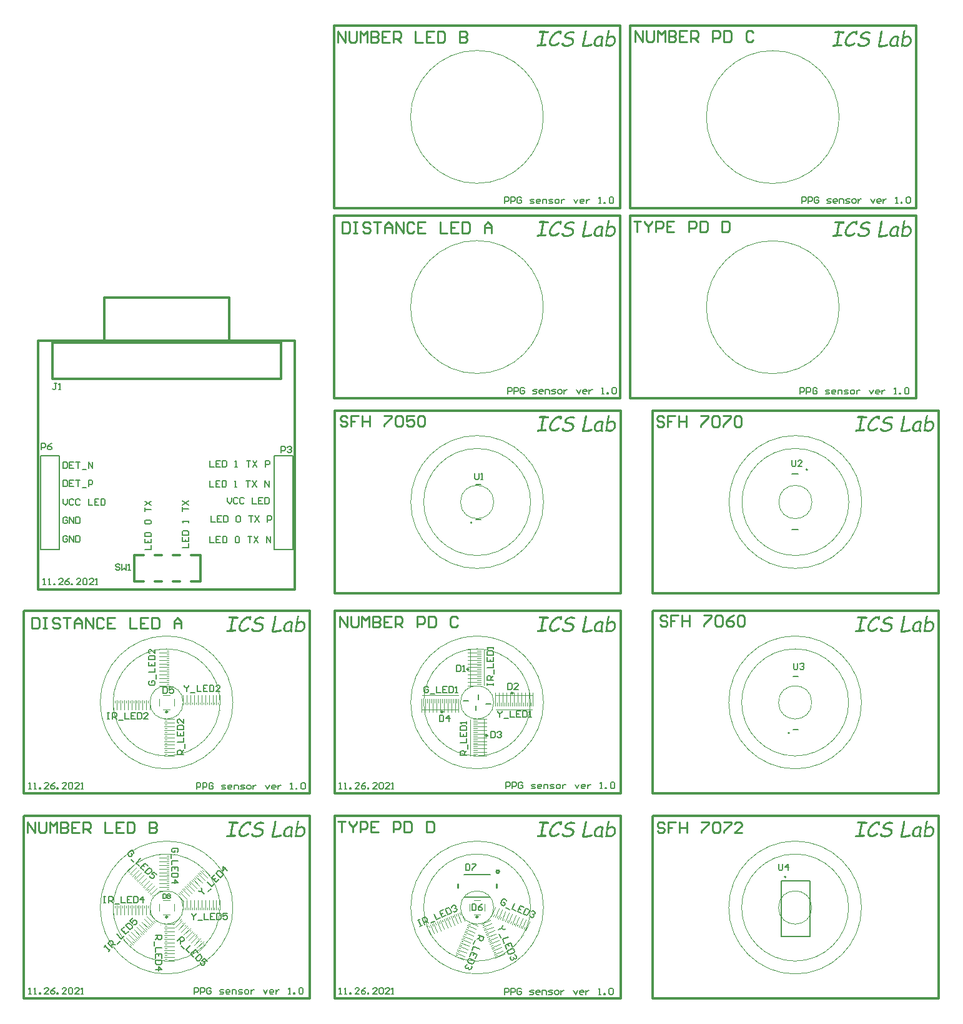
<source format=gto>
G04*
G04 #@! TF.GenerationSoftware,Altium Limited,Altium Designer,20.0.1 (14)*
G04*
G04 Layer_Color=65535*
%FSTAX24Y24*%
%MOIN*%
G70*
G01*
G75*
%ADD10C,0.0039*%
%ADD11C,0.0100*%
%ADD12C,0.0079*%
%ADD13C,0.0098*%
%ADD14C,0.0059*%
%ADD15C,0.0050*%
%ADD16C,0.0118*%
G36*
X055546Y056384D02*
X055553Y056382D01*
X055561Y056378D01*
X055567Y05637D01*
X055575Y056358D01*
X05558Y056342D01*
X055581Y056321D01*
Y056319D01*
Y056316D01*
Y056311D01*
Y056305D01*
X05558Y05629D01*
X055578Y05627D01*
X055577Y05625D01*
X055573Y05623D01*
X055567Y056212D01*
X055561Y056196D01*
X05556Y056195D01*
X055558Y056192D01*
X055553Y056187D01*
X055547Y056181D01*
X05554Y056175D01*
X05553Y05617D01*
X05552Y056167D01*
X055507Y056165D01*
X055501D01*
X055495Y056167D01*
X055489Y05617D01*
X055481Y056175D01*
X055474Y056182D01*
X055466Y056192D01*
X055461Y056205D01*
Y056207D01*
X05546Y056212D01*
X055457Y056219D01*
X055454Y056227D01*
X055449Y056235D01*
X055444Y056242D01*
X05544Y056247D01*
X055435Y05625D01*
X055432Y056252D01*
X055429D01*
X055423Y056253D01*
X055417D01*
X055407Y056255D01*
X055378D01*
X055374Y056253D01*
X055366Y056252D01*
X055357Y05625D01*
X055344Y056245D01*
X055332Y056241D01*
X055317Y056233D01*
X0553Y056224D01*
X055281Y056213D01*
X055261Y056199D01*
X055241Y056184D01*
X055218Y056164D01*
X055194Y056141D01*
X055169Y056115D01*
X055143Y056086D01*
X055142Y056084D01*
X055137Y056078D01*
X055131Y056069D01*
X055122Y056058D01*
X055111Y056043D01*
X055099Y056026D01*
X055086Y056007D01*
X055072Y055986D01*
X055046Y05594D01*
X055034Y055915D01*
X055023Y055889D01*
X055016Y055863D01*
X055008Y055838D01*
X055003Y055812D01*
X055002Y055787D01*
Y055784D01*
Y055778D01*
X055003Y055767D01*
X055006Y055754D01*
X055011Y055738D01*
X055017Y055721D01*
X055025Y055704D01*
X055037Y055687D01*
X055039Y055686D01*
X055043Y055681D01*
X055052Y055674D01*
X055063Y055666D01*
X055077Y055658D01*
X055094Y055651D01*
X055112Y055646D01*
X055134Y055644D01*
X055143D01*
X055152Y055646D01*
X055165Y055648D01*
X055178Y055649D01*
X055195Y055652D01*
X055212Y055657D01*
X055229Y055663D01*
X055231Y055664D01*
X055238Y055667D01*
X055249Y055672D01*
X055263Y05568D01*
X055281Y055691D01*
X055304Y055703D01*
X055332Y05572D01*
X055363Y05574D01*
X055364Y055741D01*
X055369Y055743D01*
X055375Y055747D01*
X055383Y055752D01*
X0554Y05576D01*
X055407Y055761D01*
X055414Y055763D01*
X055417D01*
X055426Y055761D01*
X055437Y055757D01*
X055447Y055747D01*
X055449Y055744D01*
X055455Y055738D01*
X05546Y055727D01*
X055461Y055714D01*
Y055711D01*
X05546Y055703D01*
X055457Y055692D01*
X05545Y05568D01*
X055447Y055677D01*
X055443Y055672D01*
X055437Y055666D01*
X055427Y055657D01*
X055414Y055648D01*
X055395Y055634D01*
X055372Y055618D01*
X055369Y055617D01*
X055361Y055611D01*
X055348Y055603D01*
X055331Y055594D01*
X055311Y055583D01*
X055288Y055572D01*
X055265Y055561D01*
X05524Y055552D01*
X055237Y055551D01*
X055229Y055549D01*
X055217Y055546D01*
X055202Y055543D01*
X055182Y055538D01*
X055162Y055535D01*
X05514Y055534D01*
X055117Y055532D01*
X055108D01*
X0551Y055534D01*
X055091D01*
X055082Y055535D01*
X055059Y055541D01*
X055032Y055549D01*
X055005Y055561D01*
X054977Y055578D01*
X054965Y055589D01*
X054953Y055601D01*
Y055603D01*
X054949Y055604D01*
X054943Y055614D01*
X054933Y055629D01*
X054922Y055649D01*
X054909Y055674D01*
X054899Y055701D01*
X054893Y055734D01*
X054889Y055769D01*
Y05577D01*
Y055777D01*
X054891Y055787D01*
X054893Y0558D01*
X054896Y055817D01*
X054899Y055837D01*
X054905Y055858D01*
X054913Y055884D01*
X054922Y055912D01*
X054933Y055941D01*
X054948Y055973D01*
X054965Y056007D01*
X054985Y056043D01*
X055009Y056079D01*
X055037Y056118D01*
X055068Y056156D01*
X055069Y056159D01*
X055075Y056165D01*
X055085Y056176D01*
X055099Y05619D01*
X055114Y056205D01*
X055132Y056224D01*
X055154Y056242D01*
X055177Y056262D01*
X055202Y056282D01*
X055228Y056301D01*
X055255Y056319D01*
X055284Y056335D01*
X055312Y056348D01*
X055341Y056359D01*
X055371Y056365D01*
X0554Y056368D01*
X055421D01*
X055434Y056367D01*
X055463Y056364D01*
X055475Y056361D01*
X055486Y056358D01*
X055487Y056359D01*
X05549Y056362D01*
X055495Y056367D01*
X055501Y056371D01*
X055518Y056381D01*
X055529Y056384D01*
X05554Y056385D01*
X055541D01*
X055546Y056384D01*
D02*
G37*
G36*
X054627Y056368D02*
X054651Y056367D01*
X05468Y056365D01*
X054713Y056362D01*
X054747Y056359D01*
X054751D01*
X054756Y056358D01*
X054762D01*
X054777Y056356D01*
X054796Y056353D01*
X054816Y056351D01*
X054834Y056348D01*
X054848Y056345D01*
X054854D01*
X054857Y056344D01*
X05486D01*
X054866Y056341D01*
X054874Y056336D01*
X05488Y05633D01*
X054882Y056328D01*
X054885Y056322D01*
X054888Y056313D01*
X054889Y056301D01*
Y056299D01*
Y056296D01*
X054888Y05629D01*
X054886Y056282D01*
X05488Y056265D01*
X054876Y056258D01*
X054868Y05625D01*
X054866D01*
X054865Y056247D01*
X054856Y056242D01*
X05484Y056236D01*
X054833Y056235D01*
X054823Y056233D01*
X054808D01*
X054797Y056235D01*
X054785D01*
X05477Y056236D01*
X054736Y056241D01*
X054648Y056252D01*
Y05625D01*
X054647Y056242D01*
X054644Y056232D01*
X05464Y056218D01*
X054637Y056201D01*
X054633Y056179D01*
X054628Y056158D01*
X054622Y056132D01*
X054617Y056106D01*
X054611Y056078D01*
X054601Y056019D01*
X05459Y05596D01*
X054581Y055901D01*
Y055898D01*
X054579Y055892D01*
X054577Y055881D01*
X054576Y055866D01*
X054573Y055849D01*
X054571Y05583D01*
X054565Y055787D01*
X054559Y055744D01*
X054554Y055724D01*
X054551Y055706D01*
X05455Y055689D01*
X054547Y055675D01*
X054544Y055666D01*
X054542Y05566D01*
X054717Y055661D01*
X05472D01*
X05473Y05566D01*
X054739Y055655D01*
X05475Y055648D01*
X054751Y055646D01*
X054756Y05564D01*
X05476Y055629D01*
X054762Y055617D01*
Y055615D01*
Y055612D01*
X05476Y055608D01*
Y055601D01*
X054754Y055586D01*
X05475Y055577D01*
X054743Y055569D01*
Y055568D01*
X05474Y055566D01*
X054731Y05556D01*
X054717Y055552D01*
X054708Y055551D01*
X054699Y055549D01*
X054664D01*
X054647Y055548D01*
X054628D01*
X054607Y055546D01*
X054536D01*
X054521Y055545D01*
X054499D01*
X054476Y055543D01*
X054451Y055541D01*
X054425Y05554D01*
X054401Y055537D01*
X054398D01*
X054388Y055535D01*
X054376Y055534D01*
X054361Y055532D01*
X054342Y055529D01*
X054325Y055528D01*
X054307Y055526D01*
X054289D01*
X054279Y055528D01*
X054267Y055532D01*
X054256Y05554D01*
X054255Y055541D01*
X05425Y055549D01*
X054245Y055558D01*
X054244Y055571D01*
Y055572D01*
Y055575D01*
X054245Y05558D01*
X054247Y055586D01*
X054253Y055601D01*
X054258Y055611D01*
X054264Y055618D01*
X054265Y05562D01*
X054267Y055621D01*
X054272Y055624D01*
X054278Y055629D01*
X054292Y055637D01*
X054301Y055638D01*
X05431Y05564D01*
X054327D01*
X054341Y055641D01*
X054358Y055643D01*
X054378Y055644D01*
X054402Y055648D01*
X05443Y055651D01*
X054431Y055654D01*
Y055657D01*
X054433Y055661D01*
X054435Y055669D01*
X054436Y055678D01*
X054439Y055689D01*
X054441Y055701D01*
X054444Y055717D01*
X054447Y055734D01*
X05445Y055755D01*
X054453Y055777D01*
X054456Y055803D01*
X054459Y05583D01*
X054464Y055863D01*
X054467Y055897D01*
Y055898D01*
Y055901D01*
X054468Y055909D01*
X05447Y055918D01*
X054471Y055929D01*
X054474Y055944D01*
X054478Y055961D01*
X054481Y055983D01*
X054485Y056006D01*
X05449Y056032D01*
X054496Y056061D01*
X054502Y056093D01*
X05451Y05613D01*
X054519Y056169D01*
X054528Y05621D01*
X054539Y056256D01*
X054395Y056252D01*
X054391D01*
X054382Y056253D01*
X054372Y056256D01*
X054361Y056264D01*
X054359Y056265D01*
X054355Y056273D01*
X05435Y056282D01*
X054348Y056296D01*
Y056298D01*
Y056301D01*
X05435Y056307D01*
Y056313D01*
X054355Y05633D01*
X054362Y056344D01*
X054364Y056345D01*
X054365Y056347D01*
X054375Y056353D01*
X054388Y056361D01*
X054408Y056365D01*
X05441D01*
X054416Y056367D01*
X054433D01*
X054441Y056368D01*
X054478D01*
X054493Y05637D01*
X054607D01*
X054627Y056368D01*
D02*
G37*
G36*
X056104Y056353D02*
X056121Y056351D01*
X056141Y05635D01*
X056162Y056345D01*
X056187Y056341D01*
X056211Y056333D01*
X056213D01*
X056214Y056331D01*
X056222Y05633D01*
X056233Y056324D01*
X056245Y056318D01*
X056257Y05631D01*
X056268Y056301D01*
X056276Y056292D01*
X056279Y056285D01*
Y056279D01*
Y056276D01*
X056277Y056268D01*
X056273Y056258D01*
X056265Y056244D01*
X056262Y056241D01*
X056254Y056236D01*
X056241Y05623D01*
X056231Y056228D01*
X056221Y056227D01*
X05621D01*
X056202Y056228D01*
X056191Y05623D01*
X056179Y056232D01*
X056164Y056235D01*
X056145Y056239D01*
X056144D01*
X056136Y056241D01*
X056127Y056242D01*
X056116Y056245D01*
X056091Y056248D01*
X056079Y05625D01*
X056053D01*
X056044Y056248D01*
X056035Y056247D01*
X05601Y056244D01*
X055984Y056238D01*
X055955Y05623D01*
X055927Y056218D01*
X055899Y056201D01*
X055896Y056199D01*
X055889Y056193D01*
X055878Y056182D01*
X055865Y05617D01*
X055852Y056155D01*
X055841Y056138D01*
X055833Y056118D01*
X055832Y056109D01*
X05583Y056098D01*
Y056096D01*
Y056093D01*
X055832Y056087D01*
X055835Y056081D01*
X055839Y056073D01*
X055845Y056066D01*
X055855Y056058D01*
X055867Y056052D01*
X055869D01*
X055875Y056049D01*
X055885Y056047D01*
X055901Y056043D01*
X055921Y056039D01*
X055947Y056035D01*
X055962Y056033D01*
X055979Y05603D01*
X055998Y056029D01*
X056018Y056027D01*
X056022D01*
X056028Y056026D01*
X056036D01*
X056045Y056024D01*
X056056Y056023D01*
X056079Y056016D01*
X056107Y056009D01*
X056134Y055998D01*
X056162Y055983D01*
X056187Y055964D01*
X05619Y055961D01*
X056196Y055955D01*
X056205Y055943D01*
X056217Y055927D01*
X056228Y055907D01*
X056237Y055884D01*
X056244Y055858D01*
X056247Y055829D01*
Y055827D01*
Y055823D01*
Y055817D01*
X056245Y055807D01*
X056244Y055795D01*
X056241Y055783D01*
X056236Y055767D01*
X056231Y055752D01*
X056225Y055735D01*
X056217Y055717D01*
X056207Y055698D01*
X056194Y05568D01*
X056181Y05566D01*
X056164Y055641D01*
X056145Y055623D01*
X056124Y055606D01*
X056122Y055604D01*
X056118Y055601D01*
X056111Y055598D01*
X056102Y055592D01*
X05609Y055584D01*
X056076Y055577D01*
X056059Y055569D01*
X056041Y055561D01*
X056021Y055552D01*
X055999Y055545D01*
X055975Y055537D01*
X05595Y055529D01*
X055922Y055523D01*
X055893Y05552D01*
X055864Y055517D01*
X055833Y055515D01*
X055815D01*
X055806Y055517D01*
X055795D01*
X05577Y05552D01*
X055741Y055526D01*
X055709Y055532D01*
X055678Y055543D01*
X055647Y055557D01*
X055646D01*
X055644Y055558D01*
X055635Y055565D01*
X055623Y055574D01*
X055609Y055586D01*
X055595Y055601D01*
X055583Y05562D01*
X055573Y055641D01*
X055572Y055654D01*
X05557Y055666D01*
Y055667D01*
Y055672D01*
X055572Y055678D01*
X055573Y055686D01*
X05558Y055704D01*
X055584Y055712D01*
X05559Y055718D01*
X055592Y05572D01*
X055593Y055721D01*
X055604Y055727D01*
X055618Y055732D01*
X055626Y055735D01*
X05564D01*
X055644Y055734D01*
X05565Y055732D01*
X055658Y055727D01*
X055664Y055723D01*
X055672Y055715D01*
X055678Y055706D01*
X055679Y055704D01*
X055683Y0557D01*
X055686Y055692D01*
X055692Y055683D01*
X055704Y055664D01*
X05571Y055655D01*
X055716Y055649D01*
X055718D01*
X055719Y055648D01*
X055724Y055644D01*
X055729Y055641D01*
X055736Y055637D01*
X055746Y055634D01*
X055756Y055629D01*
X055769Y055626D01*
X05577D01*
X055775Y055624D01*
X055782Y055623D01*
X055792Y055621D01*
X055804Y05562D01*
X055818Y055618D01*
X055833Y055617D01*
X055861D01*
X055869Y055618D01*
X055878D01*
X055889Y05562D01*
X055915Y055623D01*
X055945Y055631D01*
X055978Y05564D01*
X056011Y055652D01*
X056044Y055671D01*
X056045D01*
X056047Y055674D01*
X056051Y055677D01*
X056058Y05568D01*
X056071Y055692D01*
X056088Y055707D01*
X056104Y055727D01*
X056118Y05575D01*
X056124Y055763D01*
X056128Y055775D01*
X05613Y055789D01*
X056131Y055804D01*
Y055807D01*
X05613Y055813D01*
X056128Y055824D01*
X056124Y055837D01*
X056116Y05585D01*
X056105Y055866D01*
X05609Y05588D01*
X05607Y055893D01*
X056067Y055895D01*
X056059Y0559D01*
X056045Y055904D01*
X056027Y055912D01*
X056005Y055918D01*
X055978Y055926D01*
X055945Y05593D01*
X05591Y055933D01*
X055901D01*
X055895Y055935D01*
X055878Y055936D01*
X055856Y055941D01*
X055832Y055946D01*
X055807Y055953D01*
X055782Y055963D01*
X055761Y055975D01*
X055759Y055976D01*
X055753Y055981D01*
X055744Y05599D01*
X055735Y056001D01*
X055724Y056015D01*
X055716Y056032D01*
X05571Y056052D01*
X055707Y056073D01*
Y056075D01*
Y056078D01*
X055709Y056084D01*
Y056092D01*
X055712Y056101D01*
X055713Y056112D01*
X055723Y056138D01*
X05573Y056152D01*
X055738Y056167D01*
X055749Y056184D01*
X055761Y056199D01*
X055775Y056216D01*
X055792Y056233D01*
X055812Y05625D01*
X055833Y056267D01*
X055835Y056268D01*
X055839Y05627D01*
X055845Y056275D01*
X055855Y056281D01*
X055865Y056287D01*
X055879Y056295D01*
X055895Y056302D01*
X055912Y056311D01*
X055948Y056327D01*
X055992Y056341D01*
X056013Y056347D01*
X056035Y056351D01*
X056058Y056353D01*
X056081Y056355D01*
X056091D01*
X056104Y056353D01*
D02*
G37*
G36*
X058103Y056413D02*
X058111Y05641D01*
X058117Y056405D01*
X058122Y056399D01*
X058126Y056391D01*
X058128Y056379D01*
Y056376D01*
Y056373D01*
X058126Y056367D01*
X058125Y056361D01*
X058123Y056351D01*
X05812Y056342D01*
X058116Y05633D01*
Y056328D01*
Y056327D01*
X058114Y056321D01*
X058071Y056059D01*
X058073Y056061D01*
X058076Y056062D01*
X058082Y056066D01*
X058088Y05607D01*
X058097Y056075D01*
X058108Y056081D01*
X058133Y056093D01*
X058162Y056104D01*
X058193Y056115D01*
X058223Y056122D01*
X058237Y056126D01*
X058262D01*
X058269Y056124D01*
X058288Y056122D01*
X058311Y056116D01*
X058335Y056109D01*
X058363Y056096D01*
X058389Y056079D01*
X058402Y056069D01*
X058412Y056056D01*
X058415Y056053D01*
X058422Y056044D01*
X058431Y05603D01*
X058443Y05601D01*
X058454Y055986D01*
X058463Y055956D01*
X058469Y055924D01*
X058472Y055887D01*
Y055886D01*
Y055881D01*
Y055872D01*
X058471Y055861D01*
X058469Y055849D01*
X058468Y055833D01*
X058465Y055817D01*
X05846Y055798D01*
X058448Y055758D01*
X05844Y055737D01*
X058429Y055714D01*
X058418Y055692D01*
X058405Y055671D01*
X058389Y055649D01*
X058371Y055629D01*
X058369Y055628D01*
X058366Y055624D01*
X05836Y05562D01*
X058352Y055612D01*
X058343Y055604D01*
X058332Y055595D01*
X058319Y055586D01*
X058303Y055577D01*
X058286Y055566D01*
X058269Y055557D01*
X058229Y05554D01*
X058206Y055532D01*
X058185Y055528D01*
X05816Y055525D01*
X058136Y055523D01*
X058122D01*
X058106Y055525D01*
X058086Y055528D01*
X058063Y055531D01*
X058039Y055537D01*
X058013Y055545D01*
X057988Y055555D01*
X057987Y055554D01*
X057983Y055551D01*
X057979Y055548D01*
X057974Y055543D01*
X057959Y055534D01*
X05795Y055531D01*
X05794Y055529D01*
X057937D01*
X05793Y055531D01*
X05792Y055534D01*
X05791Y055541D01*
X057908Y055543D01*
X057905Y055549D01*
X0579Y055558D01*
X057899Y055571D01*
Y055572D01*
Y055577D01*
X0579Y055586D01*
X057904Y055598D01*
Y0556D01*
Y055601D01*
X057905Y055606D01*
X057907Y055612D01*
X05791Y055628D01*
X057913Y055649D01*
X057917Y055675D01*
X057922Y055706D01*
X057927Y055738D01*
X057931Y055775D01*
Y055777D01*
Y05578D01*
X057933Y055786D01*
X057934Y055794D01*
Y055803D01*
X057936Y055813D01*
X057937Y055827D01*
X05794Y055843D01*
X057942Y05586D01*
X057945Y055878D01*
X057951Y055918D01*
X057957Y055964D01*
X057965Y056015D01*
X058016Y056325D01*
Y056327D01*
X058017Y05633D01*
X058019Y056336D01*
X05802Y056344D01*
X058028Y056362D01*
X058034Y056373D01*
X058042Y056384D01*
X058043Y056385D01*
X058046Y056388D01*
X05805Y056393D01*
X058056Y056399D01*
X058073Y05641D01*
X058082Y056413D01*
X058093Y056414D01*
X058099D01*
X058103Y056413D01*
D02*
G37*
G36*
X057665Y056121D02*
X057679Y056119D01*
X057696Y056116D01*
X057714Y05611D01*
X057734Y056104D01*
X057756Y056095D01*
X057759Y056093D01*
X057765Y05609D01*
X057774Y056084D01*
X057785Y056076D01*
X057794Y056067D01*
X057804Y056056D01*
X05781Y056044D01*
X057813Y05603D01*
Y056029D01*
Y056027D01*
X057811Y056018D01*
X057807Y056006D01*
X057797Y055995D01*
Y055993D01*
X057796Y05599D01*
X057793Y055983D01*
X05779Y055972D01*
X057785Y055955D01*
X057782Y055946D01*
X057781Y055933D01*
X057778Y05592D01*
X057774Y055906D01*
X05777Y055889D01*
X057767Y05587D01*
Y055869D01*
X057765Y055866D01*
Y055861D01*
X057764Y055853D01*
X057761Y055835D01*
X057758Y055813D01*
X057753Y055789D01*
X05775Y055764D01*
X057748Y055741D01*
X057747Y055723D01*
Y05572D01*
Y055712D01*
X057748Y0557D01*
X05775Y055683D01*
X057754Y05566D01*
X057759Y055634D01*
X057767Y055603D01*
X057776Y055569D01*
X057778Y05556D01*
Y055558D01*
X057774Y055552D01*
X057771Y055545D01*
X057765Y055535D01*
X057758Y055525D01*
X057747Y055517D01*
X057733Y055511D01*
X057716Y055509D01*
X057714D01*
X05771Y055512D01*
X057705Y055515D01*
X057699Y055518D01*
X057693Y055525D01*
X057685Y055532D01*
X057684Y055534D01*
X057682Y055535D01*
X057673Y055546D01*
X057662Y055558D01*
X057653Y055574D01*
X057651D01*
X057648Y055571D01*
X057642Y055569D01*
X057633Y055565D01*
X057624Y05556D01*
X057613Y055555D01*
X057587Y055546D01*
X057559Y055535D01*
X05753Y055526D01*
X057504Y05552D01*
X057493Y055517D01*
X057473D01*
X057464Y055518D01*
X05745Y05552D01*
X057435Y055523D01*
X057418Y055528D01*
X057399Y055534D01*
X057379Y055541D01*
X057361Y055552D01*
X057341Y055565D01*
X057324Y05558D01*
X057309Y0556D01*
X057295Y055621D01*
X057286Y055648D01*
X05728Y055678D01*
X057276Y055712D01*
Y055714D01*
Y05572D01*
X057278Y055731D01*
Y055743D01*
X05728Y055758D01*
X057283Y055777D01*
X057286Y055797D01*
X05729Y055818D01*
X057296Y055841D01*
X057304Y055864D01*
X057313Y055889D01*
X057326Y055915D01*
X057338Y05594D01*
X057353Y055963D01*
X057372Y055987D01*
X057392Y056009D01*
X057393Y05601D01*
X057396Y056013D01*
X057404Y056019D01*
X057412Y056027D01*
X057422Y056035D01*
X057436Y056044D01*
X05745Y056055D01*
X057467Y056066D01*
X057485Y056076D01*
X057504Y056087D01*
X057547Y056104D01*
X05757Y056112D01*
X057595Y056118D01*
X057619Y056121D01*
X057645Y056122D01*
X057655D01*
X057665Y056121D01*
D02*
G37*
G36*
X056886Y056393D02*
X056895Y05639D01*
X056903Y056385D01*
X056911Y056376D01*
X056917Y056365D01*
X056918Y05635D01*
Y056348D01*
Y056344D01*
X056917Y056341D01*
Y056335D01*
X056915Y056327D01*
X056914Y056318D01*
X056912Y056305D01*
X056909Y05629D01*
X056908Y056273D01*
X056903Y056253D01*
X0569Y056228D01*
X056895Y056201D01*
X056889Y05617D01*
X056883Y056135D01*
Y056133D01*
X056881Y056126D01*
X05688Y056115D01*
X056877Y056101D01*
X056874Y056084D01*
X056871Y056064D01*
X056866Y056041D01*
X056861Y056015D01*
X056855Y055987D01*
X056851Y05596D01*
X056838Y055898D01*
X056826Y055835D01*
X056812Y055772D01*
X056791Y055687D01*
Y055686D01*
X056789Y055678D01*
X056788Y055672D01*
X056786Y055664D01*
X056785Y055655D01*
X056783Y055644D01*
Y055643D01*
Y055641D01*
X05678Y055634D01*
X056778Y055621D01*
X056775Y055608D01*
X056791D01*
X056802Y055609D01*
X056815D01*
X056834Y055611D01*
X056854Y055612D01*
X056877Y055615D01*
X056901Y055618D01*
X056931Y055623D01*
X056961Y055629D01*
X056995Y055635D01*
X057031Y055643D01*
X057067Y055652D01*
X057109Y055663D01*
X05715Y055675D01*
X057152D01*
X057157Y055677D01*
X057167Y055678D01*
X057175D01*
X057183Y055675D01*
X05719Y055672D01*
X0572Y055666D01*
X057206Y055658D01*
X057212Y055646D01*
X057213Y055629D01*
Y055628D01*
Y055623D01*
X057212Y055617D01*
X057209Y055609D01*
X057204Y0556D01*
X057198Y055591D01*
X057189Y05558D01*
X057177Y055571D01*
X057175Y055569D01*
X057169Y055566D01*
X057158Y055561D01*
X05715Y05556D01*
X057141Y055555D01*
X057129Y055552D01*
X057117Y055549D01*
X057101Y055545D01*
X057086Y05554D01*
X057066Y055535D01*
X057044Y055531D01*
X057021Y055526D01*
X056995Y055521D01*
X056994D01*
X056989Y05552D01*
X056981Y055518D01*
X056971Y055517D01*
X056958Y055515D01*
X056944Y055514D01*
X056929Y055511D01*
X056911Y055509D01*
X056874Y055503D01*
X056834Y0555D01*
X056795Y055497D01*
X05676Y055495D01*
X056751D01*
X056742Y055497D01*
X056729Y055498D01*
X056705Y055503D01*
X056692Y055508D01*
X056683Y055514D01*
X056682Y055515D01*
X05668Y055517D01*
X056677Y055521D01*
X056672Y055528D01*
X056668Y055535D01*
X056665Y055543D01*
X056663Y055554D01*
X056662Y055566D01*
Y055569D01*
Y055575D01*
X056663Y055584D01*
X056665Y055595D01*
X056703Y05578D01*
Y055781D01*
Y055783D01*
X056706Y055792D01*
X056709Y055806D01*
X056712Y055826D01*
X056719Y05585D01*
X056725Y05588D01*
X056731Y055913D01*
X056739Y05595D01*
X056746Y05599D01*
X056754Y056035D01*
X056763Y056081D01*
X056772Y056129D01*
X056782Y056179D01*
X056789Y056232D01*
X056808Y056339D01*
Y056341D01*
X056809Y056344D01*
X056812Y056353D01*
X056818Y056365D01*
X056829Y056379D01*
X056831Y056381D01*
X056832Y056382D01*
X056841Y056388D01*
X056854Y056393D01*
X056863Y056396D01*
X056878D01*
X056886Y056393D01*
D02*
G37*
G36*
X055546Y066523D02*
X055553Y066521D01*
X055561Y066517D01*
X055567Y066509D01*
X055575Y066497D01*
X05558Y066481D01*
X055581Y06646D01*
Y066458D01*
Y066455D01*
Y066451D01*
Y066445D01*
X05558Y066429D01*
X055578Y066409D01*
X055577Y066389D01*
X055573Y066369D01*
X055567Y066351D01*
X055561Y066335D01*
X05556Y066334D01*
X055558Y066331D01*
X055553Y066326D01*
X055547Y06632D01*
X05554Y066314D01*
X05553Y066309D01*
X05552Y066306D01*
X055507Y066305D01*
X055501D01*
X055495Y066306D01*
X055489Y066309D01*
X055481Y066314D01*
X055474Y066322D01*
X055466Y066331D01*
X055461Y066345D01*
Y066346D01*
X05546Y066351D01*
X055457Y066358D01*
X055454Y066366D01*
X055449Y066374D01*
X055444Y066382D01*
X05544Y066386D01*
X055435Y066389D01*
X055432Y066391D01*
X055429D01*
X055423Y066392D01*
X055417D01*
X055407Y066394D01*
X055378D01*
X055374Y066392D01*
X055366Y066391D01*
X055357Y066389D01*
X055344Y066385D01*
X055332Y06638D01*
X055317Y066372D01*
X0553Y066363D01*
X055281Y066352D01*
X055261Y066338D01*
X055241Y066323D01*
X055218Y066303D01*
X055194Y06628D01*
X055169Y066254D01*
X055143Y066225D01*
X055142Y066223D01*
X055137Y066217D01*
X055131Y066208D01*
X055122Y066197D01*
X055111Y066182D01*
X055099Y066165D01*
X055086Y066146D01*
X055072Y066125D01*
X055046Y066079D01*
X055034Y066054D01*
X055023Y066028D01*
X055016Y066002D01*
X055008Y065977D01*
X055003Y065951D01*
X055002Y065927D01*
Y065923D01*
Y065917D01*
X055003Y065907D01*
X055006Y065893D01*
X055011Y065877D01*
X055017Y06586D01*
X055025Y065844D01*
X055037Y065827D01*
X055039Y065825D01*
X055043Y06582D01*
X055052Y065813D01*
X055063Y065805D01*
X055077Y065797D01*
X055094Y06579D01*
X055112Y065785D01*
X055134Y065784D01*
X055143D01*
X055152Y065785D01*
X055165Y065787D01*
X055178Y065788D01*
X055195Y065791D01*
X055212Y065796D01*
X055229Y065802D01*
X055231Y065804D01*
X055238Y065807D01*
X055249Y065811D01*
X055263Y065819D01*
X055281Y06583D01*
X055304Y065842D01*
X055332Y065859D01*
X055363Y065879D01*
X055364Y06588D01*
X055369Y065882D01*
X055375Y065887D01*
X055383Y065891D01*
X0554Y065899D01*
X055407Y0659D01*
X055414Y065902D01*
X055417D01*
X055426Y0659D01*
X055437Y065896D01*
X055447Y065887D01*
X055449Y065884D01*
X055455Y065877D01*
X05546Y065867D01*
X055461Y065853D01*
Y06585D01*
X05546Y065842D01*
X055457Y065831D01*
X05545Y065819D01*
X055447Y065816D01*
X055443Y065811D01*
X055437Y065805D01*
X055427Y065796D01*
X055414Y065787D01*
X055395Y065773D01*
X055372Y065757D01*
X055369Y065756D01*
X055361Y06575D01*
X055348Y065742D01*
X055331Y065733D01*
X055311Y065722D01*
X055288Y065711D01*
X055265Y065701D01*
X05524Y065691D01*
X055237Y06569D01*
X055229Y065688D01*
X055217Y065685D01*
X055202Y065682D01*
X055182Y065678D01*
X055162Y065674D01*
X05514Y065673D01*
X055117Y065671D01*
X055108D01*
X0551Y065673D01*
X055091D01*
X055082Y065674D01*
X055059Y065681D01*
X055032Y065688D01*
X055005Y065701D01*
X054977Y065718D01*
X054965Y065728D01*
X054953Y065741D01*
Y065742D01*
X054949Y065744D01*
X054943Y065753D01*
X054933Y065768D01*
X054922Y065788D01*
X054909Y065813D01*
X054899Y06584D01*
X054893Y065873D01*
X054889Y065908D01*
Y06591D01*
Y065916D01*
X054891Y065927D01*
X054893Y065939D01*
X054896Y065956D01*
X054899Y065976D01*
X054905Y065997D01*
X054913Y066023D01*
X054922Y066051D01*
X054933Y06608D01*
X054948Y066113D01*
X054965Y066146D01*
X054985Y066182D01*
X055009Y066219D01*
X055037Y066257D01*
X055068Y066295D01*
X055069Y066299D01*
X055075Y066305D01*
X055085Y066315D01*
X055099Y066329D01*
X055114Y066345D01*
X055132Y066363D01*
X055154Y066382D01*
X055177Y066401D01*
X055202Y066421D01*
X055228Y06644D01*
X055255Y066458D01*
X055284Y066474D01*
X055312Y066488D01*
X055341Y066498D01*
X055371Y066504D01*
X0554Y066508D01*
X055421D01*
X055434Y066506D01*
X055463Y066503D01*
X055475Y0665D01*
X055486Y066497D01*
X055487Y066498D01*
X05549Y066501D01*
X055495Y066506D01*
X055501Y066511D01*
X055518Y06652D01*
X055529Y066523D01*
X05554Y066524D01*
X055541D01*
X055546Y066523D01*
D02*
G37*
G36*
X054627Y066508D02*
X054651Y066506D01*
X05468Y066504D01*
X054713Y066501D01*
X054747Y066498D01*
X054751D01*
X054756Y066497D01*
X054762D01*
X054777Y066495D01*
X054796Y066492D01*
X054816Y066491D01*
X054834Y066488D01*
X054848Y066484D01*
X054854D01*
X054857Y066483D01*
X05486D01*
X054866Y06648D01*
X054874Y066475D01*
X05488Y066469D01*
X054882Y066468D01*
X054885Y066461D01*
X054888Y066452D01*
X054889Y06644D01*
Y066438D01*
Y066435D01*
X054888Y066429D01*
X054886Y066421D01*
X05488Y066405D01*
X054876Y066397D01*
X054868Y066389D01*
X054866D01*
X054865Y066386D01*
X054856Y066382D01*
X05484Y066375D01*
X054833Y066374D01*
X054823Y066372D01*
X054808D01*
X054797Y066374D01*
X054785D01*
X05477Y066375D01*
X054736Y06638D01*
X054648Y066391D01*
Y066389D01*
X054647Y066382D01*
X054644Y066371D01*
X05464Y066357D01*
X054637Y06634D01*
X054633Y066318D01*
X054628Y066297D01*
X054622Y066271D01*
X054617Y066245D01*
X054611Y066217D01*
X054601Y066159D01*
X05459Y066099D01*
X054581Y06604D01*
Y066037D01*
X054579Y066031D01*
X054577Y06602D01*
X054576Y066005D01*
X054573Y065988D01*
X054571Y06597D01*
X054565Y065927D01*
X054559Y065884D01*
X054554Y065864D01*
X054551Y065845D01*
X05455Y065828D01*
X054547Y065814D01*
X054544Y065805D01*
X054542Y065799D01*
X054717Y065801D01*
X05472D01*
X05473Y065799D01*
X054739Y065794D01*
X05475Y065787D01*
X054751Y065785D01*
X054756Y065779D01*
X05476Y065768D01*
X054762Y065756D01*
Y065754D01*
Y065751D01*
X05476Y065747D01*
Y065741D01*
X054754Y065725D01*
X05475Y065716D01*
X054743Y065708D01*
Y065707D01*
X05474Y065705D01*
X054731Y065699D01*
X054717Y065691D01*
X054708Y06569D01*
X054699Y065688D01*
X054664D01*
X054647Y065687D01*
X054628D01*
X054607Y065685D01*
X054536D01*
X054521Y065684D01*
X054499D01*
X054476Y065682D01*
X054451Y065681D01*
X054425Y065679D01*
X054401Y065676D01*
X054398D01*
X054388Y065674D01*
X054376Y065673D01*
X054361Y065671D01*
X054342Y065668D01*
X054325Y065667D01*
X054307Y065665D01*
X054289D01*
X054279Y065667D01*
X054267Y065671D01*
X054256Y065679D01*
X054255Y065681D01*
X05425Y065688D01*
X054245Y065698D01*
X054244Y06571D01*
Y065711D01*
Y065714D01*
X054245Y065719D01*
X054247Y065725D01*
X054253Y065741D01*
X054258Y06575D01*
X054264Y065757D01*
X054265Y065759D01*
X054267Y065761D01*
X054272Y065764D01*
X054278Y065768D01*
X054292Y065776D01*
X054301Y065777D01*
X05431Y065779D01*
X054327D01*
X054341Y065781D01*
X054358Y065782D01*
X054378Y065784D01*
X054402Y065787D01*
X05443Y06579D01*
X054431Y065793D01*
Y065796D01*
X054433Y065801D01*
X054435Y065808D01*
X054436Y065817D01*
X054439Y065828D01*
X054441Y06584D01*
X054444Y065856D01*
X054447Y065873D01*
X05445Y065894D01*
X054453Y065916D01*
X054456Y065942D01*
X054459Y06597D01*
X054464Y066002D01*
X054467Y066036D01*
Y066037D01*
Y06604D01*
X054468Y066048D01*
X05447Y066057D01*
X054471Y066068D01*
X054474Y066083D01*
X054478Y0661D01*
X054481Y066122D01*
X054485Y066145D01*
X05449Y066171D01*
X054496Y0662D01*
X054502Y066232D01*
X05451Y066269D01*
X054519Y066308D01*
X054528Y066349D01*
X054539Y066395D01*
X054395Y066391D01*
X054391D01*
X054382Y066392D01*
X054372Y066395D01*
X054361Y066403D01*
X054359Y066405D01*
X054355Y066412D01*
X05435Y066421D01*
X054348Y066435D01*
Y066437D01*
Y06644D01*
X05435Y066446D01*
Y066452D01*
X054355Y066469D01*
X054362Y066483D01*
X054364Y066484D01*
X054365Y066486D01*
X054375Y066492D01*
X054388Y0665D01*
X054408Y066504D01*
X05441D01*
X054416Y066506D01*
X054433D01*
X054441Y066508D01*
X054478D01*
X054493Y066509D01*
X054607D01*
X054627Y066508D01*
D02*
G37*
G36*
X056104Y066492D02*
X056121Y066491D01*
X056141Y066489D01*
X056162Y066484D01*
X056187Y06648D01*
X056211Y066472D01*
X056213D01*
X056214Y066471D01*
X056222Y066469D01*
X056233Y066463D01*
X056245Y066457D01*
X056257Y066449D01*
X056268Y06644D01*
X056276Y066431D01*
X056279Y066425D01*
Y066418D01*
Y066415D01*
X056277Y066408D01*
X056273Y066397D01*
X056265Y066383D01*
X056262Y06638D01*
X056254Y066375D01*
X056241Y066369D01*
X056231Y066368D01*
X056221Y066366D01*
X05621D01*
X056202Y066368D01*
X056191Y066369D01*
X056179Y066371D01*
X056164Y066374D01*
X056145Y066378D01*
X056144D01*
X056136Y06638D01*
X056127Y066382D01*
X056116Y066385D01*
X056091Y066388D01*
X056079Y066389D01*
X056053D01*
X056044Y066388D01*
X056035Y066386D01*
X05601Y066383D01*
X055984Y066377D01*
X055955Y066369D01*
X055927Y066357D01*
X055899Y06634D01*
X055896Y066338D01*
X055889Y066332D01*
X055878Y066322D01*
X055865Y066309D01*
X055852Y066294D01*
X055841Y066277D01*
X055833Y066257D01*
X055832Y066248D01*
X05583Y066237D01*
Y066235D01*
Y066232D01*
X055832Y066226D01*
X055835Y06622D01*
X055839Y066212D01*
X055845Y066205D01*
X055855Y066197D01*
X055867Y066191D01*
X055869D01*
X055875Y066188D01*
X055885Y066186D01*
X055901Y066182D01*
X055921Y066179D01*
X055947Y066174D01*
X055962Y066172D01*
X055979Y066169D01*
X055998Y066168D01*
X056018Y066166D01*
X056022D01*
X056028Y066165D01*
X056036D01*
X056045Y066163D01*
X056056Y066162D01*
X056079Y066156D01*
X056107Y066148D01*
X056134Y066137D01*
X056162Y066122D01*
X056187Y066103D01*
X05619Y0661D01*
X056196Y066094D01*
X056205Y066082D01*
X056217Y066066D01*
X056228Y066046D01*
X056237Y066023D01*
X056244Y065997D01*
X056247Y065968D01*
Y065967D01*
Y065962D01*
Y065956D01*
X056245Y065947D01*
X056244Y065934D01*
X056241Y065922D01*
X056236Y065907D01*
X056231Y065891D01*
X056225Y065874D01*
X056217Y065856D01*
X056207Y065837D01*
X056194Y065819D01*
X056181Y065799D01*
X056164Y065781D01*
X056145Y065762D01*
X056124Y065745D01*
X056122Y065744D01*
X056118Y065741D01*
X056111Y065738D01*
X056102Y065731D01*
X05609Y065724D01*
X056076Y065716D01*
X056059Y065708D01*
X056041Y065701D01*
X056021Y065691D01*
X055999Y065684D01*
X055975Y065676D01*
X05595Y065668D01*
X055922Y065662D01*
X055893Y065659D01*
X055864Y065656D01*
X055833Y065655D01*
X055815D01*
X055806Y065656D01*
X055795D01*
X05577Y065659D01*
X055741Y065665D01*
X055709Y065671D01*
X055678Y065682D01*
X055647Y065696D01*
X055646D01*
X055644Y065698D01*
X055635Y065704D01*
X055623Y065713D01*
X055609Y065725D01*
X055595Y065741D01*
X055583Y065759D01*
X055573Y065781D01*
X055572Y065793D01*
X05557Y065805D01*
Y065807D01*
Y065811D01*
X055572Y065817D01*
X055573Y065825D01*
X05558Y065844D01*
X055584Y065851D01*
X05559Y065857D01*
X055592Y065859D01*
X055593Y06586D01*
X055604Y065867D01*
X055618Y065871D01*
X055626Y065874D01*
X05564D01*
X055644Y065873D01*
X05565Y065871D01*
X055658Y065867D01*
X055664Y065862D01*
X055672Y065854D01*
X055678Y065845D01*
X055679Y065844D01*
X055683Y065839D01*
X055686Y065831D01*
X055692Y065822D01*
X055704Y065804D01*
X05571Y065794D01*
X055716Y065788D01*
X055718D01*
X055719Y065787D01*
X055724Y065784D01*
X055729Y065781D01*
X055736Y065776D01*
X055746Y065773D01*
X055756Y065768D01*
X055769Y065765D01*
X05577D01*
X055775Y065764D01*
X055782Y065762D01*
X055792Y065761D01*
X055804Y065759D01*
X055818Y065757D01*
X055833Y065756D01*
X055861D01*
X055869Y065757D01*
X055878D01*
X055889Y065759D01*
X055915Y065762D01*
X055945Y06577D01*
X055978Y065779D01*
X056011Y065791D01*
X056044Y06581D01*
X056045D01*
X056047Y065813D01*
X056051Y065816D01*
X056058Y065819D01*
X056071Y065831D01*
X056088Y065847D01*
X056104Y065867D01*
X056118Y06589D01*
X056124Y065902D01*
X056128Y065914D01*
X05613Y065928D01*
X056131Y065943D01*
Y065947D01*
X05613Y065953D01*
X056128Y065963D01*
X056124Y065976D01*
X056116Y06599D01*
X056105Y066005D01*
X05609Y066019D01*
X05607Y066033D01*
X056067Y066034D01*
X056059Y066039D01*
X056045Y066043D01*
X056027Y066051D01*
X056005Y066057D01*
X055978Y066065D01*
X055945Y066069D01*
X05591Y066073D01*
X055901D01*
X055895Y066074D01*
X055878Y066076D01*
X055856Y06608D01*
X055832Y066085D01*
X055807Y066093D01*
X055782Y066102D01*
X055761Y066114D01*
X055759Y066116D01*
X055753Y06612D01*
X055744Y066129D01*
X055735Y06614D01*
X055724Y066154D01*
X055716Y066171D01*
X05571Y066191D01*
X055707Y066212D01*
Y066214D01*
Y066217D01*
X055709Y066223D01*
Y066231D01*
X055712Y06624D01*
X055713Y066251D01*
X055723Y066277D01*
X05573Y066291D01*
X055738Y066306D01*
X055749Y066323D01*
X055761Y066338D01*
X055775Y066355D01*
X055792Y066372D01*
X055812Y066389D01*
X055833Y066406D01*
X055835Y066408D01*
X055839Y066409D01*
X055845Y066414D01*
X055855Y06642D01*
X055865Y066426D01*
X055879Y066434D01*
X055895Y066441D01*
X055912Y066451D01*
X055948Y066466D01*
X055992Y06648D01*
X056013Y066486D01*
X056035Y066491D01*
X056058Y066492D01*
X056081Y066494D01*
X056091D01*
X056104Y066492D01*
D02*
G37*
G36*
X058103Y066552D02*
X058111Y066549D01*
X058117Y066544D01*
X058122Y066538D01*
X058126Y066531D01*
X058128Y066518D01*
Y066515D01*
Y066512D01*
X058126Y066506D01*
X058125Y0665D01*
X058123Y066491D01*
X05812Y066481D01*
X058116Y066469D01*
Y066468D01*
Y066466D01*
X058114Y06646D01*
X058071Y066199D01*
X058073Y0662D01*
X058076Y066202D01*
X058082Y066205D01*
X058088Y066209D01*
X058097Y066214D01*
X058108Y06622D01*
X058133Y066232D01*
X058162Y066243D01*
X058193Y066254D01*
X058223Y066262D01*
X058237Y066265D01*
X058262D01*
X058269Y066263D01*
X058288Y066262D01*
X058311Y066255D01*
X058335Y066248D01*
X058363Y066235D01*
X058389Y066219D01*
X058402Y066208D01*
X058412Y066196D01*
X058415Y066192D01*
X058422Y066183D01*
X058431Y066169D01*
X058443Y066149D01*
X058454Y066125D01*
X058463Y066096D01*
X058469Y066063D01*
X058472Y066026D01*
Y066025D01*
Y06602D01*
Y066011D01*
X058471Y066D01*
X058469Y065988D01*
X058468Y065973D01*
X058465Y065956D01*
X05846Y065937D01*
X058448Y065897D01*
X05844Y065876D01*
X058429Y065853D01*
X058418Y065831D01*
X058405Y06581D01*
X058389Y065788D01*
X058371Y065768D01*
X058369Y065767D01*
X058366Y065764D01*
X05836Y065759D01*
X058352Y065751D01*
X058343Y065744D01*
X058332Y065734D01*
X058319Y065725D01*
X058303Y065716D01*
X058286Y065705D01*
X058269Y065696D01*
X058229Y065679D01*
X058206Y065671D01*
X058185Y065667D01*
X05816Y065664D01*
X058136Y065662D01*
X058122D01*
X058106Y065664D01*
X058086Y065667D01*
X058063Y06567D01*
X058039Y065676D01*
X058013Y065684D01*
X057988Y065694D01*
X057987Y065693D01*
X057983Y06569D01*
X057979Y065687D01*
X057974Y065682D01*
X057959Y065673D01*
X05795Y06567D01*
X05794Y065668D01*
X057937D01*
X05793Y06567D01*
X05792Y065673D01*
X05791Y065681D01*
X057908Y065682D01*
X057905Y065688D01*
X0579Y065698D01*
X057899Y06571D01*
Y065711D01*
Y065716D01*
X0579Y065725D01*
X057904Y065738D01*
Y065739D01*
Y065741D01*
X057905Y065745D01*
X057907Y065751D01*
X05791Y065767D01*
X057913Y065788D01*
X057917Y065814D01*
X057922Y065845D01*
X057927Y065877D01*
X057931Y065914D01*
Y065916D01*
Y065919D01*
X057933Y065925D01*
X057934Y065933D01*
Y065942D01*
X057936Y065953D01*
X057937Y065967D01*
X05794Y065982D01*
X057942Y065999D01*
X057945Y066017D01*
X057951Y066057D01*
X057957Y066103D01*
X057965Y066154D01*
X058016Y066465D01*
Y066466D01*
X058017Y066469D01*
X058019Y066475D01*
X05802Y066483D01*
X058028Y066501D01*
X058034Y066512D01*
X058042Y066523D01*
X058043Y066524D01*
X058046Y066528D01*
X05805Y066532D01*
X058056Y066538D01*
X058073Y066549D01*
X058082Y066552D01*
X058093Y066554D01*
X058099D01*
X058103Y066552D01*
D02*
G37*
G36*
X057665Y06626D02*
X057679Y066259D01*
X057696Y066255D01*
X057714Y066249D01*
X057734Y066243D01*
X057756Y066234D01*
X057759Y066232D01*
X057765Y066229D01*
X057774Y066223D01*
X057785Y066216D01*
X057794Y066206D01*
X057804Y066196D01*
X05781Y066183D01*
X057813Y066169D01*
Y066168D01*
Y066166D01*
X057811Y066157D01*
X057807Y066145D01*
X057797Y066134D01*
Y066133D01*
X057796Y066129D01*
X057793Y066122D01*
X05779Y066111D01*
X057785Y066094D01*
X057782Y066085D01*
X057781Y066073D01*
X057778Y066059D01*
X057774Y066045D01*
X05777Y066028D01*
X057767Y06601D01*
Y066008D01*
X057765Y066005D01*
Y066D01*
X057764Y065993D01*
X057761Y065974D01*
X057758Y065953D01*
X057753Y065928D01*
X05775Y065904D01*
X057748Y06588D01*
X057747Y065862D01*
Y065859D01*
Y065851D01*
X057748Y065839D01*
X05775Y065822D01*
X057754Y065799D01*
X057759Y065773D01*
X057767Y065742D01*
X057776Y065708D01*
X057778Y065699D01*
Y065698D01*
X057774Y065691D01*
X057771Y065684D01*
X057765Y065674D01*
X057758Y065664D01*
X057747Y065656D01*
X057733Y06565D01*
X057716Y065648D01*
X057714D01*
X05771Y065651D01*
X057705Y065655D01*
X057699Y065658D01*
X057693Y065664D01*
X057685Y065671D01*
X057684Y065673D01*
X057682Y065674D01*
X057673Y065685D01*
X057662Y065698D01*
X057653Y065713D01*
X057651D01*
X057648Y06571D01*
X057642Y065708D01*
X057633Y065704D01*
X057624Y065699D01*
X057613Y065694D01*
X057587Y065685D01*
X057559Y065674D01*
X05753Y065665D01*
X057504Y065659D01*
X057493Y065656D01*
X057473D01*
X057464Y065658D01*
X05745Y065659D01*
X057435Y065662D01*
X057418Y065667D01*
X057399Y065673D01*
X057379Y065681D01*
X057361Y065691D01*
X057341Y065704D01*
X057324Y065719D01*
X057309Y065739D01*
X057295Y065761D01*
X057286Y065787D01*
X05728Y065817D01*
X057276Y065851D01*
Y065853D01*
Y065859D01*
X057278Y06587D01*
Y065882D01*
X05728Y065897D01*
X057283Y065916D01*
X057286Y065936D01*
X05729Y065957D01*
X057296Y06598D01*
X057304Y066003D01*
X057313Y066028D01*
X057326Y066054D01*
X057338Y066079D01*
X057353Y066102D01*
X057372Y066126D01*
X057392Y066148D01*
X057393Y066149D01*
X057396Y066152D01*
X057404Y066159D01*
X057412Y066166D01*
X057422Y066174D01*
X057436Y066183D01*
X05745Y066194D01*
X057467Y066205D01*
X057485Y066216D01*
X057504Y066226D01*
X057547Y066243D01*
X05757Y066251D01*
X057595Y066257D01*
X057619Y06626D01*
X057645Y066262D01*
X057655D01*
X057665Y06626D01*
D02*
G37*
G36*
X056886Y066532D02*
X056895Y066529D01*
X056903Y066524D01*
X056911Y066515D01*
X056917Y066504D01*
X056918Y066489D01*
Y066488D01*
Y066483D01*
X056917Y06648D01*
Y066474D01*
X056915Y066466D01*
X056914Y066457D01*
X056912Y066445D01*
X056909Y066429D01*
X056908Y066412D01*
X056903Y066392D01*
X0569Y066368D01*
X056895Y06634D01*
X056889Y066309D01*
X056883Y066274D01*
Y066272D01*
X056881Y066265D01*
X05688Y066254D01*
X056877Y06624D01*
X056874Y066223D01*
X056871Y066203D01*
X056866Y06618D01*
X056861Y066154D01*
X056855Y066126D01*
X056851Y066099D01*
X056838Y066037D01*
X056826Y065974D01*
X056812Y065911D01*
X056791Y065827D01*
Y065825D01*
X056789Y065817D01*
X056788Y065811D01*
X056786Y065804D01*
X056785Y065794D01*
X056783Y065784D01*
Y065782D01*
Y065781D01*
X05678Y065773D01*
X056778Y065761D01*
X056775Y065747D01*
X056791D01*
X056802Y065748D01*
X056815D01*
X056834Y06575D01*
X056854Y065751D01*
X056877Y065754D01*
X056901Y065757D01*
X056931Y065762D01*
X056961Y065768D01*
X056995Y065774D01*
X057031Y065782D01*
X057067Y065791D01*
X057109Y065802D01*
X05715Y065814D01*
X057152D01*
X057157Y065816D01*
X057167Y065817D01*
X057175D01*
X057183Y065814D01*
X05719Y065811D01*
X0572Y065805D01*
X057206Y065797D01*
X057212Y065785D01*
X057213Y065768D01*
Y065767D01*
Y065762D01*
X057212Y065756D01*
X057209Y065748D01*
X057204Y065739D01*
X057198Y06573D01*
X057189Y065719D01*
X057177Y06571D01*
X057175Y065708D01*
X057169Y065705D01*
X057158Y065701D01*
X05715Y065699D01*
X057141Y065694D01*
X057129Y065691D01*
X057117Y065688D01*
X057101Y065684D01*
X057086Y065679D01*
X057066Y065674D01*
X057044Y06567D01*
X057021Y065665D01*
X056995Y065661D01*
X056994D01*
X056989Y065659D01*
X056981Y065658D01*
X056971Y065656D01*
X056958Y065655D01*
X056944Y065653D01*
X056929Y06565D01*
X056911Y065648D01*
X056874Y065642D01*
X056834Y065639D01*
X056795Y065636D01*
X05676Y065635D01*
X056751D01*
X056742Y065636D01*
X056729Y065638D01*
X056705Y065642D01*
X056692Y065647D01*
X056683Y065653D01*
X056682Y065655D01*
X05668Y065656D01*
X056677Y065661D01*
X056672Y065667D01*
X056668Y065674D01*
X056665Y065682D01*
X056663Y065693D01*
X056662Y065705D01*
Y065708D01*
Y065714D01*
X056663Y065724D01*
X056665Y065734D01*
X056703Y065919D01*
Y06592D01*
Y065922D01*
X056706Y065931D01*
X056709Y065945D01*
X056712Y065965D01*
X056719Y06599D01*
X056725Y066019D01*
X056731Y066053D01*
X056739Y066089D01*
X056746Y066129D01*
X056754Y066174D01*
X056763Y06622D01*
X056772Y066268D01*
X056782Y066318D01*
X056789Y066371D01*
X056808Y066478D01*
Y06648D01*
X056809Y066483D01*
X056812Y066492D01*
X056818Y066504D01*
X056829Y066518D01*
X056831Y06652D01*
X056832Y066521D01*
X056841Y066528D01*
X056854Y066532D01*
X056863Y066535D01*
X056878D01*
X056886Y066532D01*
D02*
G37*
G36*
X039757Y066531D02*
X039765Y06653D01*
X039772Y066525D01*
X039779Y066518D01*
X039786Y066505D01*
X039791Y06649D01*
X039792Y066468D01*
Y066467D01*
Y066464D01*
Y066459D01*
Y066453D01*
X039791Y066438D01*
X039789Y066418D01*
X039788Y066398D01*
X039785Y066378D01*
X039779Y066359D01*
X039772Y066344D01*
X039771Y066342D01*
X039769Y066339D01*
X039765Y066335D01*
X039759Y066328D01*
X039751Y066322D01*
X039742Y066318D01*
X039731Y066315D01*
X039719Y066313D01*
X039712D01*
X039706Y066315D01*
X0397Y066318D01*
X039692Y066322D01*
X039685Y06633D01*
X039677Y066339D01*
X039672Y066353D01*
Y066355D01*
X039671Y066359D01*
X039668Y066367D01*
X039665Y066375D01*
X03966Y066382D01*
X039656Y06639D01*
X039651Y066395D01*
X039646Y066398D01*
X039643Y066399D01*
X03964D01*
X039634Y066401D01*
X039628D01*
X039619Y066402D01*
X039589D01*
X039585Y066401D01*
X039577Y066399D01*
X039568Y066398D01*
X039556Y066393D01*
X039543Y066388D01*
X039528Y066381D01*
X039511Y066372D01*
X039493Y066361D01*
X039473Y066347D01*
X039453Y066332D01*
X03943Y066312D01*
X039405Y066289D01*
X03938Y066262D01*
X039354Y066233D01*
X039353Y066232D01*
X039348Y066226D01*
X039342Y066216D01*
X039333Y066206D01*
X039322Y06619D01*
X03931Y066173D01*
X039297Y066155D01*
X039284Y066133D01*
X039257Y066087D01*
X039245Y066063D01*
X039234Y066036D01*
X039227Y06601D01*
X039219Y065986D01*
X039214Y06596D01*
X039213Y065935D01*
Y065932D01*
Y065926D01*
X039214Y065915D01*
X039218Y065901D01*
X039222Y065886D01*
X039228Y065869D01*
X039236Y065852D01*
X039248Y065835D01*
X03925Y065834D01*
X039254Y065829D01*
X039264Y065821D01*
X039274Y065814D01*
X039288Y065806D01*
X039305Y065798D01*
X039324Y065794D01*
X039345Y065792D01*
X039354D01*
X039364Y065794D01*
X039376Y065795D01*
X03939Y065797D01*
X039407Y0658D01*
X039423Y065804D01*
X03944Y065811D01*
X039442Y065812D01*
X03945Y065815D01*
X03946Y06582D01*
X039474Y065827D01*
X039493Y065838D01*
X039516Y06585D01*
X039543Y065867D01*
X039574Y065887D01*
X039576Y065889D01*
X03958Y06589D01*
X039586Y065895D01*
X039594Y0659D01*
X039611Y065907D01*
X039619Y065909D01*
X039625Y06591D01*
X039628D01*
X039637Y065909D01*
X039648Y065904D01*
X039659Y065895D01*
X03966Y065892D01*
X039666Y065886D01*
X039671Y065875D01*
X039672Y065861D01*
Y065858D01*
X039671Y06585D01*
X039668Y06584D01*
X039662Y065827D01*
X039659Y065824D01*
X039654Y06582D01*
X039648Y065814D01*
X039639Y065804D01*
X039625Y065795D01*
X039606Y065781D01*
X039583Y065766D01*
X03958Y065764D01*
X039573Y065758D01*
X039559Y065751D01*
X039542Y065741D01*
X039522Y065731D01*
X039499Y06572D01*
X039476Y065709D01*
X039451Y0657D01*
X039448Y065698D01*
X03944Y065697D01*
X039428Y065694D01*
X039413Y065691D01*
X039393Y065686D01*
X039373Y065683D01*
X039351Y065681D01*
X039328Y06568D01*
X039319D01*
X039311Y065681D01*
X039302D01*
X039293Y065683D01*
X03927Y065689D01*
X039244Y065697D01*
X039216Y065709D01*
X039188Y065726D01*
X039176Y065737D01*
X039164Y065749D01*
Y065751D01*
X039161Y065752D01*
X039154Y065761D01*
X039144Y065777D01*
X039133Y065797D01*
X039121Y065821D01*
X03911Y065849D01*
X039104Y065881D01*
X039101Y065917D01*
Y065918D01*
Y065924D01*
X039102Y065935D01*
X039104Y065947D01*
X039107Y065964D01*
X03911Y065984D01*
X039116Y066006D01*
X039124Y066032D01*
X039133Y06606D01*
X039144Y066089D01*
X039159Y066121D01*
X039176Y066155D01*
X039196Y06619D01*
X039221Y066227D01*
X039248Y066265D01*
X039279Y066304D01*
X039281Y066307D01*
X039287Y066313D01*
X039296Y066324D01*
X03931Y066338D01*
X039325Y066353D01*
X039344Y066372D01*
X039365Y06639D01*
X039388Y06641D01*
X039413Y06643D01*
X039439Y066448D01*
X039467Y066467D01*
X039496Y066482D01*
X039523Y066496D01*
X039553Y066507D01*
X039582Y066513D01*
X039611Y066516D01*
X039632D01*
X039645Y066514D01*
X039674Y066511D01*
X039686Y066508D01*
X039697Y066505D01*
X039699Y066507D01*
X039702Y06651D01*
X039706Y066514D01*
X039712Y066519D01*
X039729Y066528D01*
X03974Y066531D01*
X039751Y066533D01*
X039752D01*
X039757Y066531D01*
D02*
G37*
G36*
X038838Y066516D02*
X038862Y066514D01*
X038892Y066513D01*
X038924Y06651D01*
X038958Y066507D01*
X038962D01*
X038967Y066505D01*
X038973D01*
X038988Y066504D01*
X039007Y066501D01*
X039027Y066499D01*
X039045Y066496D01*
X039059Y066493D01*
X039065D01*
X039068Y066491D01*
X039071D01*
X039078Y066488D01*
X039085Y066484D01*
X039091Y066478D01*
X039093Y066476D01*
X039096Y06647D01*
X039099Y066461D01*
X039101Y066448D01*
Y066447D01*
Y066444D01*
X039099Y066438D01*
X039098Y06643D01*
X039091Y066413D01*
X039087Y066405D01*
X039079Y066398D01*
X039078D01*
X039076Y066395D01*
X039067Y06639D01*
X039052Y066384D01*
X039044Y066382D01*
X039035Y066381D01*
X039019D01*
X039008Y066382D01*
X038996D01*
X038981Y066384D01*
X038947Y066388D01*
X038859Y066399D01*
Y066398D01*
X038858Y06639D01*
X038855Y066379D01*
X038852Y066365D01*
X038849Y066348D01*
X038844Y066327D01*
X038839Y066305D01*
X038833Y066279D01*
X038829Y066253D01*
X038823Y066226D01*
X038812Y066167D01*
X038801Y066107D01*
X038792Y066049D01*
Y066046D01*
X03879Y06604D01*
X038789Y066029D01*
X038787Y066013D01*
X038784Y065996D01*
X038783Y065978D01*
X038776Y065935D01*
X03877Y065892D01*
X038766Y065872D01*
X038763Y065854D01*
X038761Y065837D01*
X038758Y065823D01*
X038755Y065814D01*
X038753Y065807D01*
X038929Y065809D01*
X038932D01*
X038941Y065807D01*
X03895Y065803D01*
X038961Y065795D01*
X038962Y065794D01*
X038967Y065787D01*
X038972Y065777D01*
X038973Y065764D01*
Y065763D01*
Y06576D01*
X038972Y065755D01*
Y065749D01*
X038965Y065734D01*
X038961Y065724D01*
X038955Y065717D01*
Y065715D01*
X038952Y065714D01*
X038942Y065708D01*
X038929Y0657D01*
X038919Y065698D01*
X03891Y065697D01*
X038875D01*
X038858Y065695D01*
X038839D01*
X038818Y065694D01*
X038747D01*
X038732Y065692D01*
X03871D01*
X038687Y065691D01*
X038663Y065689D01*
X038637Y065688D01*
X038612Y065684D01*
X038609D01*
X0386Y065683D01*
X038587Y065681D01*
X038572Y06568D01*
X038554Y065677D01*
X038537Y065675D01*
X038518Y065674D01*
X0385D01*
X038491Y065675D01*
X038478Y06568D01*
X038467Y065688D01*
X038466Y065689D01*
X038461Y065697D01*
X038457Y065706D01*
X038455Y065718D01*
Y06572D01*
Y065723D01*
X038457Y065728D01*
X038458Y065734D01*
X038464Y065749D01*
X038469Y065758D01*
X038475Y065766D01*
X038477Y065767D01*
X038478Y065769D01*
X038483Y065772D01*
X038489Y065777D01*
X038503Y065784D01*
X038512Y065786D01*
X038521Y065787D01*
X038538D01*
X038552Y065789D01*
X038569Y065791D01*
X038589Y065792D01*
X038613Y065795D01*
X038641Y065798D01*
X038643Y065801D01*
Y065804D01*
X038644Y065809D01*
X038646Y065817D01*
X038647Y065826D01*
X03865Y065837D01*
X038652Y065849D01*
X038655Y065864D01*
X038658Y065881D01*
X038661Y065903D01*
X038664Y065924D01*
X038667Y06595D01*
X03867Y065978D01*
X038675Y06601D01*
X038678Y066044D01*
Y066046D01*
Y066049D01*
X03868Y066056D01*
X038681Y066066D01*
X038683Y066076D01*
X038686Y066092D01*
X038689Y066109D01*
X038692Y06613D01*
X038696Y066153D01*
X038701Y066179D01*
X038707Y066209D01*
X038713Y066241D01*
X038721Y066278D01*
X03873Y066316D01*
X03874Y066358D01*
X03875Y066404D01*
X038606Y066399D01*
X038603D01*
X038593Y066401D01*
X038583Y066404D01*
X038572Y066411D01*
X03857Y066413D01*
X038566Y066421D01*
X038561Y06643D01*
X03856Y066444D01*
Y066445D01*
Y066448D01*
X038561Y066455D01*
Y066461D01*
X038566Y066478D01*
X038574Y066491D01*
X038575Y066493D01*
X038577Y066494D01*
X038586Y066501D01*
X0386Y066508D01*
X03862Y066513D01*
X038621D01*
X038627Y066514D01*
X038644D01*
X038652Y066516D01*
X038689D01*
X038704Y066518D01*
X038818D01*
X038838Y066516D01*
D02*
G37*
G36*
X040315Y066501D02*
X040332Y066499D01*
X040352Y066498D01*
X040373Y066493D01*
X040398Y066488D01*
X040423Y066481D01*
X040424D01*
X040426Y066479D01*
X040433Y066478D01*
X040444Y066471D01*
X040456Y066465D01*
X040469Y066458D01*
X040479Y066448D01*
X040487Y066439D01*
X04049Y066433D01*
Y066427D01*
Y066424D01*
X040489Y066416D01*
X040484Y066405D01*
X040476Y066392D01*
X040473Y066388D01*
X040466Y066384D01*
X040452Y066378D01*
X040443Y066376D01*
X040432Y066375D01*
X040421D01*
X040413Y066376D01*
X040403Y066378D01*
X04039Y066379D01*
X040375Y066382D01*
X040356Y066387D01*
X040355D01*
X040347Y066388D01*
X040338Y06639D01*
X040327Y066393D01*
X040303Y066396D01*
X04029Y066398D01*
X040264D01*
X040255Y066396D01*
X040246Y066395D01*
X040221Y066392D01*
X040195Y066385D01*
X040166Y066378D01*
X040138Y066365D01*
X040111Y066348D01*
X040107Y066347D01*
X0401Y066341D01*
X040089Y06633D01*
X040077Y066318D01*
X040063Y066302D01*
X040052Y066285D01*
X040044Y066265D01*
X040043Y066256D01*
X040041Y066245D01*
Y066244D01*
Y066241D01*
X040043Y066235D01*
X040046Y066229D01*
X040051Y066221D01*
X040057Y066213D01*
X040066Y066206D01*
X040078Y066199D01*
X04008D01*
X040086Y066196D01*
X040097Y066195D01*
X040112Y06619D01*
X040132Y066187D01*
X040158Y066182D01*
X040174Y066181D01*
X04019Y066178D01*
X040209Y066176D01*
X040229Y066175D01*
X040233D01*
X04024Y066173D01*
X040247D01*
X040257Y066172D01*
X040267Y06617D01*
X04029Y066164D01*
X040318Y066156D01*
X040346Y066146D01*
X040373Y06613D01*
X040398Y066112D01*
X040401Y066109D01*
X040407Y066103D01*
X040416Y06609D01*
X040429Y066075D01*
X040439Y066055D01*
X040449Y066032D01*
X040455Y066006D01*
X040458Y065977D01*
Y065975D01*
Y06597D01*
Y065964D01*
X040456Y065955D01*
X040455Y065943D01*
X040452Y06593D01*
X040447Y065915D01*
X040443Y0659D01*
X040436Y065883D01*
X040429Y065864D01*
X040418Y065846D01*
X040406Y065827D01*
X040392Y065807D01*
X040375Y065789D01*
X040356Y065771D01*
X040335Y065754D01*
X040333Y065752D01*
X040329Y065749D01*
X040323Y065746D01*
X040313Y06574D01*
X040301Y065732D01*
X040287Y065724D01*
X04027Y065717D01*
X040252Y065709D01*
X040232Y0657D01*
X04021Y065692D01*
X040186Y065684D01*
X040161Y065677D01*
X040134Y065671D01*
X040104Y065668D01*
X040075Y065665D01*
X040044Y065663D01*
X040026D01*
X040017Y065665D01*
X040006D01*
X039981Y065668D01*
X039952Y065674D01*
X03992Y06568D01*
X039889Y065691D01*
X039858Y065704D01*
X039857D01*
X039855Y065706D01*
X039846Y065712D01*
X039834Y065721D01*
X03982Y065734D01*
X039806Y065749D01*
X039794Y065767D01*
X039785Y065789D01*
X039783Y065801D01*
X039782Y065814D01*
Y065815D01*
Y06582D01*
X039783Y065826D01*
X039785Y065834D01*
X039791Y065852D01*
X039795Y06586D01*
X039802Y065866D01*
X039803Y065867D01*
X039805Y065869D01*
X039815Y065875D01*
X039829Y06588D01*
X039837Y065883D01*
X039851D01*
X039855Y065881D01*
X039862Y06588D01*
X039869Y065875D01*
X039875Y06587D01*
X039883Y065863D01*
X039889Y065854D01*
X039891Y065852D01*
X039894Y065847D01*
X039897Y06584D01*
X039903Y06583D01*
X039915Y065812D01*
X039921Y065803D01*
X039928Y065797D01*
X039929D01*
X039931Y065795D01*
X039935Y065792D01*
X03994Y065789D01*
X039948Y065784D01*
X039957Y065781D01*
X039968Y065777D01*
X03998Y065774D01*
X039981D01*
X039986Y065772D01*
X039994Y065771D01*
X040003Y065769D01*
X040015Y065767D01*
X040029Y065766D01*
X040044Y065764D01*
X040072D01*
X04008Y065766D01*
X040089D01*
X0401Y065767D01*
X040126Y065771D01*
X040157Y065778D01*
X040189Y065787D01*
X040223Y0658D01*
X040255Y065818D01*
X040257D01*
X040258Y065821D01*
X040263Y065824D01*
X040269Y065827D01*
X040283Y06584D01*
X0403Y065855D01*
X040315Y065875D01*
X040329Y065898D01*
X040335Y06591D01*
X04034Y065923D01*
X040341Y065937D01*
X040343Y065952D01*
Y065955D01*
X040341Y065961D01*
X04034Y065972D01*
X040335Y065984D01*
X040327Y065998D01*
X040316Y066013D01*
X040301Y066027D01*
X040281Y066041D01*
X040278Y066043D01*
X04027Y066047D01*
X040257Y066052D01*
X040238Y06606D01*
X040217Y066066D01*
X040189Y066073D01*
X040157Y066078D01*
X040121Y066081D01*
X040112D01*
X040106Y066083D01*
X040089Y066084D01*
X040067Y066089D01*
X040043Y066093D01*
X040018Y066101D01*
X039994Y06611D01*
X039972Y066123D01*
X039971Y066124D01*
X039964Y066129D01*
X039955Y066138D01*
X039946Y066149D01*
X039935Y066162D01*
X039928Y066179D01*
X039921Y066199D01*
X039918Y066221D01*
Y066222D01*
Y066226D01*
X03992Y066232D01*
Y066239D01*
X039923Y066249D01*
X039925Y066259D01*
X039934Y066285D01*
X039941Y066299D01*
X039949Y066315D01*
X03996Y066332D01*
X039972Y066347D01*
X039986Y066364D01*
X040003Y066381D01*
X040023Y066398D01*
X040044Y066415D01*
X040046Y066416D01*
X040051Y066418D01*
X040057Y066422D01*
X040066Y066428D01*
X040077Y066435D01*
X040091Y066442D01*
X040106Y06645D01*
X040123Y066459D01*
X04016Y066474D01*
X040203Y066488D01*
X040224Y066494D01*
X040246Y066499D01*
X040269Y066501D01*
X040292Y066502D01*
X040303D01*
X040315Y066501D01*
D02*
G37*
G36*
X042315Y066561D02*
X042322Y066557D01*
X042328Y066553D01*
X042333Y066547D01*
X042338Y066539D01*
X042339Y066527D01*
Y066524D01*
Y066521D01*
X042338Y066514D01*
X042336Y066508D01*
X042335Y066499D01*
X042331Y06649D01*
X042327Y066478D01*
Y066476D01*
Y066474D01*
X042325Y066468D01*
X042282Y066207D01*
X042284Y066209D01*
X042287Y06621D01*
X042293Y066213D01*
X042299Y066218D01*
X042308Y066222D01*
X042319Y066229D01*
X042344Y066241D01*
X042373Y066252D01*
X042404Y066262D01*
X042434Y06627D01*
X042448Y066273D01*
X042473D01*
X042481Y066272D01*
X042499Y06627D01*
X042522Y066264D01*
X042547Y066256D01*
X042574Y066244D01*
X0426Y066227D01*
X042613Y066216D01*
X042624Y066204D01*
X042627Y066201D01*
X042633Y066192D01*
X042642Y066178D01*
X042654Y066158D01*
X042665Y066133D01*
X042674Y066104D01*
X04268Y066072D01*
X042683Y066035D01*
Y066033D01*
Y066029D01*
Y06602D01*
X042682Y066009D01*
X04268Y065996D01*
X042679Y065981D01*
X042676Y065964D01*
X042671Y065946D01*
X042659Y065906D01*
X042651Y065884D01*
X04264Y065861D01*
X04263Y06584D01*
X042616Y065818D01*
X0426Y065797D01*
X042582Y065777D01*
X04258Y065775D01*
X042577Y065772D01*
X042571Y065767D01*
X042564Y06576D01*
X042554Y065752D01*
X042544Y065743D01*
X04253Y065734D01*
X042514Y065724D01*
X042497Y065714D01*
X042481Y065704D01*
X042441Y065688D01*
X042418Y06568D01*
X042396Y065675D01*
X042371Y065672D01*
X042347Y065671D01*
X042333D01*
X042318Y065672D01*
X042298Y065675D01*
X042275Y065678D01*
X04225Y065684D01*
X042224Y065692D01*
X042199Y065703D01*
X042198Y065701D01*
X042195Y065698D01*
X04219Y065695D01*
X042185Y065691D01*
X04217Y065681D01*
X042161Y065678D01*
X042152Y065677D01*
X042149D01*
X042141Y065678D01*
X042132Y065681D01*
X042121Y065689D01*
X042119Y065691D01*
X042116Y065697D01*
X042112Y065706D01*
X04211Y065718D01*
Y06572D01*
Y065724D01*
X042112Y065734D01*
X042115Y065746D01*
Y065747D01*
Y065749D01*
X042116Y065754D01*
X042118Y06576D01*
X042121Y065775D01*
X042124Y065797D01*
X042129Y065823D01*
X042133Y065854D01*
X042138Y065886D01*
X042142Y065923D01*
Y065924D01*
Y065927D01*
X042144Y065933D01*
X042145Y065941D01*
Y06595D01*
X042147Y065961D01*
X042149Y065975D01*
X042152Y06599D01*
X042153Y066007D01*
X042156Y066026D01*
X042162Y066066D01*
X042169Y066112D01*
X042176Y066162D01*
X042227Y066473D01*
Y066474D01*
X042228Y066478D01*
X04223Y066484D01*
X042232Y066491D01*
X042239Y06651D01*
X042245Y066521D01*
X042253Y066531D01*
X042255Y066533D01*
X042258Y066536D01*
X042261Y066541D01*
X042267Y066547D01*
X042284Y066557D01*
X042293Y066561D01*
X042304Y066562D01*
X04231D01*
X042315Y066561D01*
D02*
G37*
G36*
X041877Y066269D02*
X04189Y066267D01*
X041907Y066264D01*
X041926Y066258D01*
X041946Y066252D01*
X041967Y066242D01*
X04197Y066241D01*
X041976Y066238D01*
X041986Y066232D01*
X041996Y066224D01*
X042006Y066215D01*
X042015Y066204D01*
X042021Y066192D01*
X042024Y066178D01*
Y066176D01*
Y066175D01*
X042023Y066166D01*
X042018Y066153D01*
X042009Y066143D01*
Y066141D01*
X042007Y066138D01*
X042004Y06613D01*
X042001Y066119D01*
X041996Y066103D01*
X041993Y066093D01*
X041992Y066081D01*
X041989Y066067D01*
X041986Y066053D01*
X041981Y066036D01*
X041978Y066018D01*
Y066016D01*
X041976Y066013D01*
Y066009D01*
X041975Y066001D01*
X041972Y065983D01*
X041969Y065961D01*
X041964Y065937D01*
X041961Y065912D01*
X04196Y065889D01*
X041958Y06587D01*
Y065867D01*
Y06586D01*
X04196Y065847D01*
X041961Y06583D01*
X041966Y065807D01*
X04197Y065781D01*
X041978Y065751D01*
X041987Y065717D01*
X041989Y065708D01*
Y065706D01*
X041986Y0657D01*
X041983Y065692D01*
X041976Y065683D01*
X041969Y065672D01*
X041958Y065665D01*
X041944Y065658D01*
X041927Y065657D01*
X041926D01*
X041921Y06566D01*
X041916Y065663D01*
X04191Y065666D01*
X041904Y065672D01*
X041897Y06568D01*
X041895Y065681D01*
X041893Y065683D01*
X041884Y065694D01*
X041873Y065706D01*
X041864Y065721D01*
X041863D01*
X04186Y065718D01*
X041853Y065717D01*
X041844Y065712D01*
X041835Y065708D01*
X041824Y065703D01*
X041798Y065694D01*
X04177Y065683D01*
X041741Y065674D01*
X041715Y065668D01*
X041704Y065665D01*
X041684D01*
X041675Y065666D01*
X041661Y065668D01*
X041646Y065671D01*
X041629Y065675D01*
X041611Y065681D01*
X041591Y065689D01*
X041572Y0657D01*
X041552Y065712D01*
X041535Y065728D01*
X04152Y065747D01*
X041506Y065769D01*
X041497Y065795D01*
X041491Y065826D01*
X041488Y06586D01*
Y065861D01*
Y065867D01*
X041489Y065878D01*
Y06589D01*
X041491Y065906D01*
X041494Y065924D01*
X041497Y065944D01*
X041501Y065966D01*
X041508Y065989D01*
X041515Y066012D01*
X041525Y066036D01*
X041537Y066063D01*
X041549Y066087D01*
X041565Y06611D01*
X041583Y066135D01*
X041603Y066156D01*
X041604Y066158D01*
X041608Y066161D01*
X041615Y066167D01*
X041623Y066175D01*
X041634Y066182D01*
X041648Y066192D01*
X041661Y066202D01*
X041678Y066213D01*
X041697Y066224D01*
X041715Y066235D01*
X041758Y066252D01*
X041781Y066259D01*
X041806Y066265D01*
X04183Y066269D01*
X041857Y06627D01*
X041866D01*
X041877Y066269D01*
D02*
G37*
G36*
X041097Y066541D02*
X041106Y066538D01*
X041114Y066533D01*
X041122Y066524D01*
X041128Y066513D01*
X04113Y066498D01*
Y066496D01*
Y066491D01*
X041128Y066488D01*
Y066482D01*
X041126Y066474D01*
X041125Y066465D01*
X041123Y066453D01*
X04112Y066438D01*
X041119Y066421D01*
X041114Y066401D01*
X041111Y066376D01*
X041106Y066348D01*
X0411Y066318D01*
X041094Y066282D01*
Y066281D01*
X041093Y066273D01*
X041091Y066262D01*
X041088Y066249D01*
X041085Y066232D01*
X041082Y066212D01*
X041077Y066189D01*
X041073Y066162D01*
X041067Y066135D01*
X041062Y066107D01*
X04105Y066046D01*
X041037Y065983D01*
X041023Y06592D01*
X041002Y065835D01*
Y065834D01*
X041Y065826D01*
X040999Y06582D01*
X040997Y065812D01*
X040996Y065803D01*
X040994Y065792D01*
Y065791D01*
Y065789D01*
X040991Y065781D01*
X04099Y065769D01*
X040987Y065755D01*
X041002D01*
X041013Y065757D01*
X041027D01*
X041045Y065758D01*
X041065Y06576D01*
X041088Y065763D01*
X041113Y065766D01*
X041142Y065771D01*
X041173Y065777D01*
X041206Y065783D01*
X041242Y065791D01*
X041279Y0658D01*
X04132Y065811D01*
X041362Y065823D01*
X041363D01*
X041368Y065824D01*
X041379Y065826D01*
X041386D01*
X041394Y065823D01*
X041402Y06582D01*
X041411Y065814D01*
X041417Y065806D01*
X041423Y065794D01*
X041425Y065777D01*
Y065775D01*
Y065771D01*
X041423Y065764D01*
X04142Y065757D01*
X041415Y065747D01*
X041409Y065738D01*
X0414Y065728D01*
X041388Y065718D01*
X041386Y065717D01*
X04138Y065714D01*
X041369Y065709D01*
X041362Y065708D01*
X041352Y065703D01*
X04134Y0657D01*
X041328Y065697D01*
X041312Y065692D01*
X041297Y065688D01*
X041277Y065683D01*
X041256Y065678D01*
X041233Y065674D01*
X041206Y065669D01*
X041205D01*
X0412Y065668D01*
X041193Y065666D01*
X041182Y065665D01*
X04117Y065663D01*
X041156Y065661D01*
X04114Y065658D01*
X041122Y065657D01*
X041085Y065651D01*
X041045Y065648D01*
X041007Y065645D01*
X040971Y065643D01*
X040962D01*
X040953Y065645D01*
X04094Y065646D01*
X040916Y065651D01*
X040904Y065655D01*
X040894Y065661D01*
X040893Y065663D01*
X040891Y065665D01*
X040888Y065669D01*
X040884Y065675D01*
X040879Y065683D01*
X040876Y065691D01*
X040874Y065701D01*
X040873Y065714D01*
Y065717D01*
Y065723D01*
X040874Y065732D01*
X040876Y065743D01*
X040914Y065927D01*
Y065929D01*
Y06593D01*
X040917Y06594D01*
X040921Y065953D01*
X040924Y065973D01*
X04093Y065998D01*
X040936Y066027D01*
X040942Y066061D01*
X04095Y066098D01*
X040957Y066138D01*
X040965Y066182D01*
X040974Y066229D01*
X040984Y066276D01*
X040993Y066327D01*
X041Y066379D01*
X041019Y066487D01*
Y066488D01*
X04102Y066491D01*
X041023Y066501D01*
X04103Y066513D01*
X04104Y066527D01*
X041042Y066528D01*
X041043Y06653D01*
X041053Y066536D01*
X041065Y066541D01*
X041074Y066544D01*
X04109D01*
X041097Y066541D01*
D02*
G37*
G36*
X039757Y056394D02*
X039765Y056392D01*
X039772Y056387D01*
X039779Y05638D01*
X039786Y056367D01*
X039791Y056352D01*
X039792Y056331D01*
Y056329D01*
Y056326D01*
Y056321D01*
Y056315D01*
X039791Y0563D01*
X039789Y05628D01*
X039788Y05626D01*
X039785Y05624D01*
X039779Y056221D01*
X039772Y056206D01*
X039771Y056205D01*
X039769Y056201D01*
X039765Y056197D01*
X039759Y056191D01*
X039751Y056185D01*
X039742Y05618D01*
X039731Y056177D01*
X039719Y056175D01*
X039712D01*
X039706Y056177D01*
X0397Y05618D01*
X039692Y056185D01*
X039685Y056192D01*
X039677Y056201D01*
X039672Y056215D01*
Y056217D01*
X039671Y056221D01*
X039668Y056229D01*
X039665Y056237D01*
X03966Y056244D01*
X039656Y056252D01*
X039651Y056257D01*
X039646Y05626D01*
X039643Y056261D01*
X03964D01*
X039634Y056263D01*
X039628D01*
X039619Y056264D01*
X039589D01*
X039585Y056263D01*
X039577Y056261D01*
X039568Y05626D01*
X039556Y056255D01*
X039543Y056251D01*
X039528Y056243D01*
X039511Y056234D01*
X039493Y056223D01*
X039473Y056209D01*
X039453Y056194D01*
X03943Y056174D01*
X039405Y056151D01*
X03938Y056125D01*
X039354Y056095D01*
X039353Y056094D01*
X039348Y056088D01*
X039342Y056078D01*
X039333Y056068D01*
X039322Y056052D01*
X03931Y056035D01*
X039297Y056017D01*
X039284Y055995D01*
X039257Y055949D01*
X039245Y055925D01*
X039234Y055899D01*
X039227Y055873D01*
X039219Y055848D01*
X039214Y055822D01*
X039213Y055797D01*
Y055794D01*
Y055788D01*
X039214Y055777D01*
X039218Y055763D01*
X039222Y055748D01*
X039228Y055731D01*
X039236Y055714D01*
X039248Y055697D01*
X03925Y055696D01*
X039254Y055691D01*
X039264Y055683D01*
X039274Y055676D01*
X039288Y055668D01*
X039305Y05566D01*
X039324Y055656D01*
X039345Y055654D01*
X039354D01*
X039364Y055656D01*
X039376Y055657D01*
X03939Y055659D01*
X039407Y055662D01*
X039423Y055667D01*
X03944Y055673D01*
X039442Y055674D01*
X03945Y055677D01*
X03946Y055682D01*
X039474Y05569D01*
X039493Y0557D01*
X039516Y055713D01*
X039543Y05573D01*
X039574Y05575D01*
X039576Y055751D01*
X03958Y055753D01*
X039586Y055757D01*
X039594Y055762D01*
X039611Y05577D01*
X039619Y055771D01*
X039625Y055773D01*
X039628D01*
X039637Y055771D01*
X039648Y055766D01*
X039659Y055757D01*
X03966Y055754D01*
X039666Y055748D01*
X039671Y055737D01*
X039672Y055723D01*
Y05572D01*
X039671Y055713D01*
X039668Y055702D01*
X039662Y05569D01*
X039659Y055687D01*
X039654Y055682D01*
X039648Y055676D01*
X039639Y055667D01*
X039625Y055657D01*
X039606Y055644D01*
X039583Y055628D01*
X03958Y055627D01*
X039573Y05562D01*
X039559Y055613D01*
X039542Y055604D01*
X039522Y055593D01*
X039499Y055582D01*
X039476Y055571D01*
X039451Y055562D01*
X039448Y055561D01*
X03944Y055559D01*
X039428Y055556D01*
X039413Y055553D01*
X039393Y055548D01*
X039373Y055545D01*
X039351Y055544D01*
X039328Y055542D01*
X039319D01*
X039311Y055544D01*
X039302D01*
X039293Y055545D01*
X03927Y055551D01*
X039244Y055559D01*
X039216Y055571D01*
X039188Y055588D01*
X039176Y055599D01*
X039164Y055611D01*
Y055613D01*
X039161Y055614D01*
X039154Y055624D01*
X039144Y055639D01*
X039133Y055659D01*
X039121Y055683D01*
X03911Y055711D01*
X039104Y055743D01*
X039101Y055779D01*
Y05578D01*
Y055786D01*
X039102Y055797D01*
X039104Y05581D01*
X039107Y055826D01*
X03911Y055846D01*
X039116Y055868D01*
X039124Y055894D01*
X039133Y055922D01*
X039144Y055951D01*
X039159Y055983D01*
X039176Y056017D01*
X039196Y056052D01*
X039221Y056089D01*
X039248Y056128D01*
X039279Y056166D01*
X039281Y056169D01*
X039287Y056175D01*
X039296Y056186D01*
X03931Y0562D01*
X039325Y056215D01*
X039344Y056234D01*
X039365Y056252D01*
X039388Y056272D01*
X039413Y056292D01*
X039439Y056311D01*
X039467Y056329D01*
X039496Y056344D01*
X039523Y056358D01*
X039553Y056369D01*
X039582Y056375D01*
X039611Y056378D01*
X039632D01*
X039645Y056377D01*
X039674Y056374D01*
X039686Y056371D01*
X039697Y056367D01*
X039699Y056369D01*
X039702Y056372D01*
X039706Y056377D01*
X039712Y056381D01*
X039729Y056391D01*
X03974Y056394D01*
X039751Y056395D01*
X039752D01*
X039757Y056394D01*
D02*
G37*
G36*
X038838Y056378D02*
X038862Y056377D01*
X038892Y056375D01*
X038924Y056372D01*
X038958Y056369D01*
X038962D01*
X038967Y056367D01*
X038973D01*
X038988Y056366D01*
X039007Y056363D01*
X039027Y056361D01*
X039045Y056358D01*
X039059Y056355D01*
X039065D01*
X039068Y056354D01*
X039071D01*
X039078Y056351D01*
X039085Y056346D01*
X039091Y05634D01*
X039093Y056338D01*
X039096Y056332D01*
X039099Y056323D01*
X039101Y056311D01*
Y056309D01*
Y056306D01*
X039099Y0563D01*
X039098Y056292D01*
X039091Y056275D01*
X039087Y056268D01*
X039079Y05626D01*
X039078D01*
X039076Y056257D01*
X039067Y056252D01*
X039052Y056246D01*
X039044Y056244D01*
X039035Y056243D01*
X039019D01*
X039008Y056244D01*
X038996D01*
X038981Y056246D01*
X038947Y056251D01*
X038859Y056261D01*
Y05626D01*
X038858Y056252D01*
X038855Y056241D01*
X038852Y056228D01*
X038849Y056211D01*
X038844Y056189D01*
X038839Y056168D01*
X038833Y056142D01*
X038829Y056115D01*
X038823Y056088D01*
X038812Y056029D01*
X038801Y055969D01*
X038792Y055911D01*
Y055908D01*
X03879Y055902D01*
X038789Y055891D01*
X038787Y055876D01*
X038784Y055859D01*
X038783Y05584D01*
X038776Y055797D01*
X03877Y055754D01*
X038766Y055734D01*
X038763Y055716D01*
X038761Y055699D01*
X038758Y055685D01*
X038755Y055676D01*
X038753Y05567D01*
X038929Y055671D01*
X038932D01*
X038941Y05567D01*
X03895Y055665D01*
X038961Y055657D01*
X038962Y055656D01*
X038967Y05565D01*
X038972Y055639D01*
X038973Y055627D01*
Y055625D01*
Y055622D01*
X038972Y055617D01*
Y055611D01*
X038965Y055596D01*
X038961Y055587D01*
X038955Y055579D01*
Y055577D01*
X038952Y055576D01*
X038942Y05557D01*
X038929Y055562D01*
X038919Y055561D01*
X03891Y055559D01*
X038875D01*
X038858Y055557D01*
X038839D01*
X038818Y055556D01*
X038747D01*
X038732Y055554D01*
X03871D01*
X038687Y055553D01*
X038663Y055551D01*
X038637Y05555D01*
X038612Y055547D01*
X038609D01*
X0386Y055545D01*
X038587Y055544D01*
X038572Y055542D01*
X038554Y055539D01*
X038537Y055537D01*
X038518Y055536D01*
X0385D01*
X038491Y055537D01*
X038478Y055542D01*
X038467Y05555D01*
X038466Y055551D01*
X038461Y055559D01*
X038457Y055568D01*
X038455Y055581D01*
Y055582D01*
Y055585D01*
X038457Y05559D01*
X038458Y055596D01*
X038464Y055611D01*
X038469Y05562D01*
X038475Y055628D01*
X038477Y05563D01*
X038478Y055631D01*
X038483Y055634D01*
X038489Y055639D01*
X038503Y055647D01*
X038512Y055648D01*
X038521Y05565D01*
X038538D01*
X038552Y055651D01*
X038569Y055653D01*
X038589Y055654D01*
X038613Y055657D01*
X038641Y05566D01*
X038643Y055663D01*
Y055667D01*
X038644Y055671D01*
X038646Y055679D01*
X038647Y055688D01*
X03865Y055699D01*
X038652Y055711D01*
X038655Y055727D01*
X038658Y055743D01*
X038661Y055765D01*
X038664Y055786D01*
X038667Y055813D01*
X03867Y05584D01*
X038675Y055873D01*
X038678Y055906D01*
Y055908D01*
Y055911D01*
X03868Y055919D01*
X038681Y055928D01*
X038683Y055939D01*
X038686Y055954D01*
X038689Y055971D01*
X038692Y055992D01*
X038696Y056015D01*
X038701Y056042D01*
X038707Y056071D01*
X038713Y056103D01*
X038721Y05614D01*
X03873Y056178D01*
X03874Y05622D01*
X03875Y056266D01*
X038606Y056261D01*
X038603D01*
X038593Y056263D01*
X038583Y056266D01*
X038572Y056274D01*
X03857Y056275D01*
X038566Y056283D01*
X038561Y056292D01*
X03856Y056306D01*
Y056308D01*
Y056311D01*
X038561Y056317D01*
Y056323D01*
X038566Y05634D01*
X038574Y056354D01*
X038575Y056355D01*
X038577Y056357D01*
X038586Y056363D01*
X0386Y056371D01*
X03862Y056375D01*
X038621D01*
X038627Y056377D01*
X038644D01*
X038652Y056378D01*
X038689D01*
X038704Y05638D01*
X038818D01*
X038838Y056378D01*
D02*
G37*
G36*
X040315Y056363D02*
X040332Y056361D01*
X040352Y05636D01*
X040373Y056355D01*
X040398Y056351D01*
X040423Y056343D01*
X040424D01*
X040426Y056341D01*
X040433Y05634D01*
X040444Y056334D01*
X040456Y056327D01*
X040469Y05632D01*
X040479Y056311D01*
X040487Y056301D01*
X04049Y056295D01*
Y056289D01*
Y056286D01*
X040489Y056278D01*
X040484Y056268D01*
X040476Y056254D01*
X040473Y056251D01*
X040466Y056246D01*
X040452Y05624D01*
X040443Y056238D01*
X040432Y056237D01*
X040421D01*
X040413Y056238D01*
X040403Y05624D01*
X04039Y056241D01*
X040375Y056244D01*
X040356Y056249D01*
X040355D01*
X040347Y056251D01*
X040338Y056252D01*
X040327Y056255D01*
X040303Y056258D01*
X04029Y05626D01*
X040264D01*
X040255Y056258D01*
X040246Y056257D01*
X040221Y056254D01*
X040195Y056248D01*
X040166Y05624D01*
X040138Y056228D01*
X040111Y056211D01*
X040107Y056209D01*
X0401Y056203D01*
X040089Y056192D01*
X040077Y05618D01*
X040063Y056165D01*
X040052Y056148D01*
X040044Y056128D01*
X040043Y056118D01*
X040041Y056108D01*
Y056106D01*
Y056103D01*
X040043Y056097D01*
X040046Y056091D01*
X040051Y056083D01*
X040057Y056075D01*
X040066Y056068D01*
X040078Y056062D01*
X04008D01*
X040086Y056059D01*
X040097Y056057D01*
X040112Y056052D01*
X040132Y056049D01*
X040158Y056045D01*
X040174Y056043D01*
X04019Y05604D01*
X040209Y056039D01*
X040229Y056037D01*
X040233D01*
X04024Y056035D01*
X040247D01*
X040257Y056034D01*
X040267Y056032D01*
X04029Y056026D01*
X040318Y056019D01*
X040346Y056008D01*
X040373Y055992D01*
X040398Y055974D01*
X040401Y055971D01*
X040407Y055965D01*
X040416Y055952D01*
X040429Y055937D01*
X040439Y055917D01*
X040449Y055894D01*
X040455Y055868D01*
X040458Y055839D01*
Y055837D01*
Y055833D01*
Y055826D01*
X040456Y055817D01*
X040455Y055805D01*
X040452Y055793D01*
X040447Y055777D01*
X040443Y055762D01*
X040436Y055745D01*
X040429Y055727D01*
X040418Y055708D01*
X040406Y05569D01*
X040392Y05567D01*
X040375Y055651D01*
X040356Y055633D01*
X040335Y055616D01*
X040333Y055614D01*
X040329Y055611D01*
X040323Y055608D01*
X040313Y055602D01*
X040301Y055594D01*
X040287Y055587D01*
X04027Y055579D01*
X040252Y055571D01*
X040232Y055562D01*
X04021Y055554D01*
X040186Y055547D01*
X040161Y055539D01*
X040134Y055533D01*
X040104Y05553D01*
X040075Y055527D01*
X040044Y055525D01*
X040026D01*
X040017Y055527D01*
X040006D01*
X039981Y05553D01*
X039952Y055536D01*
X03992Y055542D01*
X039889Y055553D01*
X039858Y055567D01*
X039857D01*
X039855Y055568D01*
X039846Y055574D01*
X039834Y055584D01*
X03982Y055596D01*
X039806Y055611D01*
X039794Y05563D01*
X039785Y055651D01*
X039783Y055663D01*
X039782Y055676D01*
Y055677D01*
Y055682D01*
X039783Y055688D01*
X039785Y055696D01*
X039791Y055714D01*
X039795Y055722D01*
X039802Y055728D01*
X039803Y05573D01*
X039805Y055731D01*
X039815Y055737D01*
X039829Y055742D01*
X039837Y055745D01*
X039851D01*
X039855Y055743D01*
X039862Y055742D01*
X039869Y055737D01*
X039875Y055733D01*
X039883Y055725D01*
X039889Y055716D01*
X039891Y055714D01*
X039894Y05571D01*
X039897Y055702D01*
X039903Y055693D01*
X039915Y055674D01*
X039921Y055665D01*
X039928Y055659D01*
X039929D01*
X039931Y055657D01*
X039935Y055654D01*
X03994Y055651D01*
X039948Y055647D01*
X039957Y055644D01*
X039968Y055639D01*
X03998Y055636D01*
X039981D01*
X039986Y055634D01*
X039994Y055633D01*
X040003Y055631D01*
X040015Y05563D01*
X040029Y055628D01*
X040044Y055627D01*
X040072D01*
X04008Y055628D01*
X040089D01*
X0401Y05563D01*
X040126Y055633D01*
X040157Y05564D01*
X040189Y05565D01*
X040223Y055662D01*
X040255Y05568D01*
X040257D01*
X040258Y055683D01*
X040263Y055687D01*
X040269Y05569D01*
X040283Y055702D01*
X0403Y055717D01*
X040315Y055737D01*
X040329Y05576D01*
X040335Y055773D01*
X04034Y055785D01*
X040341Y055799D01*
X040343Y055814D01*
Y055817D01*
X040341Y055823D01*
X04034Y055834D01*
X040335Y055846D01*
X040327Y05586D01*
X040316Y055876D01*
X040301Y055889D01*
X040281Y055903D01*
X040278Y055905D01*
X04027Y055909D01*
X040257Y055914D01*
X040238Y055922D01*
X040217Y055928D01*
X040189Y055936D01*
X040157Y05594D01*
X040121Y055943D01*
X040112D01*
X040106Y055945D01*
X040089Y055946D01*
X040067Y055951D01*
X040043Y055956D01*
X040018Y055963D01*
X039994Y055972D01*
X039972Y055985D01*
X039971Y055986D01*
X039964Y055991D01*
X039955Y056D01*
X039946Y056011D01*
X039935Y056025D01*
X039928Y056042D01*
X039921Y056062D01*
X039918Y056083D01*
Y056085D01*
Y056088D01*
X03992Y056094D01*
Y056102D01*
X039923Y056111D01*
X039925Y056122D01*
X039934Y056148D01*
X039941Y056161D01*
X039949Y056177D01*
X03996Y056194D01*
X039972Y056209D01*
X039986Y056226D01*
X040003Y056243D01*
X040023Y05626D01*
X040044Y056277D01*
X040046Y056278D01*
X040051Y05628D01*
X040057Y056284D01*
X040066Y056291D01*
X040077Y056297D01*
X040091Y056304D01*
X040106Y056312D01*
X040123Y056321D01*
X04016Y056337D01*
X040203Y056351D01*
X040224Y056357D01*
X040246Y056361D01*
X040269Y056363D01*
X040292Y056364D01*
X040303D01*
X040315Y056363D01*
D02*
G37*
G36*
X042315Y056423D02*
X042322Y05642D01*
X042328Y056415D01*
X042333Y056409D01*
X042338Y056401D01*
X042339Y056389D01*
Y056386D01*
Y056383D01*
X042338Y056377D01*
X042336Y056371D01*
X042335Y056361D01*
X042331Y056352D01*
X042327Y05634D01*
Y056338D01*
Y056337D01*
X042325Y056331D01*
X042282Y056069D01*
X042284Y056071D01*
X042287Y056072D01*
X042293Y056075D01*
X042299Y05608D01*
X042308Y056085D01*
X042319Y056091D01*
X042344Y056103D01*
X042373Y056114D01*
X042404Y056125D01*
X042434Y056132D01*
X042448Y056135D01*
X042473D01*
X042481Y056134D01*
X042499Y056132D01*
X042522Y056126D01*
X042547Y056118D01*
X042574Y056106D01*
X0426Y056089D01*
X042613Y056078D01*
X042624Y056066D01*
X042627Y056063D01*
X042633Y056054D01*
X042642Y05604D01*
X042654Y05602D01*
X042665Y055995D01*
X042674Y055966D01*
X04268Y055934D01*
X042683Y055897D01*
Y055896D01*
Y055891D01*
Y055882D01*
X042682Y055871D01*
X04268Y055859D01*
X042679Y055843D01*
X042676Y055826D01*
X042671Y055808D01*
X042659Y055768D01*
X042651Y055746D01*
X04264Y055723D01*
X04263Y055702D01*
X042616Y05568D01*
X0426Y055659D01*
X042582Y055639D01*
X04258Y055637D01*
X042577Y055634D01*
X042571Y05563D01*
X042564Y055622D01*
X042554Y055614D01*
X042544Y055605D01*
X04253Y055596D01*
X042514Y055587D01*
X042497Y055576D01*
X042481Y055567D01*
X042441Y05555D01*
X042418Y055542D01*
X042396Y055537D01*
X042371Y055534D01*
X042347Y055533D01*
X042333D01*
X042318Y055534D01*
X042298Y055537D01*
X042275Y055541D01*
X04225Y055547D01*
X042224Y055554D01*
X042199Y055565D01*
X042198Y055564D01*
X042195Y055561D01*
X04219Y055557D01*
X042185Y055553D01*
X04217Y055544D01*
X042161Y055541D01*
X042152Y055539D01*
X042149D01*
X042141Y055541D01*
X042132Y055544D01*
X042121Y055551D01*
X042119Y055553D01*
X042116Y055559D01*
X042112Y055568D01*
X04211Y055581D01*
Y055582D01*
Y055587D01*
X042112Y055596D01*
X042115Y055608D01*
Y05561D01*
Y055611D01*
X042116Y055616D01*
X042118Y055622D01*
X042121Y055637D01*
X042124Y055659D01*
X042129Y055685D01*
X042133Y055716D01*
X042138Y055748D01*
X042142Y055785D01*
Y055786D01*
Y05579D01*
X042144Y055796D01*
X042145Y055803D01*
Y055813D01*
X042147Y055823D01*
X042149Y055837D01*
X042152Y055853D01*
X042153Y055869D01*
X042156Y055888D01*
X042162Y055928D01*
X042169Y055974D01*
X042176Y056025D01*
X042227Y056335D01*
Y056337D01*
X042228Y05634D01*
X04223Y056346D01*
X042232Y056354D01*
X042239Y056372D01*
X042245Y056383D01*
X042253Y056394D01*
X042255Y056395D01*
X042258Y056398D01*
X042261Y056403D01*
X042267Y056409D01*
X042284Y05642D01*
X042293Y056423D01*
X042304Y056424D01*
X04231D01*
X042315Y056423D01*
D02*
G37*
G36*
X041877Y056131D02*
X04189Y056129D01*
X041907Y056126D01*
X041926Y05612D01*
X041946Y056114D01*
X041967Y056105D01*
X04197Y056103D01*
X041976Y0561D01*
X041986Y056094D01*
X041996Y056086D01*
X042006Y056077D01*
X042015Y056066D01*
X042021Y056054D01*
X042024Y05604D01*
Y056039D01*
Y056037D01*
X042023Y056028D01*
X042018Y056015D01*
X042009Y056005D01*
Y056003D01*
X042007Y056D01*
X042004Y055992D01*
X042001Y055982D01*
X041996Y055965D01*
X041993Y055956D01*
X041992Y055943D01*
X041989Y055929D01*
X041986Y055916D01*
X041981Y055899D01*
X041978Y05588D01*
Y055879D01*
X041976Y055876D01*
Y055871D01*
X041975Y055863D01*
X041972Y055845D01*
X041969Y055823D01*
X041964Y055799D01*
X041961Y055774D01*
X04196Y055751D01*
X041958Y055733D01*
Y05573D01*
Y055722D01*
X04196Y05571D01*
X041961Y055693D01*
X041966Y05567D01*
X04197Y055644D01*
X041978Y055613D01*
X041987Y055579D01*
X041989Y05557D01*
Y055568D01*
X041986Y055562D01*
X041983Y055554D01*
X041976Y055545D01*
X041969Y055534D01*
X041958Y055527D01*
X041944Y055521D01*
X041927Y055519D01*
X041926D01*
X041921Y055522D01*
X041916Y055525D01*
X04191Y055528D01*
X041904Y055534D01*
X041897Y055542D01*
X041895Y055544D01*
X041893Y055545D01*
X041884Y055556D01*
X041873Y055568D01*
X041864Y055584D01*
X041863D01*
X04186Y055581D01*
X041853Y055579D01*
X041844Y055574D01*
X041835Y05557D01*
X041824Y055565D01*
X041798Y055556D01*
X04177Y055545D01*
X041741Y055536D01*
X041715Y05553D01*
X041704Y055527D01*
X041684D01*
X041675Y055528D01*
X041661Y05553D01*
X041646Y055533D01*
X041629Y055537D01*
X041611Y055544D01*
X041591Y055551D01*
X041572Y055562D01*
X041552Y055574D01*
X041535Y05559D01*
X04152Y05561D01*
X041506Y055631D01*
X041497Y055657D01*
X041491Y055688D01*
X041488Y055722D01*
Y055723D01*
Y05573D01*
X041489Y05574D01*
Y055753D01*
X041491Y055768D01*
X041494Y055786D01*
X041497Y055806D01*
X041501Y055828D01*
X041508Y055851D01*
X041515Y055874D01*
X041525Y055899D01*
X041537Y055925D01*
X041549Y055949D01*
X041565Y055972D01*
X041583Y055997D01*
X041603Y056019D01*
X041604Y05602D01*
X041608Y056023D01*
X041615Y056029D01*
X041623Y056037D01*
X041634Y056045D01*
X041648Y056054D01*
X041661Y056065D01*
X041678Y056075D01*
X041697Y056086D01*
X041715Y056097D01*
X041758Y056114D01*
X041781Y056122D01*
X041806Y056128D01*
X04183Y056131D01*
X041857Y056132D01*
X041866D01*
X041877Y056131D01*
D02*
G37*
G36*
X041097Y056403D02*
X041106Y0564D01*
X041114Y056395D01*
X041122Y056386D01*
X041128Y056375D01*
X04113Y05636D01*
Y056358D01*
Y056354D01*
X041128Y056351D01*
Y056344D01*
X041126Y056337D01*
X041125Y056327D01*
X041123Y056315D01*
X04112Y0563D01*
X041119Y056283D01*
X041114Y056263D01*
X041111Y056238D01*
X041106Y056211D01*
X0411Y05618D01*
X041094Y056145D01*
Y056143D01*
X041093Y056135D01*
X041091Y056125D01*
X041088Y056111D01*
X041085Y056094D01*
X041082Y056074D01*
X041077Y056051D01*
X041073Y056025D01*
X041067Y055997D01*
X041062Y055969D01*
X04105Y055908D01*
X041037Y055845D01*
X041023Y055782D01*
X041002Y055697D01*
Y055696D01*
X041Y055688D01*
X040999Y055682D01*
X040997Y055674D01*
X040996Y055665D01*
X040994Y055654D01*
Y055653D01*
Y055651D01*
X040991Y055644D01*
X04099Y055631D01*
X040987Y055617D01*
X041002D01*
X041013Y055619D01*
X041027D01*
X041045Y05562D01*
X041065Y055622D01*
X041088Y055625D01*
X041113Y055628D01*
X041142Y055633D01*
X041173Y055639D01*
X041206Y055645D01*
X041242Y055653D01*
X041279Y055662D01*
X04132Y055673D01*
X041362Y055685D01*
X041363D01*
X041368Y055687D01*
X041379Y055688D01*
X041386D01*
X041394Y055685D01*
X041402Y055682D01*
X041411Y055676D01*
X041417Y055668D01*
X041423Y055656D01*
X041425Y055639D01*
Y055637D01*
Y055633D01*
X041423Y055627D01*
X04142Y055619D01*
X041415Y05561D01*
X041409Y0556D01*
X0414Y05559D01*
X041388Y055581D01*
X041386Y055579D01*
X04138Y055576D01*
X041369Y055571D01*
X041362Y05557D01*
X041352Y055565D01*
X04134Y055562D01*
X041328Y055559D01*
X041312Y055554D01*
X041297Y05555D01*
X041277Y055545D01*
X041256Y055541D01*
X041233Y055536D01*
X041206Y055531D01*
X041205D01*
X0412Y05553D01*
X041193Y055528D01*
X041182Y055527D01*
X04117Y055525D01*
X041156Y055524D01*
X04114Y055521D01*
X041122Y055519D01*
X041085Y055513D01*
X041045Y05551D01*
X041007Y055507D01*
X040971Y055505D01*
X040962D01*
X040953Y055507D01*
X04094Y055508D01*
X040916Y055513D01*
X040904Y055517D01*
X040894Y055524D01*
X040893Y055525D01*
X040891Y055527D01*
X040888Y055531D01*
X040884Y055537D01*
X040879Y055545D01*
X040876Y055553D01*
X040874Y055564D01*
X040873Y055576D01*
Y055579D01*
Y055585D01*
X040874Y055594D01*
X040876Y055605D01*
X040914Y05579D01*
Y055791D01*
Y055793D01*
X040917Y055802D01*
X040921Y055816D01*
X040924Y055836D01*
X04093Y05586D01*
X040936Y055889D01*
X040942Y055923D01*
X04095Y05596D01*
X040957Y056D01*
X040965Y056045D01*
X040974Y056091D01*
X040984Y056138D01*
X040993Y056189D01*
X041Y056241D01*
X041019Y056349D01*
Y056351D01*
X04102Y056354D01*
X041023Y056363D01*
X04103Y056375D01*
X04104Y056389D01*
X041042Y056391D01*
X041043Y056392D01*
X041053Y056398D01*
X041065Y056403D01*
X041074Y056406D01*
X04109D01*
X041097Y056403D01*
D02*
G37*
G36*
X056753Y024376D02*
X056761Y024374D01*
X056768Y02437D01*
X056775Y024362D01*
X056782Y02435D01*
X056787Y024334D01*
X056788Y024313D01*
Y024311D01*
Y024308D01*
Y024304D01*
Y024297D01*
X056787Y024282D01*
X056785Y024262D01*
X056784Y024242D01*
X056781Y024222D01*
X056775Y024204D01*
X056768Y024188D01*
X056767Y024187D01*
X056765Y024184D01*
X056761Y024179D01*
X056755Y024173D01*
X056747Y024167D01*
X056738Y024162D01*
X056727Y024159D01*
X056715Y024158D01*
X056708D01*
X056702Y024159D01*
X056696Y024162D01*
X056688Y024167D01*
X056681Y024175D01*
X056673Y024184D01*
X056669Y024198D01*
Y024199D01*
X056667Y024204D01*
X056664Y024211D01*
X056661Y024219D01*
X056656Y024227D01*
X056652Y024234D01*
X056647Y024239D01*
X056642Y024242D01*
X056639Y024244D01*
X056636D01*
X05663Y024245D01*
X056624D01*
X056615Y024247D01*
X056586D01*
X056581Y024245D01*
X056573Y024244D01*
X056564Y024242D01*
X056552Y024238D01*
X056539Y024233D01*
X056524Y024225D01*
X056507Y024216D01*
X056489Y024205D01*
X056469Y024191D01*
X056449Y024176D01*
X056426Y024156D01*
X056401Y024133D01*
X056376Y024107D01*
X05635Y024078D01*
X056349Y024076D01*
X056344Y02407D01*
X056338Y024061D01*
X056329Y02405D01*
X056318Y024035D01*
X056306Y024018D01*
X056294Y023999D01*
X05628Y023978D01*
X056254Y023932D01*
X056241Y023907D01*
X05623Y023881D01*
X056223Y023855D01*
X056215Y02383D01*
X05621Y023804D01*
X056209Y023779D01*
Y023776D01*
Y02377D01*
X05621Y02376D01*
X056214Y023746D01*
X056218Y02373D01*
X056224Y023713D01*
X056232Y023696D01*
X056244Y02368D01*
X056246Y023678D01*
X05625Y023673D01*
X05626Y023666D01*
X05627Y023658D01*
X056284Y02365D01*
X056301Y023643D01*
X05632Y023638D01*
X056341Y023637D01*
X05635D01*
X05636Y023638D01*
X056372Y02364D01*
X056386Y023641D01*
X056403Y023644D01*
X05642Y023649D01*
X056436Y023655D01*
X056438Y023657D01*
X056446Y02366D01*
X056456Y023664D01*
X05647Y023672D01*
X056489Y023683D01*
X056512Y023695D01*
X056539Y023712D01*
X05657Y023732D01*
X056572Y023733D01*
X056576Y023735D01*
X056582Y02374D01*
X05659Y023744D01*
X056607Y023752D01*
X056615Y023753D01*
X056621Y023755D01*
X056624D01*
X056633Y023753D01*
X056644Y023749D01*
X056655Y02374D01*
X056656Y023736D01*
X056662Y02373D01*
X056667Y02372D01*
X056669Y023706D01*
Y023703D01*
X056667Y023695D01*
X056664Y023684D01*
X056658Y023672D01*
X056655Y023669D01*
X05665Y023664D01*
X056644Y023658D01*
X056635Y023649D01*
X056621Y02364D01*
X056602Y023626D01*
X056579Y02361D01*
X056576Y023609D01*
X056569Y023603D01*
X056555Y023595D01*
X056538Y023586D01*
X056518Y023575D01*
X056495Y023564D01*
X056472Y023554D01*
X056447Y023544D01*
X056444Y023543D01*
X056436Y023541D01*
X056424Y023538D01*
X056409Y023535D01*
X056389Y02353D01*
X056369Y023527D01*
X056347Y023526D01*
X056324Y023524D01*
X056315D01*
X056307Y023526D01*
X056298D01*
X056289Y023527D01*
X056266Y023534D01*
X05624Y023541D01*
X056212Y023554D01*
X056184Y02357D01*
X056172Y023581D01*
X05616Y023594D01*
Y023595D01*
X056157Y023597D01*
X056151Y023606D01*
X05614Y023621D01*
X056129Y023641D01*
X056117Y023666D01*
X056106Y023693D01*
X0561Y023726D01*
X056097Y023761D01*
Y023763D01*
Y023769D01*
X056098Y023779D01*
X0561Y023792D01*
X056103Y023809D01*
X056106Y023829D01*
X056112Y02385D01*
X05612Y023876D01*
X056129Y023904D01*
X05614Y023933D01*
X056155Y023965D01*
X056172Y023999D01*
X056192Y024035D01*
X056217Y024072D01*
X056244Y02411D01*
X056275Y024148D01*
X056277Y024151D01*
X056283Y024158D01*
X056292Y024168D01*
X056306Y024182D01*
X056321Y024198D01*
X05634Y024216D01*
X056361Y024234D01*
X056384Y024254D01*
X056409Y024274D01*
X056435Y024293D01*
X056463Y024311D01*
X056492Y024327D01*
X056519Y024341D01*
X056549Y024351D01*
X056578Y024357D01*
X056607Y02436D01*
X056629D01*
X056641Y024359D01*
X05667Y024356D01*
X056682Y024353D01*
X056693Y02435D01*
X056695Y024351D01*
X056698Y024354D01*
X056702Y024359D01*
X056708Y024364D01*
X056725Y024373D01*
X056736Y024376D01*
X056747Y024377D01*
X056748D01*
X056753Y024376D01*
D02*
G37*
G36*
X055834Y02436D02*
X055859Y024359D01*
X055888Y024357D01*
X05592Y024354D01*
X055954Y024351D01*
X055958D01*
X055963Y02435D01*
X055969D01*
X055985Y024348D01*
X056003Y024345D01*
X056023Y024344D01*
X056041Y024341D01*
X056055Y024337D01*
X056061D01*
X056064Y024336D01*
X056068D01*
X056074Y024333D01*
X056081Y024328D01*
X056088Y024322D01*
X056089Y024321D01*
X056092Y024314D01*
X056095Y024305D01*
X056097Y024293D01*
Y024291D01*
Y024288D01*
X056095Y024282D01*
X056094Y024274D01*
X056088Y024258D01*
X056083Y02425D01*
X056075Y024242D01*
X056074D01*
X056072Y024239D01*
X056063Y024234D01*
X056048Y024228D01*
X05604Y024227D01*
X056031Y024225D01*
X056015D01*
X056005Y024227D01*
X055992D01*
X055977Y024228D01*
X055943Y024233D01*
X055855Y024244D01*
Y024242D01*
X055854Y024234D01*
X055851Y024224D01*
X055848Y02421D01*
X055845Y024193D01*
X05584Y024171D01*
X055835Y02415D01*
X055829Y024124D01*
X055825Y024098D01*
X055819Y02407D01*
X055808Y024012D01*
X055797Y023952D01*
X055788Y023893D01*
Y02389D01*
X055786Y023884D01*
X055785Y023873D01*
X055783Y023858D01*
X05578Y023841D01*
X055779Y023823D01*
X055772Y023779D01*
X055766Y023736D01*
X055762Y023716D01*
X055759Y023698D01*
X055757Y023681D01*
X055754Y023667D01*
X055751Y023658D01*
X055749Y023652D01*
X055925Y023653D01*
X055928D01*
X055937Y023652D01*
X055946Y023647D01*
X055957Y02364D01*
X055958Y023638D01*
X055963Y023632D01*
X055968Y023621D01*
X055969Y023609D01*
Y023607D01*
Y023604D01*
X055968Y0236D01*
Y023594D01*
X055961Y023578D01*
X055957Y023569D01*
X055951Y023561D01*
Y02356D01*
X055948Y023558D01*
X055938Y023552D01*
X055925Y023544D01*
X055915Y023543D01*
X055906Y023541D01*
X055871D01*
X055854Y02354D01*
X055835D01*
X055814Y023538D01*
X055743D01*
X055728Y023537D01*
X055706D01*
X055683Y023535D01*
X055659Y023534D01*
X055633Y023532D01*
X055608Y023529D01*
X055605D01*
X055596Y023527D01*
X055583Y023526D01*
X055568Y023524D01*
X05555Y023521D01*
X055533Y02352D01*
X055514Y023518D01*
X055496D01*
X055487Y02352D01*
X055474Y023524D01*
X055464Y023532D01*
X055462Y023534D01*
X055457Y023541D01*
X055453Y02355D01*
X055451Y023563D01*
Y023564D01*
Y023567D01*
X055453Y023572D01*
X055454Y023578D01*
X05546Y023594D01*
X055465Y023603D01*
X055471Y02361D01*
X055473Y023612D01*
X055474Y023614D01*
X055479Y023617D01*
X055485Y023621D01*
X055499Y023629D01*
X055508Y02363D01*
X055517Y023632D01*
X055534D01*
X055548Y023633D01*
X055565Y023635D01*
X055585Y023637D01*
X05561Y02364D01*
X055637Y023643D01*
X055639Y023646D01*
Y023649D01*
X05564Y023653D01*
X055642Y023661D01*
X055643Y02367D01*
X055646Y023681D01*
X055648Y023693D01*
X055651Y023709D01*
X055654Y023726D01*
X055657Y023747D01*
X05566Y023769D01*
X055663Y023795D01*
X055666Y023823D01*
X055671Y023855D01*
X055674Y023889D01*
Y02389D01*
Y023893D01*
X055676Y023901D01*
X055677Y02391D01*
X055679Y023921D01*
X055682Y023936D01*
X055685Y023953D01*
X055688Y023975D01*
X055693Y023998D01*
X055697Y024024D01*
X055703Y024053D01*
X055709Y024085D01*
X055717Y024122D01*
X055726Y024161D01*
X055736Y024202D01*
X055746Y024248D01*
X055602Y024244D01*
X055599D01*
X05559Y024245D01*
X055579Y024248D01*
X055568Y024256D01*
X055567Y024258D01*
X055562Y024265D01*
X055557Y024274D01*
X055556Y024288D01*
Y02429D01*
Y024293D01*
X055557Y024299D01*
Y024305D01*
X055562Y024322D01*
X05557Y024336D01*
X055571Y024337D01*
X055573Y024339D01*
X055582Y024345D01*
X055596Y024353D01*
X055616Y024357D01*
X055617D01*
X055623Y024359D01*
X05564D01*
X055648Y02436D01*
X055685D01*
X0557Y024362D01*
X055814D01*
X055834Y02436D01*
D02*
G37*
G36*
X057311Y024345D02*
X057328Y024344D01*
X057348Y024342D01*
X057369Y024337D01*
X057394Y024333D01*
X057419Y024325D01*
X05742D01*
X057422Y024324D01*
X057429Y024322D01*
X05744Y024316D01*
X057452Y02431D01*
X057465Y024302D01*
X057475Y024293D01*
X057483Y024284D01*
X057486Y024277D01*
Y024271D01*
Y024268D01*
X057485Y024261D01*
X05748Y02425D01*
X057472Y024236D01*
X057469Y024233D01*
X057462Y024228D01*
X057448Y024222D01*
X057439Y024221D01*
X057428Y024219D01*
X057417D01*
X057409Y024221D01*
X057399Y024222D01*
X057386Y024224D01*
X057371Y024227D01*
X057352Y024231D01*
X057351D01*
X057343Y024233D01*
X057334Y024234D01*
X057323Y024238D01*
X057299Y024241D01*
X057286Y024242D01*
X05726D01*
X057251Y024241D01*
X057242Y024239D01*
X057217Y024236D01*
X057191Y02423D01*
X057162Y024222D01*
X057134Y02421D01*
X057107Y024193D01*
X057104Y024191D01*
X057096Y024185D01*
X057085Y024175D01*
X057073Y024162D01*
X057059Y024147D01*
X057048Y02413D01*
X05704Y02411D01*
X057039Y024101D01*
X057037Y02409D01*
Y024088D01*
Y024085D01*
X057039Y024079D01*
X057042Y024073D01*
X057047Y024065D01*
X057053Y024058D01*
X057062Y02405D01*
X057074Y024044D01*
X057076D01*
X057082Y024041D01*
X057093Y024039D01*
X057108Y024035D01*
X057128Y024032D01*
X057154Y024027D01*
X05717Y024025D01*
X057186Y024022D01*
X057205Y024021D01*
X057225Y024019D01*
X05723D01*
X057236Y024018D01*
X057243D01*
X057253Y024016D01*
X057263Y024015D01*
X057286Y024009D01*
X057314Y024001D01*
X057342Y02399D01*
X057369Y023975D01*
X057394Y023956D01*
X057397Y023953D01*
X057403Y023947D01*
X057412Y023935D01*
X057425Y023919D01*
X057435Y023899D01*
X057445Y023876D01*
X057451Y02385D01*
X057454Y023821D01*
Y023819D01*
Y023815D01*
Y023809D01*
X057452Y023799D01*
X057451Y023787D01*
X057448Y023775D01*
X057443Y02376D01*
X057439Y023744D01*
X057432Y023727D01*
X057425Y023709D01*
X057414Y02369D01*
X057402Y023672D01*
X057388Y023652D01*
X057371Y023633D01*
X057352Y023615D01*
X057331Y023598D01*
X057329Y023597D01*
X057325Y023594D01*
X057319Y02359D01*
X057309Y023584D01*
X057297Y023577D01*
X057283Y023569D01*
X057266Y023561D01*
X057248Y023554D01*
X057228Y023544D01*
X057206Y023537D01*
X057182Y023529D01*
X057157Y023521D01*
X05713Y023515D01*
X0571Y023512D01*
X057071Y023509D01*
X05704Y023507D01*
X057022D01*
X057013Y023509D01*
X057002D01*
X056977Y023512D01*
X056948Y023518D01*
X056916Y023524D01*
X056885Y023535D01*
X056855Y023549D01*
X056853D01*
X056851Y02355D01*
X056842Y023557D01*
X05683Y023566D01*
X056816Y023578D01*
X056802Y023594D01*
X05679Y023612D01*
X056781Y023633D01*
X056779Y023646D01*
X056778Y023658D01*
Y02366D01*
Y023664D01*
X056779Y02367D01*
X056781Y023678D01*
X056787Y023696D01*
X056791Y023704D01*
X056798Y02371D01*
X056799Y023712D01*
X056801Y023713D01*
X056811Y02372D01*
X056825Y023724D01*
X056833Y023727D01*
X056847D01*
X056851Y023726D01*
X056858Y023724D01*
X056865Y02372D01*
X056871Y023715D01*
X056879Y023707D01*
X056885Y023698D01*
X056887Y023696D01*
X05689Y023692D01*
X056893Y023684D01*
X056899Y023675D01*
X056911Y023657D01*
X056918Y023647D01*
X056924Y023641D01*
X056925D01*
X056927Y02364D01*
X056931Y023637D01*
X056936Y023633D01*
X056944Y023629D01*
X056953Y023626D01*
X056964Y023621D01*
X056976Y023618D01*
X056977D01*
X056982Y023617D01*
X05699Y023615D01*
X056999Y023614D01*
X057011Y023612D01*
X057025Y02361D01*
X05704Y023609D01*
X057068D01*
X057076Y02361D01*
X057085D01*
X057096Y023612D01*
X057122Y023615D01*
X057153Y023623D01*
X057185Y023632D01*
X057219Y023644D01*
X057251Y023663D01*
X057253D01*
X057254Y023666D01*
X057259Y023669D01*
X057265Y023672D01*
X057279Y023684D01*
X057296Y0237D01*
X057311Y02372D01*
X057325Y023743D01*
X057331Y023755D01*
X057336Y023767D01*
X057337Y023781D01*
X057339Y023796D01*
Y023799D01*
X057337Y023806D01*
X057336Y023816D01*
X057331Y023829D01*
X057323Y023843D01*
X057313Y023858D01*
X057297Y023872D01*
X057277Y023886D01*
X057274Y023887D01*
X057266Y023892D01*
X057253Y023896D01*
X057234Y023904D01*
X057213Y02391D01*
X057185Y023918D01*
X057153Y023922D01*
X057117Y023926D01*
X057108D01*
X057102Y023927D01*
X057085Y023929D01*
X057064Y023933D01*
X057039Y023938D01*
X057014Y023945D01*
X05699Y023955D01*
X056968Y023967D01*
X056967Y023969D01*
X056961Y023973D01*
X056951Y023982D01*
X056942Y023993D01*
X056931Y024007D01*
X056924Y024024D01*
X056918Y024044D01*
X056914Y024065D01*
Y024067D01*
Y02407D01*
X056916Y024076D01*
Y024084D01*
X056919Y024093D01*
X056921Y024104D01*
X05693Y02413D01*
X056937Y024144D01*
X056945Y024159D01*
X056956Y024176D01*
X056968Y024191D01*
X056982Y024208D01*
X056999Y024225D01*
X057019Y024242D01*
X05704Y024259D01*
X057042Y024261D01*
X057047Y024262D01*
X057053Y024267D01*
X057062Y024273D01*
X057073Y024279D01*
X057087Y024287D01*
X057102Y024294D01*
X057119Y024304D01*
X057156Y024319D01*
X057199Y024333D01*
X05722Y024339D01*
X057242Y024344D01*
X057265Y024345D01*
X057288Y024347D01*
X057299D01*
X057311Y024345D01*
D02*
G37*
G36*
X059311Y024405D02*
X059318Y024402D01*
X059324Y024397D01*
X059329Y024391D01*
X059334Y024384D01*
X059335Y024371D01*
Y024368D01*
Y024365D01*
X059334Y024359D01*
X059332Y024353D01*
X059331Y024344D01*
X059328Y024334D01*
X059323Y024322D01*
Y024321D01*
Y024319D01*
X059321Y024313D01*
X059278Y024052D01*
X05928Y024053D01*
X059283Y024055D01*
X059289Y024058D01*
X059295Y024062D01*
X059304Y024067D01*
X059315Y024073D01*
X05934Y024085D01*
X059369Y024096D01*
X0594Y024107D01*
X059431Y024115D01*
X059444Y024118D01*
X059469D01*
X059477Y024116D01*
X059495Y024115D01*
X059518Y024108D01*
X059543Y024101D01*
X05957Y024088D01*
X059597Y024072D01*
X059609Y024061D01*
X05962Y024048D01*
X059623Y024045D01*
X059629Y024036D01*
X059638Y024022D01*
X05965Y024002D01*
X059661Y023978D01*
X05967Y023949D01*
X059676Y023916D01*
X05968Y023879D01*
Y023878D01*
Y023873D01*
Y023864D01*
X059678Y023853D01*
X059676Y023841D01*
X059675Y023826D01*
X059672Y023809D01*
X059667Y02379D01*
X059655Y02375D01*
X059647Y023729D01*
X059636Y023706D01*
X059626Y023684D01*
X059612Y023663D01*
X059597Y023641D01*
X059578Y023621D01*
X059577Y02362D01*
X059573Y023617D01*
X059567Y023612D01*
X05956Y023604D01*
X05955Y023597D01*
X05954Y023587D01*
X059526Y023578D01*
X05951Y023569D01*
X059494Y023558D01*
X059477Y023549D01*
X059437Y023532D01*
X059414Y023524D01*
X059392Y02352D01*
X059367Y023517D01*
X059343Y023515D01*
X059329D01*
X059314Y023517D01*
X059294Y02352D01*
X059271Y023523D01*
X059246Y023529D01*
X05922Y023537D01*
X059195Y023547D01*
X059194Y023546D01*
X059191Y023543D01*
X059186Y02354D01*
X059182Y023535D01*
X059166Y023526D01*
X059157Y023523D01*
X059148Y023521D01*
X059145D01*
X059137Y023523D01*
X059128Y023526D01*
X059117Y023534D01*
X059115Y023535D01*
X059112Y023541D01*
X059108Y02355D01*
X059106Y023563D01*
Y023564D01*
Y023569D01*
X059108Y023578D01*
X059111Y02359D01*
Y023592D01*
Y023594D01*
X059112Y023598D01*
X059114Y023604D01*
X059117Y02362D01*
X05912Y023641D01*
X059125Y023667D01*
X059129Y023698D01*
X059134Y02373D01*
X059138Y023767D01*
Y023769D01*
Y023772D01*
X05914Y023778D01*
X059142Y023786D01*
Y023795D01*
X059143Y023806D01*
X059145Y023819D01*
X059148Y023835D01*
X059149Y023852D01*
X059152Y02387D01*
X059158Y02391D01*
X059165Y023956D01*
X059172Y024007D01*
X059223Y024317D01*
Y024319D01*
X059225Y024322D01*
X059226Y024328D01*
X059228Y024336D01*
X059235Y024354D01*
X059241Y024365D01*
X059249Y024376D01*
X059251Y024377D01*
X059254Y02438D01*
X059257Y024385D01*
X059263Y024391D01*
X05928Y024402D01*
X059289Y024405D01*
X0593Y024407D01*
X059306D01*
X059311Y024405D01*
D02*
G37*
G36*
X058873Y024113D02*
X058886Y024111D01*
X058903Y024108D01*
X058922Y024102D01*
X058942Y024096D01*
X058963Y024087D01*
X058966Y024085D01*
X058972Y024082D01*
X058982Y024076D01*
X058992Y024068D01*
X059002Y024059D01*
X059011Y024048D01*
X059017Y024036D01*
X05902Y024022D01*
Y024021D01*
Y024019D01*
X059019Y02401D01*
X059014Y023998D01*
X059005Y023987D01*
Y023985D01*
X059003Y023982D01*
X059Y023975D01*
X058997Y023964D01*
X058992Y023947D01*
X058989Y023938D01*
X058988Y023926D01*
X058985Y023912D01*
X058982Y023898D01*
X058977Y023881D01*
X058974Y023863D01*
Y023861D01*
X058972Y023858D01*
Y023853D01*
X058971Y023846D01*
X058968Y023827D01*
X058965Y023806D01*
X05896Y023781D01*
X058957Y023756D01*
X058956Y023733D01*
X058954Y023715D01*
Y023712D01*
Y023704D01*
X058956Y023692D01*
X058957Y023675D01*
X058962Y023652D01*
X058966Y023626D01*
X058974Y023595D01*
X058983Y023561D01*
X058985Y023552D01*
Y02355D01*
X058982Y023544D01*
X058979Y023537D01*
X058972Y023527D01*
X058965Y023517D01*
X058954Y023509D01*
X05894Y023503D01*
X058923Y023501D01*
X058922D01*
X058917Y023504D01*
X058913Y023507D01*
X058906Y023511D01*
X0589Y023517D01*
X058893Y023524D01*
X058891Y023526D01*
X058889Y023527D01*
X05888Y023538D01*
X05887Y02355D01*
X05886Y023566D01*
X058859D01*
X058856Y023563D01*
X05885Y023561D01*
X05884Y023557D01*
X058831Y023552D01*
X05882Y023547D01*
X058794Y023538D01*
X058767Y023527D01*
X058737Y023518D01*
X058711Y023512D01*
X0587Y023509D01*
X05868D01*
X058671Y023511D01*
X058657Y023512D01*
X058642Y023515D01*
X058625Y02352D01*
X058607Y023526D01*
X058587Y023534D01*
X058568Y023544D01*
X058548Y023557D01*
X058531Y023572D01*
X058516Y023592D01*
X058502Y023614D01*
X058493Y02364D01*
X058487Y02367D01*
X058484Y023704D01*
Y023706D01*
Y023712D01*
X058485Y023723D01*
Y023735D01*
X058487Y02375D01*
X05849Y023769D01*
X058493Y023789D01*
X058498Y02381D01*
X058504Y023833D01*
X058511Y023856D01*
X058521Y023881D01*
X058533Y023907D01*
X058545Y023932D01*
X058561Y023955D01*
X058579Y023979D01*
X058599Y024001D01*
X058601Y024002D01*
X058604Y024005D01*
X058611Y024012D01*
X058619Y024019D01*
X05863Y024027D01*
X058644Y024036D01*
X058657Y024047D01*
X058674Y024058D01*
X058693Y024068D01*
X058711Y024079D01*
X058754Y024096D01*
X058777Y024104D01*
X058802Y02411D01*
X058826Y024113D01*
X058853Y024115D01*
X058862D01*
X058873Y024113D01*
D02*
G37*
G36*
X058093Y024385D02*
X058103Y024382D01*
X05811Y024377D01*
X058118Y024368D01*
X058124Y024357D01*
X058126Y024342D01*
Y024341D01*
Y024336D01*
X058124Y024333D01*
Y024327D01*
X058123Y024319D01*
X058121Y02431D01*
X058119Y024297D01*
X058116Y024282D01*
X058115Y024265D01*
X05811Y024245D01*
X058107Y024221D01*
X058103Y024193D01*
X058096Y024162D01*
X05809Y024127D01*
Y024125D01*
X058089Y024118D01*
X058087Y024107D01*
X058084Y024093D01*
X058081Y024076D01*
X058078Y024056D01*
X058073Y024033D01*
X058069Y024007D01*
X058063Y023979D01*
X058058Y023952D01*
X058046Y02389D01*
X058033Y023827D01*
X05802Y023764D01*
X057998Y02368D01*
Y023678D01*
X057996Y02367D01*
X057995Y023664D01*
X057993Y023657D01*
X057992Y023647D01*
X05799Y023637D01*
Y023635D01*
Y023633D01*
X057987Y023626D01*
X057986Y023614D01*
X057983Y0236D01*
X057998D01*
X058009Y023601D01*
X058023D01*
X058041Y023603D01*
X058061Y023604D01*
X058084Y023607D01*
X058109Y02361D01*
X058138Y023615D01*
X058169Y023621D01*
X058202Y023627D01*
X058238Y023635D01*
X058275Y023644D01*
X058316Y023655D01*
X058358Y023667D01*
X058359D01*
X058364Y023669D01*
X058375Y02367D01*
X058382D01*
X05839Y023667D01*
X058398Y023664D01*
X058407Y023658D01*
X058413Y02365D01*
X058419Y023638D01*
X058421Y023621D01*
Y02362D01*
Y023615D01*
X058419Y023609D01*
X058416Y023601D01*
X058411Y023592D01*
X058405Y023583D01*
X058396Y023572D01*
X058384Y023563D01*
X058382Y023561D01*
X058376Y023558D01*
X058365Y023554D01*
X058358Y023552D01*
X058348Y023547D01*
X058336Y023544D01*
X058324Y023541D01*
X058309Y023537D01*
X058293Y023532D01*
X058273Y023527D01*
X058252Y023523D01*
X058229Y023518D01*
X058202Y023514D01*
X058201D01*
X058196Y023512D01*
X058189Y023511D01*
X058178Y023509D01*
X058166Y023507D01*
X058152Y023506D01*
X058136Y023503D01*
X058118Y023501D01*
X058081Y023495D01*
X058041Y023492D01*
X058003Y023489D01*
X057967Y023487D01*
X057958D01*
X057949Y023489D01*
X057937Y023491D01*
X057912Y023495D01*
X0579Y0235D01*
X05789Y023506D01*
X057889Y023507D01*
X057887Y023509D01*
X057884Y023514D01*
X05788Y02352D01*
X057875Y023527D01*
X057872Y023535D01*
X05787Y023546D01*
X057869Y023558D01*
Y023561D01*
Y023567D01*
X05787Y023577D01*
X057872Y023587D01*
X05791Y023772D01*
Y023773D01*
Y023775D01*
X057913Y023784D01*
X057917Y023798D01*
X05792Y023818D01*
X057926Y023843D01*
X057932Y023872D01*
X057938Y023906D01*
X057946Y023942D01*
X057953Y023982D01*
X057961Y024027D01*
X05797Y024073D01*
X05798Y024121D01*
X057989Y024171D01*
X057996Y024224D01*
X058015Y024331D01*
Y024333D01*
X058016Y024336D01*
X05802Y024345D01*
X058026Y024357D01*
X058036Y024371D01*
X058038Y024373D01*
X05804Y024374D01*
X058049Y02438D01*
X058061Y024385D01*
X05807Y024388D01*
X058086D01*
X058093Y024385D01*
D02*
G37*
G36*
X056753Y035313D02*
X056761Y035311D01*
X056768Y035307D01*
X056775Y035299D01*
X056782Y035287D01*
X056787Y035271D01*
X056788Y03525D01*
Y035248D01*
Y035245D01*
Y035241D01*
Y035234D01*
X056787Y035219D01*
X056785Y035199D01*
X056784Y035179D01*
X056781Y035159D01*
X056775Y035141D01*
X056768Y035125D01*
X056767Y035124D01*
X056765Y035121D01*
X056761Y035116D01*
X056755Y03511D01*
X056747Y035104D01*
X056738Y035099D01*
X056727Y035096D01*
X056715Y035095D01*
X056708D01*
X056702Y035096D01*
X056696Y035099D01*
X056688Y035104D01*
X056681Y035112D01*
X056673Y035121D01*
X056669Y035135D01*
Y035136D01*
X056667Y035141D01*
X056664Y035148D01*
X056661Y035156D01*
X056656Y035164D01*
X056652Y035171D01*
X056647Y035176D01*
X056642Y035179D01*
X056639Y035181D01*
X056636D01*
X05663Y035182D01*
X056624D01*
X056615Y035184D01*
X056586D01*
X056581Y035182D01*
X056573Y035181D01*
X056564Y035179D01*
X056552Y035175D01*
X056539Y03517D01*
X056524Y035162D01*
X056507Y035153D01*
X056489Y035142D01*
X056469Y035128D01*
X056449Y035113D01*
X056426Y035093D01*
X056401Y03507D01*
X056376Y035044D01*
X05635Y035015D01*
X056349Y035013D01*
X056344Y035007D01*
X056338Y034998D01*
X056329Y034987D01*
X056318Y034972D01*
X056306Y034955D01*
X056294Y034936D01*
X05628Y034915D01*
X056254Y034869D01*
X056241Y034844D01*
X05623Y034818D01*
X056223Y034792D01*
X056215Y034767D01*
X05621Y034741D01*
X056209Y034717D01*
Y034713D01*
Y034707D01*
X05621Y034697D01*
X056214Y034683D01*
X056218Y034667D01*
X056224Y03465D01*
X056232Y034634D01*
X056244Y034617D01*
X056246Y034615D01*
X05625Y03461D01*
X05626Y034603D01*
X05627Y034595D01*
X056284Y034587D01*
X056301Y03458D01*
X05632Y034575D01*
X056341Y034574D01*
X05635D01*
X05636Y034575D01*
X056372Y034577D01*
X056386Y034578D01*
X056403Y034581D01*
X05642Y034586D01*
X056436Y034592D01*
X056438Y034594D01*
X056446Y034597D01*
X056456Y034601D01*
X05647Y034609D01*
X056489Y03462D01*
X056512Y034632D01*
X056539Y034649D01*
X05657Y034669D01*
X056572Y03467D01*
X056576Y034672D01*
X056582Y034677D01*
X05659Y034681D01*
X056607Y034689D01*
X056615Y03469D01*
X056621Y034692D01*
X056624D01*
X056633Y03469D01*
X056644Y034686D01*
X056655Y034677D01*
X056656Y034673D01*
X056662Y034667D01*
X056667Y034657D01*
X056669Y034643D01*
Y03464D01*
X056667Y034632D01*
X056664Y034621D01*
X056658Y034609D01*
X056655Y034606D01*
X05665Y034601D01*
X056644Y034595D01*
X056635Y034586D01*
X056621Y034577D01*
X056602Y034563D01*
X056579Y034547D01*
X056576Y034546D01*
X056569Y03454D01*
X056555Y034532D01*
X056538Y034523D01*
X056518Y034512D01*
X056495Y034501D01*
X056472Y034491D01*
X056447Y034481D01*
X056444Y03448D01*
X056436Y034478D01*
X056424Y034475D01*
X056409Y034472D01*
X056389Y034468D01*
X056369Y034464D01*
X056347Y034463D01*
X056324Y034461D01*
X056315D01*
X056307Y034463D01*
X056298D01*
X056289Y034464D01*
X056266Y034471D01*
X05624Y034478D01*
X056212Y034491D01*
X056184Y034507D01*
X056172Y034518D01*
X05616Y034531D01*
Y034532D01*
X056157Y034534D01*
X056151Y034543D01*
X05614Y034558D01*
X056129Y034578D01*
X056117Y034603D01*
X056106Y03463D01*
X0561Y034663D01*
X056097Y034698D01*
Y0347D01*
Y034706D01*
X056098Y034717D01*
X0561Y034729D01*
X056103Y034746D01*
X056106Y034766D01*
X056112Y034787D01*
X05612Y034813D01*
X056129Y034841D01*
X05614Y03487D01*
X056155Y034902D01*
X056172Y034936D01*
X056192Y034972D01*
X056217Y035009D01*
X056244Y035047D01*
X056275Y035085D01*
X056277Y035088D01*
X056283Y035095D01*
X056292Y035105D01*
X056306Y035119D01*
X056321Y035135D01*
X05634Y035153D01*
X056361Y035171D01*
X056384Y035191D01*
X056409Y035211D01*
X056435Y03523D01*
X056463Y035248D01*
X056492Y035264D01*
X056519Y035278D01*
X056549Y035288D01*
X056578Y035294D01*
X056607Y035297D01*
X056629D01*
X056641Y035296D01*
X05667Y035293D01*
X056682Y03529D01*
X056693Y035287D01*
X056695Y035288D01*
X056698Y035291D01*
X056702Y035296D01*
X056708Y035301D01*
X056725Y03531D01*
X056736Y035313D01*
X056747Y035314D01*
X056748D01*
X056753Y035313D01*
D02*
G37*
G36*
X055834Y035297D02*
X055859Y035296D01*
X055888Y035294D01*
X05592Y035291D01*
X055954Y035288D01*
X055958D01*
X055963Y035287D01*
X055969D01*
X055985Y035285D01*
X056003Y035282D01*
X056023Y035281D01*
X056041Y035278D01*
X056055Y035274D01*
X056061D01*
X056064Y035273D01*
X056068D01*
X056074Y03527D01*
X056081Y035265D01*
X056088Y035259D01*
X056089Y035258D01*
X056092Y035251D01*
X056095Y035242D01*
X056097Y03523D01*
Y035228D01*
Y035225D01*
X056095Y035219D01*
X056094Y035211D01*
X056088Y035195D01*
X056083Y035187D01*
X056075Y035179D01*
X056074D01*
X056072Y035176D01*
X056063Y035171D01*
X056048Y035165D01*
X05604Y035164D01*
X056031Y035162D01*
X056015D01*
X056005Y035164D01*
X055992D01*
X055977Y035165D01*
X055943Y03517D01*
X055855Y035181D01*
Y035179D01*
X055854Y035171D01*
X055851Y035161D01*
X055848Y035147D01*
X055845Y03513D01*
X05584Y035108D01*
X055835Y035087D01*
X055829Y035061D01*
X055825Y035035D01*
X055819Y035007D01*
X055808Y034949D01*
X055797Y034889D01*
X055788Y03483D01*
Y034827D01*
X055786Y034821D01*
X055785Y03481D01*
X055783Y034795D01*
X05578Y034778D01*
X055779Y03476D01*
X055772Y034717D01*
X055766Y034673D01*
X055762Y034653D01*
X055759Y034635D01*
X055757Y034618D01*
X055754Y034604D01*
X055751Y034595D01*
X055749Y034589D01*
X055925Y03459D01*
X055928D01*
X055937Y034589D01*
X055946Y034584D01*
X055957Y034577D01*
X055958Y034575D01*
X055963Y034569D01*
X055968Y034558D01*
X055969Y034546D01*
Y034544D01*
Y034541D01*
X055968Y034537D01*
Y034531D01*
X055961Y034515D01*
X055957Y034506D01*
X055951Y034498D01*
Y034497D01*
X055948Y034495D01*
X055938Y034489D01*
X055925Y034481D01*
X055915Y03448D01*
X055906Y034478D01*
X055871D01*
X055854Y034477D01*
X055835D01*
X055814Y034475D01*
X055743D01*
X055728Y034474D01*
X055706D01*
X055683Y034472D01*
X055659Y034471D01*
X055633Y034469D01*
X055608Y034466D01*
X055605D01*
X055596Y034464D01*
X055583Y034463D01*
X055568Y034461D01*
X05555Y034458D01*
X055533Y034457D01*
X055514Y034455D01*
X055496D01*
X055487Y034457D01*
X055474Y034461D01*
X055464Y034469D01*
X055462Y034471D01*
X055457Y034478D01*
X055453Y034487D01*
X055451Y0345D01*
Y034501D01*
Y034504D01*
X055453Y034509D01*
X055454Y034515D01*
X05546Y034531D01*
X055465Y03454D01*
X055471Y034547D01*
X055473Y034549D01*
X055474Y034551D01*
X055479Y034554D01*
X055485Y034558D01*
X055499Y034566D01*
X055508Y034567D01*
X055517Y034569D01*
X055534D01*
X055548Y03457D01*
X055565Y034572D01*
X055585Y034574D01*
X05561Y034577D01*
X055637Y03458D01*
X055639Y034583D01*
Y034586D01*
X05564Y03459D01*
X055642Y034598D01*
X055643Y034607D01*
X055646Y034618D01*
X055648Y03463D01*
X055651Y034646D01*
X055654Y034663D01*
X055657Y034684D01*
X05566Y034706D01*
X055663Y034732D01*
X055666Y03476D01*
X055671Y034792D01*
X055674Y034826D01*
Y034827D01*
Y03483D01*
X055676Y034838D01*
X055677Y034847D01*
X055679Y034858D01*
X055682Y034873D01*
X055685Y03489D01*
X055688Y034912D01*
X055693Y034935D01*
X055697Y034961D01*
X055703Y03499D01*
X055709Y035022D01*
X055717Y035059D01*
X055726Y035098D01*
X055736Y035139D01*
X055746Y035185D01*
X055602Y035181D01*
X055599D01*
X05559Y035182D01*
X055579Y035185D01*
X055568Y035193D01*
X055567Y035195D01*
X055562Y035202D01*
X055557Y035211D01*
X055556Y035225D01*
Y035227D01*
Y03523D01*
X055557Y035236D01*
Y035242D01*
X055562Y035259D01*
X05557Y035273D01*
X055571Y035274D01*
X055573Y035276D01*
X055582Y035282D01*
X055596Y03529D01*
X055616Y035294D01*
X055617D01*
X055623Y035296D01*
X05564D01*
X055648Y035297D01*
X055685D01*
X0557Y035299D01*
X055814D01*
X055834Y035297D01*
D02*
G37*
G36*
X057311Y035282D02*
X057328Y035281D01*
X057348Y035279D01*
X057369Y035274D01*
X057394Y03527D01*
X057419Y035262D01*
X05742D01*
X057422Y035261D01*
X057429Y035259D01*
X05744Y035253D01*
X057452Y035247D01*
X057465Y035239D01*
X057475Y03523D01*
X057483Y035221D01*
X057486Y035214D01*
Y035208D01*
Y035205D01*
X057485Y035198D01*
X05748Y035187D01*
X057472Y035173D01*
X057469Y03517D01*
X057462Y035165D01*
X057448Y035159D01*
X057439Y035158D01*
X057428Y035156D01*
X057417D01*
X057409Y035158D01*
X057399Y035159D01*
X057386Y035161D01*
X057371Y035164D01*
X057352Y035168D01*
X057351D01*
X057343Y03517D01*
X057334Y035171D01*
X057323Y035175D01*
X057299Y035178D01*
X057286Y035179D01*
X05726D01*
X057251Y035178D01*
X057242Y035176D01*
X057217Y035173D01*
X057191Y035167D01*
X057162Y035159D01*
X057134Y035147D01*
X057107Y03513D01*
X057104Y035128D01*
X057096Y035122D01*
X057085Y035112D01*
X057073Y035099D01*
X057059Y035084D01*
X057048Y035067D01*
X05704Y035047D01*
X057039Y035038D01*
X057037Y035027D01*
Y035025D01*
Y035022D01*
X057039Y035016D01*
X057042Y03501D01*
X057047Y035002D01*
X057053Y034995D01*
X057062Y034987D01*
X057074Y034981D01*
X057076D01*
X057082Y034978D01*
X057093Y034976D01*
X057108Y034972D01*
X057128Y034969D01*
X057154Y034964D01*
X05717Y034962D01*
X057186Y034959D01*
X057205Y034958D01*
X057225Y034956D01*
X05723D01*
X057236Y034955D01*
X057243D01*
X057253Y034953D01*
X057263Y034952D01*
X057286Y034946D01*
X057314Y034938D01*
X057342Y034927D01*
X057369Y034912D01*
X057394Y034893D01*
X057397Y03489D01*
X057403Y034884D01*
X057412Y034872D01*
X057425Y034856D01*
X057435Y034836D01*
X057445Y034813D01*
X057451Y034787D01*
X057454Y034758D01*
Y034756D01*
Y034752D01*
Y034746D01*
X057452Y034736D01*
X057451Y034724D01*
X057448Y034712D01*
X057443Y034697D01*
X057439Y034681D01*
X057432Y034664D01*
X057425Y034646D01*
X057414Y034627D01*
X057402Y034609D01*
X057388Y034589D01*
X057371Y03457D01*
X057352Y034552D01*
X057331Y034535D01*
X057329Y034534D01*
X057325Y034531D01*
X057319Y034527D01*
X057309Y034521D01*
X057297Y034514D01*
X057283Y034506D01*
X057266Y034498D01*
X057248Y034491D01*
X057228Y034481D01*
X057206Y034474D01*
X057182Y034466D01*
X057157Y034458D01*
X05713Y034452D01*
X0571Y034449D01*
X057071Y034446D01*
X05704Y034444D01*
X057022D01*
X057013Y034446D01*
X057002D01*
X056977Y034449D01*
X056948Y034455D01*
X056916Y034461D01*
X056885Y034472D01*
X056855Y034486D01*
X056853D01*
X056851Y034487D01*
X056842Y034494D01*
X05683Y034503D01*
X056816Y034515D01*
X056802Y034531D01*
X05679Y034549D01*
X056781Y03457D01*
X056779Y034583D01*
X056778Y034595D01*
Y034597D01*
Y034601D01*
X056779Y034607D01*
X056781Y034615D01*
X056787Y034634D01*
X056791Y034641D01*
X056798Y034647D01*
X056799Y034649D01*
X056801Y03465D01*
X056811Y034657D01*
X056825Y034661D01*
X056833Y034664D01*
X056847D01*
X056851Y034663D01*
X056858Y034661D01*
X056865Y034657D01*
X056871Y034652D01*
X056879Y034644D01*
X056885Y034635D01*
X056887Y034634D01*
X05689Y034629D01*
X056893Y034621D01*
X056899Y034612D01*
X056911Y034594D01*
X056918Y034584D01*
X056924Y034578D01*
X056925D01*
X056927Y034577D01*
X056931Y034574D01*
X056936Y03457D01*
X056944Y034566D01*
X056953Y034563D01*
X056964Y034558D01*
X056976Y034555D01*
X056977D01*
X056982Y034554D01*
X05699Y034552D01*
X056999Y034551D01*
X057011Y034549D01*
X057025Y034547D01*
X05704Y034546D01*
X057068D01*
X057076Y034547D01*
X057085D01*
X057096Y034549D01*
X057122Y034552D01*
X057153Y03456D01*
X057185Y034569D01*
X057219Y034581D01*
X057251Y0346D01*
X057253D01*
X057254Y034603D01*
X057259Y034606D01*
X057265Y034609D01*
X057279Y034621D01*
X057296Y034637D01*
X057311Y034657D01*
X057325Y03468D01*
X057331Y034692D01*
X057336Y034704D01*
X057337Y034718D01*
X057339Y034733D01*
Y034736D01*
X057337Y034743D01*
X057336Y034753D01*
X057331Y034766D01*
X057323Y03478D01*
X057313Y034795D01*
X057297Y034809D01*
X057277Y034823D01*
X057274Y034824D01*
X057266Y034829D01*
X057253Y034833D01*
X057234Y034841D01*
X057213Y034847D01*
X057185Y034855D01*
X057153Y034859D01*
X057117Y034863D01*
X057108D01*
X057102Y034864D01*
X057085Y034866D01*
X057064Y03487D01*
X057039Y034875D01*
X057014Y034883D01*
X05699Y034892D01*
X056968Y034904D01*
X056967Y034906D01*
X056961Y03491D01*
X056951Y034919D01*
X056942Y03493D01*
X056931Y034944D01*
X056924Y034961D01*
X056918Y034981D01*
X056914Y035002D01*
Y035004D01*
Y035007D01*
X056916Y035013D01*
Y035021D01*
X056919Y03503D01*
X056921Y035041D01*
X05693Y035067D01*
X056937Y035081D01*
X056945Y035096D01*
X056956Y035113D01*
X056968Y035128D01*
X056982Y035145D01*
X056999Y035162D01*
X057019Y035179D01*
X05704Y035196D01*
X057042Y035198D01*
X057047Y035199D01*
X057053Y035204D01*
X057062Y03521D01*
X057073Y035216D01*
X057087Y035224D01*
X057102Y035231D01*
X057119Y035241D01*
X057156Y035256D01*
X057199Y03527D01*
X05722Y035276D01*
X057242Y035281D01*
X057265Y035282D01*
X057288Y035284D01*
X057299D01*
X057311Y035282D01*
D02*
G37*
G36*
X059311Y035342D02*
X059318Y035339D01*
X059324Y035334D01*
X059329Y035328D01*
X059334Y035321D01*
X059335Y035308D01*
Y035305D01*
Y035302D01*
X059334Y035296D01*
X059332Y03529D01*
X059331Y035281D01*
X059328Y035271D01*
X059323Y035259D01*
Y035258D01*
Y035256D01*
X059321Y03525D01*
X059278Y034989D01*
X05928Y03499D01*
X059283Y034992D01*
X059289Y034995D01*
X059295Y034999D01*
X059304Y035004D01*
X059315Y03501D01*
X05934Y035022D01*
X059369Y035033D01*
X0594Y035044D01*
X059431Y035052D01*
X059444Y035055D01*
X059469D01*
X059477Y035053D01*
X059495Y035052D01*
X059518Y035045D01*
X059543Y035038D01*
X05957Y035025D01*
X059597Y035009D01*
X059609Y034998D01*
X05962Y034985D01*
X059623Y034982D01*
X059629Y034973D01*
X059638Y034959D01*
X05965Y034939D01*
X059661Y034915D01*
X05967Y034886D01*
X059676Y034853D01*
X05968Y034816D01*
Y034815D01*
Y03481D01*
Y034801D01*
X059678Y03479D01*
X059676Y034778D01*
X059675Y034763D01*
X059672Y034746D01*
X059667Y034727D01*
X059655Y034687D01*
X059647Y034666D01*
X059636Y034643D01*
X059626Y034621D01*
X059612Y0346D01*
X059597Y034578D01*
X059578Y034558D01*
X059577Y034557D01*
X059573Y034554D01*
X059567Y034549D01*
X05956Y034541D01*
X05955Y034534D01*
X05954Y034524D01*
X059526Y034515D01*
X05951Y034506D01*
X059494Y034495D01*
X059477Y034486D01*
X059437Y034469D01*
X059414Y034461D01*
X059392Y034457D01*
X059367Y034454D01*
X059343Y034452D01*
X059329D01*
X059314Y034454D01*
X059294Y034457D01*
X059271Y03446D01*
X059246Y034466D01*
X05922Y034474D01*
X059195Y034484D01*
X059194Y034483D01*
X059191Y03448D01*
X059186Y034477D01*
X059182Y034472D01*
X059166Y034463D01*
X059157Y03446D01*
X059148Y034458D01*
X059145D01*
X059137Y03446D01*
X059128Y034463D01*
X059117Y034471D01*
X059115Y034472D01*
X059112Y034478D01*
X059108Y034487D01*
X059106Y0345D01*
Y034501D01*
Y034506D01*
X059108Y034515D01*
X059111Y034527D01*
Y034529D01*
Y034531D01*
X059112Y034535D01*
X059114Y034541D01*
X059117Y034557D01*
X05912Y034578D01*
X059125Y034604D01*
X059129Y034635D01*
X059134Y034667D01*
X059138Y034704D01*
Y034706D01*
Y034709D01*
X05914Y034715D01*
X059142Y034723D01*
Y034732D01*
X059143Y034743D01*
X059145Y034756D01*
X059148Y034772D01*
X059149Y034789D01*
X059152Y034807D01*
X059158Y034847D01*
X059165Y034893D01*
X059172Y034944D01*
X059223Y035254D01*
Y035256D01*
X059225Y035259D01*
X059226Y035265D01*
X059228Y035273D01*
X059235Y035291D01*
X059241Y035302D01*
X059249Y035313D01*
X059251Y035314D01*
X059254Y035317D01*
X059257Y035322D01*
X059263Y035328D01*
X05928Y035339D01*
X059289Y035342D01*
X0593Y035344D01*
X059306D01*
X059311Y035342D01*
D02*
G37*
G36*
X058873Y03505D02*
X058886Y035048D01*
X058903Y035045D01*
X058922Y035039D01*
X058942Y035033D01*
X058963Y035024D01*
X058966Y035022D01*
X058972Y035019D01*
X058982Y035013D01*
X058992Y035005D01*
X059002Y034996D01*
X059011Y034985D01*
X059017Y034973D01*
X05902Y034959D01*
Y034958D01*
Y034956D01*
X059019Y034947D01*
X059014Y034935D01*
X059005Y034924D01*
Y034922D01*
X059003Y034919D01*
X059Y034912D01*
X058997Y034901D01*
X058992Y034884D01*
X058989Y034875D01*
X058988Y034863D01*
X058985Y034849D01*
X058982Y034835D01*
X058977Y034818D01*
X058974Y034799D01*
Y034798D01*
X058972Y034795D01*
Y03479D01*
X058971Y034783D01*
X058968Y034764D01*
X058965Y034743D01*
X05896Y034718D01*
X058957Y034693D01*
X058956Y03467D01*
X058954Y034652D01*
Y034649D01*
Y034641D01*
X058956Y034629D01*
X058957Y034612D01*
X058962Y034589D01*
X058966Y034563D01*
X058974Y034532D01*
X058983Y034498D01*
X058985Y034489D01*
Y034487D01*
X058982Y034481D01*
X058979Y034474D01*
X058972Y034464D01*
X058965Y034454D01*
X058954Y034446D01*
X05894Y03444D01*
X058923Y034438D01*
X058922D01*
X058917Y034441D01*
X058913Y034444D01*
X058906Y034448D01*
X0589Y034454D01*
X058893Y034461D01*
X058891Y034463D01*
X058889Y034464D01*
X05888Y034475D01*
X05887Y034487D01*
X05886Y034503D01*
X058859D01*
X058856Y0345D01*
X05885Y034498D01*
X05884Y034494D01*
X058831Y034489D01*
X05882Y034484D01*
X058794Y034475D01*
X058767Y034464D01*
X058737Y034455D01*
X058711Y034449D01*
X0587Y034446D01*
X05868D01*
X058671Y034448D01*
X058657Y034449D01*
X058642Y034452D01*
X058625Y034457D01*
X058607Y034463D01*
X058587Y034471D01*
X058568Y034481D01*
X058548Y034494D01*
X058531Y034509D01*
X058516Y034529D01*
X058502Y034551D01*
X058493Y034577D01*
X058487Y034607D01*
X058484Y034641D01*
Y034643D01*
Y034649D01*
X058485Y03466D01*
Y034672D01*
X058487Y034687D01*
X05849Y034706D01*
X058493Y034726D01*
X058498Y034747D01*
X058504Y03477D01*
X058511Y034793D01*
X058521Y034818D01*
X058533Y034844D01*
X058545Y034869D01*
X058561Y034892D01*
X058579Y034916D01*
X058599Y034938D01*
X058601Y034939D01*
X058604Y034942D01*
X058611Y034949D01*
X058619Y034956D01*
X05863Y034964D01*
X058644Y034973D01*
X058657Y034984D01*
X058674Y034995D01*
X058693Y035005D01*
X058711Y035016D01*
X058754Y035033D01*
X058777Y035041D01*
X058802Y035047D01*
X058826Y03505D01*
X058853Y035052D01*
X058862D01*
X058873Y03505D01*
D02*
G37*
G36*
X058093Y035322D02*
X058103Y035319D01*
X05811Y035314D01*
X058118Y035305D01*
X058124Y035294D01*
X058126Y035279D01*
Y035278D01*
Y035273D01*
X058124Y03527D01*
Y035264D01*
X058123Y035256D01*
X058121Y035247D01*
X058119Y035234D01*
X058116Y035219D01*
X058115Y035202D01*
X05811Y035182D01*
X058107Y035158D01*
X058103Y03513D01*
X058096Y035099D01*
X05809Y035064D01*
Y035062D01*
X058089Y035055D01*
X058087Y035044D01*
X058084Y03503D01*
X058081Y035013D01*
X058078Y034993D01*
X058073Y03497D01*
X058069Y034944D01*
X058063Y034916D01*
X058058Y034889D01*
X058046Y034827D01*
X058033Y034764D01*
X05802Y034701D01*
X057998Y034617D01*
Y034615D01*
X057996Y034607D01*
X057995Y034601D01*
X057993Y034594D01*
X057992Y034584D01*
X05799Y034574D01*
Y034572D01*
Y03457D01*
X057987Y034563D01*
X057986Y034551D01*
X057983Y034537D01*
X057998D01*
X058009Y034538D01*
X058023D01*
X058041Y03454D01*
X058061Y034541D01*
X058084Y034544D01*
X058109Y034547D01*
X058138Y034552D01*
X058169Y034558D01*
X058202Y034564D01*
X058238Y034572D01*
X058275Y034581D01*
X058316Y034592D01*
X058358Y034604D01*
X058359D01*
X058364Y034606D01*
X058375Y034607D01*
X058382D01*
X05839Y034604D01*
X058398Y034601D01*
X058407Y034595D01*
X058413Y034587D01*
X058419Y034575D01*
X058421Y034558D01*
Y034557D01*
Y034552D01*
X058419Y034546D01*
X058416Y034538D01*
X058411Y034529D01*
X058405Y03452D01*
X058396Y034509D01*
X058384Y0345D01*
X058382Y034498D01*
X058376Y034495D01*
X058365Y034491D01*
X058358Y034489D01*
X058348Y034484D01*
X058336Y034481D01*
X058324Y034478D01*
X058309Y034474D01*
X058293Y034469D01*
X058273Y034464D01*
X058252Y03446D01*
X058229Y034455D01*
X058202Y034451D01*
X058201D01*
X058196Y034449D01*
X058189Y034448D01*
X058178Y034446D01*
X058166Y034444D01*
X058152Y034443D01*
X058136Y03444D01*
X058118Y034438D01*
X058081Y034432D01*
X058041Y034429D01*
X058003Y034426D01*
X057967Y034424D01*
X057958D01*
X057949Y034426D01*
X057937Y034428D01*
X057912Y034432D01*
X0579Y034437D01*
X05789Y034443D01*
X057889Y034444D01*
X057887Y034446D01*
X057884Y034451D01*
X05788Y034457D01*
X057875Y034464D01*
X057872Y034472D01*
X05787Y034483D01*
X057869Y034495D01*
Y034498D01*
Y034504D01*
X05787Y034514D01*
X057872Y034524D01*
X05791Y034709D01*
Y03471D01*
Y034712D01*
X057913Y034721D01*
X057917Y034735D01*
X05792Y034755D01*
X057926Y03478D01*
X057932Y034809D01*
X057938Y034843D01*
X057946Y034879D01*
X057953Y034919D01*
X057961Y034964D01*
X05797Y03501D01*
X05798Y035058D01*
X057989Y035108D01*
X057996Y035161D01*
X058015Y035268D01*
Y03527D01*
X058016Y035273D01*
X05802Y035282D01*
X058026Y035294D01*
X058036Y035308D01*
X058038Y03531D01*
X05804Y035311D01*
X058049Y035317D01*
X058061Y035322D01*
X05807Y035325D01*
X058086D01*
X058093Y035322D01*
D02*
G37*
G36*
X056753Y045998D02*
X056761Y045996D01*
X056768Y045992D01*
X056775Y045984D01*
X056782Y045972D01*
X056787Y045956D01*
X056788Y045935D01*
Y045933D01*
Y04593D01*
Y045926D01*
Y04592D01*
X056787Y045904D01*
X056785Y045884D01*
X056784Y045864D01*
X056781Y045844D01*
X056775Y045826D01*
X056768Y04581D01*
X056767Y045809D01*
X056765Y045806D01*
X056761Y045801D01*
X056755Y045795D01*
X056747Y045789D01*
X056738Y045784D01*
X056727Y045781D01*
X056715Y04578D01*
X056708D01*
X056702Y045781D01*
X056696Y045784D01*
X056688Y045789D01*
X056681Y045797D01*
X056673Y045806D01*
X056669Y04582D01*
Y045821D01*
X056667Y045826D01*
X056664Y045833D01*
X056661Y045841D01*
X056656Y045849D01*
X056652Y045856D01*
X056647Y045861D01*
X056642Y045864D01*
X056639Y045866D01*
X056636D01*
X05663Y045867D01*
X056624D01*
X056615Y045869D01*
X056586D01*
X056581Y045867D01*
X056573Y045866D01*
X056564Y045864D01*
X056552Y04586D01*
X056539Y045855D01*
X056524Y045847D01*
X056507Y045838D01*
X056489Y045827D01*
X056469Y045813D01*
X056449Y045798D01*
X056426Y045778D01*
X056401Y045755D01*
X056376Y045729D01*
X05635Y0457D01*
X056349Y045698D01*
X056344Y045692D01*
X056338Y045683D01*
X056329Y045672D01*
X056318Y045657D01*
X056306Y04564D01*
X056294Y045621D01*
X05628Y0456D01*
X056254Y045554D01*
X056241Y045529D01*
X05623Y045503D01*
X056223Y045477D01*
X056215Y045452D01*
X05621Y045426D01*
X056209Y045402D01*
Y045398D01*
Y045392D01*
X05621Y045382D01*
X056214Y045368D01*
X056218Y045352D01*
X056224Y045335D01*
X056232Y045319D01*
X056244Y045302D01*
X056246Y0453D01*
X05625Y045295D01*
X05626Y045288D01*
X05627Y04528D01*
X056284Y045272D01*
X056301Y045265D01*
X05632Y04526D01*
X056341Y045259D01*
X05635D01*
X05636Y04526D01*
X056372Y045262D01*
X056386Y045263D01*
X056403Y045266D01*
X05642Y045271D01*
X056436Y045277D01*
X056438Y045279D01*
X056446Y045282D01*
X056456Y045286D01*
X05647Y045294D01*
X056489Y045305D01*
X056512Y045317D01*
X056539Y045334D01*
X05657Y045354D01*
X056572Y045355D01*
X056576Y045357D01*
X056582Y045362D01*
X05659Y045366D01*
X056607Y045374D01*
X056615Y045375D01*
X056621Y045377D01*
X056624D01*
X056633Y045375D01*
X056644Y045371D01*
X056655Y045362D01*
X056656Y045359D01*
X056662Y045352D01*
X056667Y045342D01*
X056669Y045328D01*
Y045325D01*
X056667Y045317D01*
X056664Y045306D01*
X056658Y045294D01*
X056655Y045291D01*
X05665Y045286D01*
X056644Y04528D01*
X056635Y045271D01*
X056621Y045262D01*
X056602Y045248D01*
X056579Y045232D01*
X056576Y045231D01*
X056569Y045225D01*
X056555Y045217D01*
X056538Y045208D01*
X056518Y045197D01*
X056495Y045186D01*
X056472Y045176D01*
X056447Y045166D01*
X056444Y045165D01*
X056436Y045163D01*
X056424Y04516D01*
X056409Y045157D01*
X056389Y045153D01*
X056369Y045149D01*
X056347Y045148D01*
X056324Y045146D01*
X056315D01*
X056307Y045148D01*
X056298D01*
X056289Y045149D01*
X056266Y045156D01*
X05624Y045163D01*
X056212Y045176D01*
X056184Y045193D01*
X056172Y045203D01*
X05616Y045216D01*
Y045217D01*
X056157Y045219D01*
X056151Y045228D01*
X05614Y045243D01*
X056129Y045263D01*
X056117Y045288D01*
X056106Y045315D01*
X0561Y045348D01*
X056097Y045383D01*
Y045385D01*
Y045391D01*
X056098Y045402D01*
X0561Y045414D01*
X056103Y045431D01*
X056106Y045451D01*
X056112Y045472D01*
X05612Y045498D01*
X056129Y045526D01*
X05614Y045555D01*
X056155Y045588D01*
X056172Y045621D01*
X056192Y045657D01*
X056217Y045694D01*
X056244Y045732D01*
X056275Y04577D01*
X056277Y045774D01*
X056283Y04578D01*
X056292Y04579D01*
X056306Y045804D01*
X056321Y04582D01*
X05634Y045838D01*
X056361Y045856D01*
X056384Y045876D01*
X056409Y045896D01*
X056435Y045915D01*
X056463Y045933D01*
X056492Y045949D01*
X056519Y045963D01*
X056549Y045973D01*
X056578Y045979D01*
X056607Y045983D01*
X056629D01*
X056641Y045981D01*
X05667Y045978D01*
X056682Y045975D01*
X056693Y045972D01*
X056695Y045973D01*
X056698Y045976D01*
X056702Y045981D01*
X056708Y045986D01*
X056725Y045995D01*
X056736Y045998D01*
X056747Y045999D01*
X056748D01*
X056753Y045998D01*
D02*
G37*
G36*
X055834Y045983D02*
X055859Y045981D01*
X055888Y045979D01*
X05592Y045976D01*
X055954Y045973D01*
X055958D01*
X055963Y045972D01*
X055969D01*
X055985Y04597D01*
X056003Y045967D01*
X056023Y045966D01*
X056041Y045963D01*
X056055Y045959D01*
X056061D01*
X056064Y045958D01*
X056068D01*
X056074Y045955D01*
X056081Y04595D01*
X056088Y045944D01*
X056089Y045943D01*
X056092Y045936D01*
X056095Y045927D01*
X056097Y045915D01*
Y045913D01*
Y04591D01*
X056095Y045904D01*
X056094Y045896D01*
X056088Y04588D01*
X056083Y045872D01*
X056075Y045864D01*
X056074D01*
X056072Y045861D01*
X056063Y045856D01*
X056048Y04585D01*
X05604Y045849D01*
X056031Y045847D01*
X056015D01*
X056005Y045849D01*
X055992D01*
X055977Y04585D01*
X055943Y045855D01*
X055855Y045866D01*
Y045864D01*
X055854Y045856D01*
X055851Y045846D01*
X055848Y045832D01*
X055845Y045815D01*
X05584Y045793D01*
X055835Y045772D01*
X055829Y045746D01*
X055825Y04572D01*
X055819Y045692D01*
X055808Y045634D01*
X055797Y045574D01*
X055788Y045515D01*
Y045512D01*
X055786Y045506D01*
X055785Y045495D01*
X055783Y04548D01*
X05578Y045463D01*
X055779Y045445D01*
X055772Y045402D01*
X055766Y045359D01*
X055762Y045339D01*
X055759Y04532D01*
X055757Y045303D01*
X055754Y045289D01*
X055751Y04528D01*
X055749Y045274D01*
X055925Y045276D01*
X055928D01*
X055937Y045274D01*
X055946Y045269D01*
X055957Y045262D01*
X055958Y04526D01*
X055963Y045254D01*
X055968Y045243D01*
X055969Y045231D01*
Y045229D01*
Y045226D01*
X055968Y045222D01*
Y045216D01*
X055961Y0452D01*
X055957Y045191D01*
X055951Y045183D01*
Y045182D01*
X055948Y04518D01*
X055938Y045174D01*
X055925Y045166D01*
X055915Y045165D01*
X055906Y045163D01*
X055871D01*
X055854Y045162D01*
X055835D01*
X055814Y04516D01*
X055743D01*
X055728Y045159D01*
X055706D01*
X055683Y045157D01*
X055659Y045156D01*
X055633Y045154D01*
X055608Y045151D01*
X055605D01*
X055596Y045149D01*
X055583Y045148D01*
X055568Y045146D01*
X05555Y045143D01*
X055533Y045142D01*
X055514Y04514D01*
X055496D01*
X055487Y045142D01*
X055474Y045146D01*
X055464Y045154D01*
X055462Y045156D01*
X055457Y045163D01*
X055453Y045173D01*
X055451Y045185D01*
Y045186D01*
Y045189D01*
X055453Y045194D01*
X055454Y0452D01*
X05546Y045216D01*
X055465Y045225D01*
X055471Y045232D01*
X055473Y045234D01*
X055474Y045236D01*
X055479Y045239D01*
X055485Y045243D01*
X055499Y045251D01*
X055508Y045252D01*
X055517Y045254D01*
X055534D01*
X055548Y045256D01*
X055565Y045257D01*
X055585Y045259D01*
X05561Y045262D01*
X055637Y045265D01*
X055639Y045268D01*
Y045271D01*
X05564Y045276D01*
X055642Y045283D01*
X055643Y045292D01*
X055646Y045303D01*
X055648Y045315D01*
X055651Y045331D01*
X055654Y045348D01*
X055657Y045369D01*
X05566Y045391D01*
X055663Y045417D01*
X055666Y045445D01*
X055671Y045477D01*
X055674Y045511D01*
Y045512D01*
Y045515D01*
X055676Y045523D01*
X055677Y045532D01*
X055679Y045543D01*
X055682Y045558D01*
X055685Y045575D01*
X055688Y045597D01*
X055693Y04562D01*
X055697Y045646D01*
X055703Y045675D01*
X055709Y045707D01*
X055717Y045744D01*
X055726Y045783D01*
X055736Y045824D01*
X055746Y04587D01*
X055602Y045866D01*
X055599D01*
X05559Y045867D01*
X055579Y04587D01*
X055568Y045878D01*
X055567Y04588D01*
X055562Y045887D01*
X055557Y045896D01*
X055556Y04591D01*
Y045912D01*
Y045915D01*
X055557Y045921D01*
Y045927D01*
X055562Y045944D01*
X05557Y045958D01*
X055571Y045959D01*
X055573Y045961D01*
X055582Y045967D01*
X055596Y045975D01*
X055616Y045979D01*
X055617D01*
X055623Y045981D01*
X05564D01*
X055648Y045983D01*
X055685D01*
X0557Y045984D01*
X055814D01*
X055834Y045983D01*
D02*
G37*
G36*
X057311Y045967D02*
X057328Y045966D01*
X057348Y045964D01*
X057369Y045959D01*
X057394Y045955D01*
X057419Y045947D01*
X05742D01*
X057422Y045946D01*
X057429Y045944D01*
X05744Y045938D01*
X057452Y045932D01*
X057465Y045924D01*
X057475Y045915D01*
X057483Y045906D01*
X057486Y0459D01*
Y045893D01*
Y04589D01*
X057485Y045883D01*
X05748Y045872D01*
X057472Y045858D01*
X057469Y045855D01*
X057462Y04585D01*
X057448Y045844D01*
X057439Y045843D01*
X057428Y045841D01*
X057417D01*
X057409Y045843D01*
X057399Y045844D01*
X057386Y045846D01*
X057371Y045849D01*
X057352Y045853D01*
X057351D01*
X057343Y045855D01*
X057334Y045856D01*
X057323Y04586D01*
X057299Y045863D01*
X057286Y045864D01*
X05726D01*
X057251Y045863D01*
X057242Y045861D01*
X057217Y045858D01*
X057191Y045852D01*
X057162Y045844D01*
X057134Y045832D01*
X057107Y045815D01*
X057104Y045813D01*
X057096Y045807D01*
X057085Y045797D01*
X057073Y045784D01*
X057059Y045769D01*
X057048Y045752D01*
X05704Y045732D01*
X057039Y045723D01*
X057037Y045712D01*
Y04571D01*
Y045707D01*
X057039Y045701D01*
X057042Y045695D01*
X057047Y045687D01*
X057053Y04568D01*
X057062Y045672D01*
X057074Y045666D01*
X057076D01*
X057082Y045663D01*
X057093Y045661D01*
X057108Y045657D01*
X057128Y045654D01*
X057154Y045649D01*
X05717Y045647D01*
X057186Y045644D01*
X057205Y045643D01*
X057225Y045641D01*
X05723D01*
X057236Y04564D01*
X057243D01*
X057253Y045638D01*
X057263Y045637D01*
X057286Y045631D01*
X057314Y045623D01*
X057342Y045612D01*
X057369Y045597D01*
X057394Y045578D01*
X057397Y045575D01*
X057403Y045569D01*
X057412Y045557D01*
X057425Y045541D01*
X057435Y045521D01*
X057445Y045498D01*
X057451Y045472D01*
X057454Y045443D01*
Y045441D01*
Y045437D01*
Y045431D01*
X057452Y045422D01*
X057451Y045409D01*
X057448Y045397D01*
X057443Y045382D01*
X057439Y045366D01*
X057432Y045349D01*
X057425Y045331D01*
X057414Y045312D01*
X057402Y045294D01*
X057388Y045274D01*
X057371Y045256D01*
X057352Y045237D01*
X057331Y04522D01*
X057329Y045219D01*
X057325Y045216D01*
X057319Y045212D01*
X057309Y045206D01*
X057297Y045199D01*
X057283Y045191D01*
X057266Y045183D01*
X057248Y045176D01*
X057228Y045166D01*
X057206Y045159D01*
X057182Y045151D01*
X057157Y045143D01*
X05713Y045137D01*
X0571Y045134D01*
X057071Y045131D01*
X05704Y045129D01*
X057022D01*
X057013Y045131D01*
X057002D01*
X056977Y045134D01*
X056948Y04514D01*
X056916Y045146D01*
X056885Y045157D01*
X056855Y045171D01*
X056853D01*
X056851Y045173D01*
X056842Y045179D01*
X05683Y045188D01*
X056816Y0452D01*
X056802Y045216D01*
X05679Y045234D01*
X056781Y045256D01*
X056779Y045268D01*
X056778Y04528D01*
Y045282D01*
Y045286D01*
X056779Y045292D01*
X056781Y0453D01*
X056787Y045319D01*
X056791Y045326D01*
X056798Y045332D01*
X056799Y045334D01*
X056801Y045335D01*
X056811Y045342D01*
X056825Y045346D01*
X056833Y045349D01*
X056847D01*
X056851Y045348D01*
X056858Y045346D01*
X056865Y045342D01*
X056871Y045337D01*
X056879Y045329D01*
X056885Y04532D01*
X056887Y045319D01*
X05689Y045314D01*
X056893Y045306D01*
X056899Y045297D01*
X056911Y045279D01*
X056918Y045269D01*
X056924Y045263D01*
X056925D01*
X056927Y045262D01*
X056931Y045259D01*
X056936Y045256D01*
X056944Y045251D01*
X056953Y045248D01*
X056964Y045243D01*
X056976Y04524D01*
X056977D01*
X056982Y045239D01*
X05699Y045237D01*
X056999Y045236D01*
X057011Y045234D01*
X057025Y045232D01*
X05704Y045231D01*
X057068D01*
X057076Y045232D01*
X057085D01*
X057096Y045234D01*
X057122Y045237D01*
X057153Y045245D01*
X057185Y045254D01*
X057219Y045266D01*
X057251Y045285D01*
X057253D01*
X057254Y045288D01*
X057259Y045291D01*
X057265Y045294D01*
X057279Y045306D01*
X057296Y045322D01*
X057311Y045342D01*
X057325Y045365D01*
X057331Y045377D01*
X057336Y045389D01*
X057337Y045403D01*
X057339Y045418D01*
Y045422D01*
X057337Y045428D01*
X057336Y045438D01*
X057331Y045451D01*
X057323Y045465D01*
X057313Y04548D01*
X057297Y045494D01*
X057277Y045508D01*
X057274Y045509D01*
X057266Y045514D01*
X057253Y045518D01*
X057234Y045526D01*
X057213Y045532D01*
X057185Y04554D01*
X057153Y045544D01*
X057117Y045548D01*
X057108D01*
X057102Y045549D01*
X057085Y045551D01*
X057064Y045555D01*
X057039Y04556D01*
X057014Y045568D01*
X05699Y045577D01*
X056968Y045589D01*
X056967Y045591D01*
X056961Y045595D01*
X056951Y045604D01*
X056942Y045615D01*
X056931Y045629D01*
X056924Y045646D01*
X056918Y045666D01*
X056914Y045687D01*
Y045689D01*
Y045692D01*
X056916Y045698D01*
Y045706D01*
X056919Y045715D01*
X056921Y045726D01*
X05693Y045752D01*
X056937Y045766D01*
X056945Y045781D01*
X056956Y045798D01*
X056968Y045813D01*
X056982Y04583D01*
X056999Y045847D01*
X057019Y045864D01*
X05704Y045881D01*
X057042Y045883D01*
X057047Y045884D01*
X057053Y045889D01*
X057062Y045895D01*
X057073Y045901D01*
X057087Y045909D01*
X057102Y045916D01*
X057119Y045926D01*
X057156Y045941D01*
X057199Y045955D01*
X05722Y045961D01*
X057242Y045966D01*
X057265Y045967D01*
X057288Y045969D01*
X057299D01*
X057311Y045967D01*
D02*
G37*
G36*
X059311Y046027D02*
X059318Y046024D01*
X059324Y046019D01*
X059329Y046013D01*
X059334Y046006D01*
X059335Y045993D01*
Y04599D01*
Y045987D01*
X059334Y045981D01*
X059332Y045975D01*
X059331Y045966D01*
X059328Y045956D01*
X059323Y045944D01*
Y045943D01*
Y045941D01*
X059321Y045935D01*
X059278Y045674D01*
X05928Y045675D01*
X059283Y045677D01*
X059289Y04568D01*
X059295Y045684D01*
X059304Y045689D01*
X059315Y045695D01*
X05934Y045707D01*
X059369Y045718D01*
X0594Y045729D01*
X059431Y045737D01*
X059444Y04574D01*
X059469D01*
X059477Y045738D01*
X059495Y045737D01*
X059518Y04573D01*
X059543Y045723D01*
X05957Y04571D01*
X059597Y045694D01*
X059609Y045683D01*
X05962Y045671D01*
X059623Y045667D01*
X059629Y045658D01*
X059638Y045644D01*
X05965Y045624D01*
X059661Y0456D01*
X05967Y045571D01*
X059676Y045538D01*
X05968Y045501D01*
Y0455D01*
Y045495D01*
Y045486D01*
X059678Y045475D01*
X059676Y045463D01*
X059675Y045448D01*
X059672Y045431D01*
X059667Y045412D01*
X059655Y045372D01*
X059647Y045351D01*
X059636Y045328D01*
X059626Y045306D01*
X059612Y045285D01*
X059597Y045263D01*
X059578Y045243D01*
X059577Y045242D01*
X059573Y045239D01*
X059567Y045234D01*
X05956Y045226D01*
X05955Y045219D01*
X05954Y045209D01*
X059526Y0452D01*
X05951Y045191D01*
X059494Y04518D01*
X059477Y045171D01*
X059437Y045154D01*
X059414Y045146D01*
X059392Y045142D01*
X059367Y045139D01*
X059343Y045137D01*
X059329D01*
X059314Y045139D01*
X059294Y045142D01*
X059271Y045145D01*
X059246Y045151D01*
X05922Y045159D01*
X059195Y045169D01*
X059194Y045168D01*
X059191Y045165D01*
X059186Y045162D01*
X059182Y045157D01*
X059166Y045148D01*
X059157Y045145D01*
X059148Y045143D01*
X059145D01*
X059137Y045145D01*
X059128Y045148D01*
X059117Y045156D01*
X059115Y045157D01*
X059112Y045163D01*
X059108Y045173D01*
X059106Y045185D01*
Y045186D01*
Y045191D01*
X059108Y0452D01*
X059111Y045212D01*
Y045214D01*
Y045216D01*
X059112Y04522D01*
X059114Y045226D01*
X059117Y045242D01*
X05912Y045263D01*
X059125Y045289D01*
X059129Y04532D01*
X059134Y045352D01*
X059138Y045389D01*
Y045391D01*
Y045394D01*
X05914Y0454D01*
X059142Y045408D01*
Y045417D01*
X059143Y045428D01*
X059145Y045442D01*
X059148Y045457D01*
X059149Y045474D01*
X059152Y045492D01*
X059158Y045532D01*
X059165Y045578D01*
X059172Y045629D01*
X059223Y045939D01*
Y045941D01*
X059225Y045944D01*
X059226Y04595D01*
X059228Y045958D01*
X059235Y045976D01*
X059241Y045987D01*
X059249Y045998D01*
X059251Y045999D01*
X059254Y046003D01*
X059257Y046007D01*
X059263Y046013D01*
X05928Y046024D01*
X059289Y046027D01*
X0593Y046029D01*
X059306D01*
X059311Y046027D01*
D02*
G37*
G36*
X058873Y045735D02*
X058886Y045734D01*
X058903Y04573D01*
X058922Y045724D01*
X058942Y045718D01*
X058963Y045709D01*
X058966Y045707D01*
X058972Y045704D01*
X058982Y045698D01*
X058992Y04569D01*
X059002Y045681D01*
X059011Y045671D01*
X059017Y045658D01*
X05902Y045644D01*
Y045643D01*
Y045641D01*
X059019Y045632D01*
X059014Y04562D01*
X059005Y045609D01*
Y045608D01*
X059003Y045604D01*
X059Y045597D01*
X058997Y045586D01*
X058992Y045569D01*
X058989Y04556D01*
X058988Y045548D01*
X058985Y045534D01*
X058982Y04552D01*
X058977Y045503D01*
X058974Y045485D01*
Y045483D01*
X058972Y04548D01*
Y045475D01*
X058971Y045468D01*
X058968Y045449D01*
X058965Y045428D01*
X05896Y045403D01*
X058957Y045378D01*
X058956Y045355D01*
X058954Y045337D01*
Y045334D01*
Y045326D01*
X058956Y045314D01*
X058957Y045297D01*
X058962Y045274D01*
X058966Y045248D01*
X058974Y045217D01*
X058983Y045183D01*
X058985Y045174D01*
Y045173D01*
X058982Y045166D01*
X058979Y045159D01*
X058972Y045149D01*
X058965Y045139D01*
X058954Y045131D01*
X05894Y045125D01*
X058923Y045123D01*
X058922D01*
X058917Y045126D01*
X058913Y045129D01*
X058906Y045133D01*
X0589Y045139D01*
X058893Y045146D01*
X058891Y045148D01*
X058889Y045149D01*
X05888Y04516D01*
X05887Y045173D01*
X05886Y045188D01*
X058859D01*
X058856Y045185D01*
X05885Y045183D01*
X05884Y045179D01*
X058831Y045174D01*
X05882Y045169D01*
X058794Y04516D01*
X058767Y045149D01*
X058737Y04514D01*
X058711Y045134D01*
X0587Y045131D01*
X05868D01*
X058671Y045133D01*
X058657Y045134D01*
X058642Y045137D01*
X058625Y045142D01*
X058607Y045148D01*
X058587Y045156D01*
X058568Y045166D01*
X058548Y045179D01*
X058531Y045194D01*
X058516Y045214D01*
X058502Y045236D01*
X058493Y045262D01*
X058487Y045292D01*
X058484Y045326D01*
Y045328D01*
Y045334D01*
X058485Y045345D01*
Y045357D01*
X058487Y045372D01*
X05849Y045391D01*
X058493Y045411D01*
X058498Y045432D01*
X058504Y045455D01*
X058511Y045478D01*
X058521Y045503D01*
X058533Y045529D01*
X058545Y045554D01*
X058561Y045577D01*
X058579Y045601D01*
X058599Y045623D01*
X058601Y045624D01*
X058604Y045627D01*
X058611Y045634D01*
X058619Y045641D01*
X05863Y045649D01*
X058644Y045658D01*
X058657Y045669D01*
X058674Y04568D01*
X058693Y04569D01*
X058711Y045701D01*
X058754Y045718D01*
X058777Y045726D01*
X058802Y045732D01*
X058826Y045735D01*
X058853Y045737D01*
X058862D01*
X058873Y045735D01*
D02*
G37*
G36*
X058093Y046007D02*
X058103Y046004D01*
X05811Y045999D01*
X058118Y04599D01*
X058124Y045979D01*
X058126Y045964D01*
Y045963D01*
Y045958D01*
X058124Y045955D01*
Y045949D01*
X058123Y045941D01*
X058121Y045932D01*
X058119Y04592D01*
X058116Y045904D01*
X058115Y045887D01*
X05811Y045867D01*
X058107Y045843D01*
X058103Y045815D01*
X058096Y045784D01*
X05809Y045749D01*
Y045747D01*
X058089Y04574D01*
X058087Y045729D01*
X058084Y045715D01*
X058081Y045698D01*
X058078Y045678D01*
X058073Y045655D01*
X058069Y045629D01*
X058063Y045601D01*
X058058Y045574D01*
X058046Y045512D01*
X058033Y045449D01*
X05802Y045386D01*
X057998Y045302D01*
Y0453D01*
X057996Y045292D01*
X057995Y045286D01*
X057993Y045279D01*
X057992Y045269D01*
X05799Y045259D01*
Y045257D01*
Y045256D01*
X057987Y045248D01*
X057986Y045236D01*
X057983Y045222D01*
X057998D01*
X058009Y045223D01*
X058023D01*
X058041Y045225D01*
X058061Y045226D01*
X058084Y045229D01*
X058109Y045232D01*
X058138Y045237D01*
X058169Y045243D01*
X058202Y045249D01*
X058238Y045257D01*
X058275Y045266D01*
X058316Y045277D01*
X058358Y045289D01*
X058359D01*
X058364Y045291D01*
X058375Y045292D01*
X058382D01*
X05839Y045289D01*
X058398Y045286D01*
X058407Y04528D01*
X058413Y045272D01*
X058419Y04526D01*
X058421Y045243D01*
Y045242D01*
Y045237D01*
X058419Y045231D01*
X058416Y045223D01*
X058411Y045214D01*
X058405Y045205D01*
X058396Y045194D01*
X058384Y045185D01*
X058382Y045183D01*
X058376Y04518D01*
X058365Y045176D01*
X058358Y045174D01*
X058348Y045169D01*
X058336Y045166D01*
X058324Y045163D01*
X058309Y045159D01*
X058293Y045154D01*
X058273Y045149D01*
X058252Y045145D01*
X058229Y04514D01*
X058202Y045136D01*
X058201D01*
X058196Y045134D01*
X058189Y045133D01*
X058178Y045131D01*
X058166Y045129D01*
X058152Y045128D01*
X058136Y045125D01*
X058118Y045123D01*
X058081Y045117D01*
X058041Y045114D01*
X058003Y045111D01*
X057967Y04511D01*
X057958D01*
X057949Y045111D01*
X057937Y045113D01*
X057912Y045117D01*
X0579Y045122D01*
X05789Y045128D01*
X057889Y045129D01*
X057887Y045131D01*
X057884Y045136D01*
X05788Y045142D01*
X057875Y045149D01*
X057872Y045157D01*
X05787Y045168D01*
X057869Y04518D01*
Y045183D01*
Y045189D01*
X05787Y045199D01*
X057872Y045209D01*
X05791Y045394D01*
Y045395D01*
Y045397D01*
X057913Y045406D01*
X057917Y04542D01*
X05792Y04544D01*
X057926Y045465D01*
X057932Y045494D01*
X057938Y045528D01*
X057946Y045564D01*
X057953Y045604D01*
X057961Y045649D01*
X05797Y045695D01*
X05798Y045743D01*
X057989Y045793D01*
X057996Y045846D01*
X058015Y045953D01*
Y045955D01*
X058016Y045958D01*
X05802Y045967D01*
X058026Y045979D01*
X058036Y045993D01*
X058038Y045995D01*
X05804Y045996D01*
X058049Y046003D01*
X058061Y046007D01*
X05807Y04601D01*
X058086D01*
X058093Y046007D01*
D02*
G37*
G36*
X039765Y045998D02*
X039773Y045996D01*
X03978Y045992D01*
X039786Y045984D01*
X039794Y045972D01*
X039799Y045956D01*
X0398Y045935D01*
Y045933D01*
Y04593D01*
Y045926D01*
Y04592D01*
X039799Y045904D01*
X039797Y045884D01*
X039796Y045864D01*
X039793Y045844D01*
X039786Y045826D01*
X03978Y04581D01*
X039779Y045809D01*
X039777Y045806D01*
X039773Y045801D01*
X039766Y045795D01*
X039759Y045789D01*
X03975Y045784D01*
X039739Y045781D01*
X039726Y04578D01*
X03972D01*
X039714Y045781D01*
X039708Y045784D01*
X0397Y045789D01*
X039693Y045797D01*
X039685Y045806D01*
X03968Y04582D01*
Y045821D01*
X039679Y045826D01*
X039676Y045833D01*
X039673Y045841D01*
X039668Y045849D01*
X039663Y045856D01*
X039659Y045861D01*
X039654Y045864D01*
X039651Y045866D01*
X039648D01*
X039642Y045867D01*
X039636D01*
X039627Y045869D01*
X039597D01*
X039593Y045867D01*
X039585Y045866D01*
X039576Y045864D01*
X039564Y04586D01*
X039551Y045855D01*
X039536Y045847D01*
X039519Y045838D01*
X039501Y045827D01*
X039481Y045813D01*
X039461Y045798D01*
X039437Y045778D01*
X039413Y045755D01*
X039388Y045729D01*
X039362Y0457D01*
X039361Y045698D01*
X039356Y045692D01*
X03935Y045683D01*
X039341Y045672D01*
X03933Y045657D01*
X039318Y04564D01*
X039305Y045621D01*
X039291Y0456D01*
X039265Y045554D01*
X039253Y045529D01*
X039242Y045503D01*
X039235Y045477D01*
X039227Y045452D01*
X039222Y045426D01*
X039221Y045402D01*
Y045398D01*
Y045392D01*
X039222Y045382D01*
X039225Y045368D01*
X03923Y045352D01*
X039236Y045335D01*
X039244Y045319D01*
X039256Y045302D01*
X039258Y0453D01*
X039262Y045295D01*
X039271Y045288D01*
X039282Y04528D01*
X039296Y045272D01*
X039313Y045265D01*
X039331Y04526D01*
X039353Y045259D01*
X039362D01*
X039371Y04526D01*
X039384Y045262D01*
X039398Y045263D01*
X039414Y045266D01*
X039431Y045271D01*
X039448Y045277D01*
X03945Y045279D01*
X039457Y045282D01*
X039468Y045286D01*
X039482Y045294D01*
X039501Y045305D01*
X039524Y045317D01*
X039551Y045334D01*
X039582Y045354D01*
X039583Y045355D01*
X039588Y045357D01*
X039594Y045362D01*
X039602Y045366D01*
X039619Y045374D01*
X039627Y045375D01*
X039633Y045377D01*
X039636D01*
X039645Y045375D01*
X039656Y045371D01*
X039667Y045362D01*
X039668Y045359D01*
X039674Y045352D01*
X039679Y045342D01*
X03968Y045328D01*
Y045325D01*
X039679Y045317D01*
X039676Y045306D01*
X03967Y045294D01*
X039667Y045291D01*
X039662Y045286D01*
X039656Y04528D01*
X039647Y045271D01*
X039633Y045262D01*
X039614Y045248D01*
X039591Y045232D01*
X039588Y045231D01*
X03958Y045225D01*
X039567Y045217D01*
X03955Y045208D01*
X03953Y045197D01*
X039507Y045186D01*
X039484Y045176D01*
X039459Y045166D01*
X039456Y045165D01*
X039448Y045163D01*
X039436Y04516D01*
X039421Y045157D01*
X039401Y045153D01*
X039381Y045149D01*
X039359Y045148D01*
X039336Y045146D01*
X039327D01*
X039319Y045148D01*
X03931D01*
X039301Y045149D01*
X039278Y045156D01*
X039252Y045163D01*
X039224Y045176D01*
X039196Y045193D01*
X039184Y045203D01*
X039172Y045216D01*
Y045217D01*
X039169Y045219D01*
X039162Y045228D01*
X039152Y045243D01*
X039141Y045263D01*
X039129Y045288D01*
X039118Y045315D01*
X039112Y045348D01*
X039109Y045383D01*
Y045385D01*
Y045391D01*
X03911Y045402D01*
X039112Y045414D01*
X039115Y045431D01*
X039118Y045451D01*
X039124Y045472D01*
X039132Y045498D01*
X039141Y045526D01*
X039152Y045555D01*
X039167Y045588D01*
X039184Y045621D01*
X039204Y045657D01*
X039228Y045694D01*
X039256Y045732D01*
X039287Y04577D01*
X039288Y045774D01*
X039295Y04578D01*
X039304Y04579D01*
X039318Y045804D01*
X039333Y04582D01*
X039351Y045838D01*
X039373Y045856D01*
X039396Y045876D01*
X039421Y045896D01*
X039447Y045915D01*
X039474Y045933D01*
X039504Y045949D01*
X039531Y045963D01*
X03956Y045973D01*
X03959Y045979D01*
X039619Y045983D01*
X03964D01*
X039653Y045981D01*
X039682Y045978D01*
X039694Y045975D01*
X039705Y045972D01*
X039706Y045973D01*
X03971Y045976D01*
X039714Y045981D01*
X03972Y045986D01*
X039737Y045995D01*
X039748Y045998D01*
X039759Y045999D01*
X03976D01*
X039765Y045998D01*
D02*
G37*
G36*
X038846Y045983D02*
X03887Y045981D01*
X0389Y045979D01*
X038932Y045976D01*
X038966Y045973D01*
X03897D01*
X038975Y045972D01*
X038981D01*
X038996Y04597D01*
X039015Y045967D01*
X039035Y045966D01*
X039053Y045963D01*
X039067Y045959D01*
X039073D01*
X039076Y045958D01*
X039079D01*
X039086Y045955D01*
X039093Y04595D01*
X039099Y045944D01*
X039101Y045943D01*
X039104Y045936D01*
X039107Y045927D01*
X039109Y045915D01*
Y045913D01*
Y04591D01*
X039107Y045904D01*
X039106Y045896D01*
X039099Y04588D01*
X039095Y045872D01*
X039087Y045864D01*
X039086D01*
X039084Y045861D01*
X039075Y045856D01*
X039059Y04585D01*
X039052Y045849D01*
X039042Y045847D01*
X039027D01*
X039016Y045849D01*
X039004D01*
X038989Y04585D01*
X038955Y045855D01*
X038867Y045866D01*
Y045864D01*
X038866Y045856D01*
X038863Y045846D01*
X03886Y045832D01*
X038856Y045815D01*
X038852Y045793D01*
X038847Y045772D01*
X038841Y045746D01*
X038837Y04572D01*
X03883Y045692D01*
X03882Y045634D01*
X038809Y045574D01*
X0388Y045515D01*
Y045512D01*
X038798Y045506D01*
X038797Y045495D01*
X038795Y04548D01*
X038792Y045463D01*
X03879Y045445D01*
X038784Y045402D01*
X038778Y045359D01*
X038774Y045339D01*
X03877Y04532D01*
X038769Y045303D01*
X038766Y045289D01*
X038763Y04528D01*
X038761Y045274D01*
X038936Y045276D01*
X038939D01*
X038949Y045274D01*
X038958Y045269D01*
X038969Y045262D01*
X03897Y04526D01*
X038975Y045254D01*
X038979Y045243D01*
X038981Y045231D01*
Y045229D01*
Y045226D01*
X038979Y045222D01*
Y045216D01*
X038973Y0452D01*
X038969Y045191D01*
X038963Y045183D01*
Y045182D01*
X038959Y04518D01*
X03895Y045174D01*
X038936Y045166D01*
X038927Y045165D01*
X038918Y045163D01*
X038883D01*
X038866Y045162D01*
X038847D01*
X038826Y04516D01*
X038755D01*
X03874Y045159D01*
X038718D01*
X038695Y045157D01*
X038671Y045156D01*
X038644Y045154D01*
X03862Y045151D01*
X038617D01*
X038608Y045149D01*
X038595Y045148D01*
X03858Y045146D01*
X038561Y045143D01*
X038544Y045142D01*
X038526Y04514D01*
X038508D01*
X038498Y045142D01*
X038486Y045146D01*
X038475Y045154D01*
X038474Y045156D01*
X038469Y045163D01*
X038465Y045173D01*
X038463Y045185D01*
Y045186D01*
Y045189D01*
X038465Y045194D01*
X038466Y0452D01*
X038472Y045216D01*
X038477Y045225D01*
X038483Y045232D01*
X038485Y045234D01*
X038486Y045236D01*
X038491Y045239D01*
X038497Y045243D01*
X038511Y045251D01*
X03852Y045252D01*
X038529Y045254D01*
X038546D01*
X03856Y045256D01*
X038577Y045257D01*
X038597Y045259D01*
X038621Y045262D01*
X038649Y045265D01*
X038651Y045268D01*
Y045271D01*
X038652Y045276D01*
X038654Y045283D01*
X038655Y045292D01*
X038658Y045303D01*
X03866Y045315D01*
X038663Y045331D01*
X038666Y045348D01*
X038669Y045369D01*
X038672Y045391D01*
X038675Y045417D01*
X038678Y045445D01*
X038683Y045477D01*
X038686Y045511D01*
Y045512D01*
Y045515D01*
X038687Y045523D01*
X038689Y045532D01*
X038691Y045543D01*
X038694Y045558D01*
X038697Y045575D01*
X0387Y045597D01*
X038704Y04562D01*
X038709Y045646D01*
X038715Y045675D01*
X038721Y045707D01*
X038729Y045744D01*
X038738Y045783D01*
X038747Y045824D01*
X038758Y04587D01*
X038614Y045866D01*
X038611D01*
X038601Y045867D01*
X038591Y04587D01*
X03858Y045878D01*
X038578Y04588D01*
X038574Y045887D01*
X038569Y045896D01*
X038568Y04591D01*
Y045912D01*
Y045915D01*
X038569Y045921D01*
Y045927D01*
X038574Y045944D01*
X038581Y045958D01*
X038583Y045959D01*
X038584Y045961D01*
X038594Y045967D01*
X038608Y045975D01*
X038627Y045979D01*
X038629D01*
X038635Y045981D01*
X038652D01*
X03866Y045983D01*
X038697D01*
X038712Y045984D01*
X038826D01*
X038846Y045983D01*
D02*
G37*
G36*
X040323Y045967D02*
X04034Y045966D01*
X04036Y045964D01*
X040381Y045959D01*
X040406Y045955D01*
X04043Y045947D01*
X040432D01*
X040433Y045946D01*
X040441Y045944D01*
X040452Y045938D01*
X040464Y045932D01*
X040476Y045924D01*
X040487Y045915D01*
X040495Y045906D01*
X040498Y0459D01*
Y045893D01*
Y04589D01*
X040496Y045883D01*
X040492Y045872D01*
X040484Y045858D01*
X040481Y045855D01*
X040473Y04585D01*
X04046Y045844D01*
X04045Y045843D01*
X04044Y045841D01*
X040429D01*
X040421Y045843D01*
X04041Y045844D01*
X040398Y045846D01*
X040383Y045849D01*
X040364Y045853D01*
X040363D01*
X040355Y045855D01*
X040346Y045856D01*
X040335Y04586D01*
X040311Y045863D01*
X040298Y045864D01*
X040272D01*
X040263Y045863D01*
X040254Y045861D01*
X040229Y045858D01*
X040203Y045852D01*
X040174Y045844D01*
X040146Y045832D01*
X040118Y045815D01*
X040115Y045813D01*
X040108Y045807D01*
X040097Y045797D01*
X040085Y045784D01*
X040071Y045769D01*
X04006Y045752D01*
X040052Y045732D01*
X040051Y045723D01*
X040049Y045712D01*
Y04571D01*
Y045707D01*
X040051Y045701D01*
X040054Y045695D01*
X040058Y045687D01*
X040065Y04568D01*
X040074Y045672D01*
X040086Y045666D01*
X040088D01*
X040094Y045663D01*
X040105Y045661D01*
X04012Y045657D01*
X04014Y045654D01*
X040166Y045649D01*
X040181Y045647D01*
X040198Y045644D01*
X040217Y045643D01*
X040237Y045641D01*
X040241D01*
X040247Y04564D01*
X040255D01*
X040264Y045638D01*
X040275Y045637D01*
X040298Y045631D01*
X040326Y045623D01*
X040354Y045612D01*
X040381Y045597D01*
X040406Y045578D01*
X040409Y045575D01*
X040415Y045569D01*
X040424Y045557D01*
X040437Y045541D01*
X040447Y045521D01*
X040457Y045498D01*
X040463Y045472D01*
X040466Y045443D01*
Y045442D01*
Y045437D01*
Y045431D01*
X040464Y045422D01*
X040463Y045409D01*
X04046Y045397D01*
X040455Y045382D01*
X04045Y045366D01*
X040444Y045349D01*
X040437Y045331D01*
X040426Y045312D01*
X040413Y045294D01*
X0404Y045274D01*
X040383Y045256D01*
X040364Y045237D01*
X040343Y04522D01*
X040341Y045219D01*
X040337Y045216D01*
X04033Y045212D01*
X040321Y045206D01*
X040309Y045199D01*
X040295Y045191D01*
X040278Y045183D01*
X04026Y045176D01*
X04024Y045166D01*
X040218Y045159D01*
X040194Y045151D01*
X040169Y045143D01*
X040141Y045137D01*
X040112Y045134D01*
X040083Y045131D01*
X040052Y045129D01*
X040034D01*
X040025Y045131D01*
X040014D01*
X039989Y045134D01*
X03996Y04514D01*
X039928Y045146D01*
X039897Y045157D01*
X039866Y045171D01*
X039865D01*
X039863Y045173D01*
X039854Y045179D01*
X039842Y045188D01*
X039828Y0452D01*
X039814Y045216D01*
X039802Y045234D01*
X039793Y045256D01*
X039791Y045268D01*
X039789Y04528D01*
Y045282D01*
Y045286D01*
X039791Y045292D01*
X039793Y0453D01*
X039799Y045319D01*
X039803Y045326D01*
X039809Y045332D01*
X039811Y045334D01*
X039813Y045335D01*
X039823Y045342D01*
X039837Y045346D01*
X039845Y045349D01*
X039859D01*
X039863Y045348D01*
X039869Y045346D01*
X039877Y045342D01*
X039883Y045337D01*
X039891Y045329D01*
X039897Y04532D01*
X039899Y045319D01*
X039902Y045314D01*
X039905Y045306D01*
X039911Y045297D01*
X039923Y045279D01*
X039929Y045269D01*
X039935Y045263D01*
X039937D01*
X039939Y045262D01*
X039943Y045259D01*
X039948Y045256D01*
X039955Y045251D01*
X039965Y045248D01*
X039975Y045243D01*
X039988Y04524D01*
X039989D01*
X039994Y045239D01*
X040002Y045237D01*
X040011Y045236D01*
X040023Y045234D01*
X040037Y045232D01*
X040052Y045231D01*
X04008D01*
X040088Y045232D01*
X040097D01*
X040108Y045234D01*
X040134Y045237D01*
X040164Y045245D01*
X040197Y045254D01*
X040231Y045266D01*
X040263Y045285D01*
X040264D01*
X040266Y045288D01*
X040271Y045291D01*
X040277Y045294D01*
X040291Y045306D01*
X040307Y045322D01*
X040323Y045342D01*
X040337Y045365D01*
X040343Y045377D01*
X040347Y045389D01*
X040349Y045403D01*
X04035Y045418D01*
Y045422D01*
X040349Y045428D01*
X040347Y045438D01*
X040343Y045451D01*
X040335Y045465D01*
X040324Y04548D01*
X040309Y045494D01*
X040289Y045508D01*
X040286Y045509D01*
X040278Y045514D01*
X040264Y045518D01*
X040246Y045526D01*
X040224Y045532D01*
X040197Y04554D01*
X040164Y045544D01*
X040129Y045548D01*
X04012D01*
X040114Y045549D01*
X040097Y045551D01*
X040075Y045555D01*
X040051Y04556D01*
X040026Y045568D01*
X040002Y045577D01*
X03998Y045589D01*
X039979Y045591D01*
X039972Y045595D01*
X039963Y045604D01*
X039954Y045615D01*
X039943Y045629D01*
X039935Y045646D01*
X039929Y045666D01*
X039926Y045687D01*
Y045689D01*
Y045692D01*
X039928Y045698D01*
Y045706D01*
X039931Y045715D01*
X039932Y045726D01*
X039942Y045752D01*
X039949Y045766D01*
X039957Y045781D01*
X039968Y045798D01*
X03998Y045813D01*
X039994Y04583D01*
X040011Y045847D01*
X040031Y045864D01*
X040052Y045881D01*
X040054Y045883D01*
X040058Y045884D01*
X040065Y045889D01*
X040074Y045895D01*
X040085Y045901D01*
X040098Y045909D01*
X040114Y045916D01*
X040131Y045926D01*
X040168Y045941D01*
X040211Y045955D01*
X040232Y045961D01*
X040254Y045966D01*
X040277Y045967D01*
X0403Y045969D01*
X040311D01*
X040323Y045967D01*
D02*
G37*
G36*
X042322Y046027D02*
X04233Y046024D01*
X042336Y046019D01*
X042341Y046013D01*
X042345Y046006D01*
X042347Y045993D01*
Y04599D01*
Y045987D01*
X042345Y045981D01*
X042344Y045975D01*
X042342Y045966D01*
X042339Y045956D01*
X042335Y045944D01*
Y045943D01*
Y045941D01*
X042333Y045935D01*
X04229Y045674D01*
X042292Y045675D01*
X042295Y045677D01*
X042301Y04568D01*
X042307Y045684D01*
X042316Y045689D01*
X042327Y045695D01*
X042352Y045707D01*
X042381Y045718D01*
X042412Y045729D01*
X042442Y045737D01*
X042456Y04574D01*
X042481D01*
X042488Y045738D01*
X042507Y045737D01*
X04253Y04573D01*
X042555Y045723D01*
X042582Y04571D01*
X042608Y045694D01*
X042621Y045683D01*
X042631Y045671D01*
X042634Y045667D01*
X042641Y045658D01*
X04265Y045644D01*
X042662Y045624D01*
X042673Y0456D01*
X042682Y045571D01*
X042688Y045538D01*
X042691Y045501D01*
Y0455D01*
Y045495D01*
Y045486D01*
X04269Y045475D01*
X042688Y045463D01*
X042687Y045448D01*
X042684Y045431D01*
X042679Y045412D01*
X042667Y045372D01*
X042659Y045351D01*
X042648Y045328D01*
X042638Y045306D01*
X042624Y045285D01*
X042608Y045263D01*
X04259Y045243D01*
X042588Y045242D01*
X042585Y045239D01*
X042579Y045234D01*
X042571Y045226D01*
X042562Y045219D01*
X042551Y045209D01*
X042538Y0452D01*
X042522Y045191D01*
X042505Y04518D01*
X042488Y045171D01*
X042448Y045154D01*
X042425Y045146D01*
X042404Y045142D01*
X042379Y045139D01*
X042355Y045137D01*
X042341D01*
X042326Y045139D01*
X042306Y045142D01*
X042282Y045145D01*
X042258Y045151D01*
X042232Y045159D01*
X042207Y045169D01*
X042206Y045168D01*
X042203Y045165D01*
X042198Y045162D01*
X042193Y045157D01*
X042178Y045148D01*
X042169Y045145D01*
X04216Y045143D01*
X042156D01*
X042149Y045145D01*
X04214Y045148D01*
X042129Y045156D01*
X042127Y045157D01*
X042124Y045163D01*
X04212Y045173D01*
X042118Y045185D01*
Y045186D01*
Y045191D01*
X04212Y0452D01*
X042123Y045212D01*
Y045214D01*
Y045216D01*
X042124Y04522D01*
X042126Y045226D01*
X042129Y045242D01*
X042132Y045263D01*
X042136Y045289D01*
X042141Y04532D01*
X042146Y045352D01*
X04215Y045389D01*
Y045391D01*
Y045394D01*
X042152Y0454D01*
X042153Y045408D01*
Y045417D01*
X042155Y045428D01*
X042156Y045442D01*
X04216Y045457D01*
X042161Y045474D01*
X042164Y045492D01*
X04217Y045532D01*
X042176Y045578D01*
X042184Y045629D01*
X042235Y045939D01*
Y045941D01*
X042236Y045944D01*
X042238Y04595D01*
X042239Y045958D01*
X042247Y045976D01*
X042253Y045987D01*
X042261Y045998D01*
X042262Y045999D01*
X042266Y046003D01*
X042269Y046007D01*
X042275Y046013D01*
X042292Y046024D01*
X042301Y046027D01*
X042312Y046029D01*
X042318D01*
X042322Y046027D01*
D02*
G37*
G36*
X041884Y045735D02*
X041898Y045734D01*
X041915Y04573D01*
X041934Y045724D01*
X041954Y045718D01*
X041975Y045709D01*
X041978Y045707D01*
X041984Y045704D01*
X041994Y045698D01*
X042004Y04569D01*
X042014Y045681D01*
X042023Y045671D01*
X042029Y045658D01*
X042032Y045644D01*
Y045643D01*
Y045641D01*
X04203Y045632D01*
X042026Y04562D01*
X042017Y045609D01*
Y045608D01*
X042015Y045604D01*
X042012Y045597D01*
X042009Y045586D01*
X042004Y045569D01*
X042001Y04556D01*
X042Y045548D01*
X041997Y045534D01*
X041994Y04552D01*
X041989Y045503D01*
X041986Y045485D01*
Y045483D01*
X041984Y04548D01*
Y045475D01*
X041983Y045468D01*
X04198Y045449D01*
X041977Y045428D01*
X041972Y045403D01*
X041969Y045378D01*
X041967Y045355D01*
X041966Y045337D01*
Y045334D01*
Y045326D01*
X041967Y045314D01*
X041969Y045297D01*
X041974Y045274D01*
X041978Y045248D01*
X041986Y045217D01*
X041995Y045183D01*
X041997Y045174D01*
Y045173D01*
X041994Y045166D01*
X04199Y045159D01*
X041984Y045149D01*
X041977Y045139D01*
X041966Y045131D01*
X041952Y045125D01*
X041935Y045123D01*
X041934D01*
X041929Y045126D01*
X041924Y045129D01*
X041918Y045133D01*
X041912Y045139D01*
X041904Y045146D01*
X041903Y045148D01*
X041901Y045149D01*
X041892Y04516D01*
X041881Y045173D01*
X041872Y045188D01*
X041871D01*
X041867Y045185D01*
X041861Y045183D01*
X041852Y045179D01*
X041843Y045174D01*
X041832Y045169D01*
X041806Y04516D01*
X041778Y045149D01*
X041749Y04514D01*
X041723Y045134D01*
X041712Y045131D01*
X041692D01*
X041683Y045133D01*
X041669Y045134D01*
X041654Y045137D01*
X041637Y045142D01*
X041618Y045148D01*
X041599Y045156D01*
X04158Y045166D01*
X04156Y045179D01*
X041543Y045194D01*
X041528Y045214D01*
X041514Y045236D01*
X041505Y045262D01*
X041499Y045292D01*
X041496Y045326D01*
Y045328D01*
Y045334D01*
X041497Y045345D01*
Y045357D01*
X041499Y045372D01*
X041502Y045391D01*
X041505Y045411D01*
X041509Y045432D01*
X041516Y045455D01*
X041523Y045478D01*
X041532Y045503D01*
X041545Y045529D01*
X041557Y045554D01*
X041572Y045577D01*
X041591Y045601D01*
X041611Y045623D01*
X041612Y045624D01*
X041615Y045627D01*
X041623Y045634D01*
X041631Y045641D01*
X041642Y045649D01*
X041655Y045658D01*
X041669Y045669D01*
X041686Y04568D01*
X041705Y04569D01*
X041723Y045701D01*
X041766Y045718D01*
X041789Y045726D01*
X041814Y045732D01*
X041838Y045735D01*
X041864Y045737D01*
X041874D01*
X041884Y045735D01*
D02*
G37*
G36*
X041105Y046007D02*
X041114Y046004D01*
X041122Y045999D01*
X04113Y04599D01*
X041136Y045979D01*
X041137Y045964D01*
Y045963D01*
Y045958D01*
X041136Y045955D01*
Y045949D01*
X041134Y045941D01*
X041133Y045932D01*
X041131Y04592D01*
X041128Y045904D01*
X041127Y045887D01*
X041122Y045867D01*
X041119Y045843D01*
X041114Y045815D01*
X041108Y045784D01*
X041102Y045749D01*
Y045747D01*
X041101Y04574D01*
X041099Y045729D01*
X041096Y045715D01*
X041093Y045698D01*
X04109Y045678D01*
X041085Y045655D01*
X041081Y045629D01*
X041074Y045601D01*
X04107Y045574D01*
X041057Y045512D01*
X041045Y045449D01*
X041031Y045386D01*
X04101Y045302D01*
Y0453D01*
X041008Y045292D01*
X041007Y045286D01*
X041005Y045279D01*
X041004Y045269D01*
X041002Y045259D01*
Y045257D01*
Y045256D01*
X040999Y045248D01*
X040998Y045236D01*
X040994Y045222D01*
X04101D01*
X041021Y045223D01*
X041034D01*
X041053Y045225D01*
X041073Y045226D01*
X041096Y045229D01*
X041121Y045232D01*
X04115Y045237D01*
X04118Y045243D01*
X041214Y045249D01*
X04125Y045257D01*
X041287Y045266D01*
X041328Y045277D01*
X04137Y045289D01*
X041371D01*
X041376Y045291D01*
X041386Y045292D01*
X041394D01*
X041402Y045289D01*
X041409Y045286D01*
X041419Y04528D01*
X041425Y045272D01*
X041431Y04526D01*
X041433Y045243D01*
Y045242D01*
Y045237D01*
X041431Y045231D01*
X041428Y045223D01*
X041423Y045214D01*
X041417Y045205D01*
X041408Y045194D01*
X041396Y045185D01*
X041394Y045183D01*
X041388Y04518D01*
X041377Y045176D01*
X04137Y045174D01*
X04136Y045169D01*
X041348Y045166D01*
X041336Y045163D01*
X04132Y045159D01*
X041305Y045154D01*
X041285Y045149D01*
X041263Y045145D01*
X04124Y04514D01*
X041214Y045136D01*
X041213D01*
X041208Y045134D01*
X0412Y045133D01*
X04119Y045131D01*
X041177Y045129D01*
X041164Y045128D01*
X041148Y045125D01*
X04113Y045123D01*
X041093Y045117D01*
X041053Y045114D01*
X041014Y045111D01*
X040979Y04511D01*
X04097D01*
X040961Y045111D01*
X040948Y045113D01*
X040924Y045117D01*
X040911Y045122D01*
X040902Y045128D01*
X040901Y045129D01*
X040899Y045131D01*
X040896Y045136D01*
X040891Y045142D01*
X040887Y045149D01*
X040884Y045157D01*
X040882Y045168D01*
X040881Y04518D01*
Y045183D01*
Y045189D01*
X040882Y045199D01*
X040884Y045209D01*
X040922Y045394D01*
Y045395D01*
Y045397D01*
X040925Y045406D01*
X040928Y04542D01*
X040931Y04544D01*
X040938Y045465D01*
X040944Y045494D01*
X04095Y045528D01*
X040958Y045564D01*
X040965Y045604D01*
X040973Y045649D01*
X040982Y045695D01*
X040991Y045743D01*
X041001Y045793D01*
X041008Y045846D01*
X041027Y045953D01*
Y045955D01*
X041028Y045958D01*
X041031Y045967D01*
X041038Y045979D01*
X041048Y045993D01*
X04105Y045995D01*
X041051Y045996D01*
X041061Y046003D01*
X041073Y046007D01*
X041082Y04601D01*
X041097D01*
X041105Y046007D01*
D02*
G37*
G36*
X039765Y035313D02*
X039773Y035311D01*
X03978Y035307D01*
X039786Y035299D01*
X039794Y035287D01*
X039799Y035271D01*
X0398Y03525D01*
Y035248D01*
Y035245D01*
Y035241D01*
Y035234D01*
X039799Y035219D01*
X039797Y035199D01*
X039796Y035179D01*
X039793Y035159D01*
X039786Y035141D01*
X03978Y035125D01*
X039779Y035124D01*
X039777Y035121D01*
X039773Y035116D01*
X039766Y03511D01*
X039759Y035104D01*
X03975Y035099D01*
X039739Y035096D01*
X039726Y035095D01*
X03972D01*
X039714Y035096D01*
X039708Y035099D01*
X0397Y035104D01*
X039693Y035112D01*
X039685Y035121D01*
X03968Y035135D01*
Y035136D01*
X039679Y035141D01*
X039676Y035148D01*
X039673Y035156D01*
X039668Y035164D01*
X039663Y035171D01*
X039659Y035176D01*
X039654Y035179D01*
X039651Y035181D01*
X039648D01*
X039642Y035182D01*
X039636D01*
X039627Y035184D01*
X039597D01*
X039593Y035182D01*
X039585Y035181D01*
X039576Y035179D01*
X039564Y035175D01*
X039551Y03517D01*
X039536Y035162D01*
X039519Y035153D01*
X039501Y035142D01*
X039481Y035128D01*
X039461Y035113D01*
X039437Y035093D01*
X039413Y03507D01*
X039388Y035044D01*
X039362Y035015D01*
X039361Y035013D01*
X039356Y035007D01*
X03935Y034998D01*
X039341Y034987D01*
X03933Y034972D01*
X039318Y034955D01*
X039305Y034936D01*
X039291Y034915D01*
X039265Y034869D01*
X039253Y034844D01*
X039242Y034818D01*
X039235Y034792D01*
X039227Y034767D01*
X039222Y034741D01*
X039221Y034717D01*
Y034713D01*
Y034707D01*
X039222Y034697D01*
X039225Y034683D01*
X03923Y034667D01*
X039236Y03465D01*
X039244Y034634D01*
X039256Y034617D01*
X039258Y034615D01*
X039262Y03461D01*
X039271Y034603D01*
X039282Y034595D01*
X039296Y034587D01*
X039313Y03458D01*
X039331Y034575D01*
X039353Y034574D01*
X039362D01*
X039371Y034575D01*
X039384Y034577D01*
X039398Y034578D01*
X039414Y034581D01*
X039431Y034586D01*
X039448Y034592D01*
X03945Y034594D01*
X039457Y034597D01*
X039468Y034601D01*
X039482Y034609D01*
X039501Y03462D01*
X039524Y034632D01*
X039551Y034649D01*
X039582Y034669D01*
X039583Y03467D01*
X039588Y034672D01*
X039594Y034677D01*
X039602Y034681D01*
X039619Y034689D01*
X039627Y03469D01*
X039633Y034692D01*
X039636D01*
X039645Y03469D01*
X039656Y034686D01*
X039667Y034677D01*
X039668Y034673D01*
X039674Y034667D01*
X039679Y034657D01*
X03968Y034643D01*
Y03464D01*
X039679Y034632D01*
X039676Y034621D01*
X03967Y034609D01*
X039667Y034606D01*
X039662Y034601D01*
X039656Y034595D01*
X039647Y034586D01*
X039633Y034577D01*
X039614Y034563D01*
X039591Y034547D01*
X039588Y034546D01*
X03958Y03454D01*
X039567Y034532D01*
X03955Y034523D01*
X03953Y034512D01*
X039507Y034501D01*
X039484Y034491D01*
X039459Y034481D01*
X039456Y03448D01*
X039448Y034478D01*
X039436Y034475D01*
X039421Y034472D01*
X039401Y034468D01*
X039381Y034464D01*
X039359Y034463D01*
X039336Y034461D01*
X039327D01*
X039319Y034463D01*
X03931D01*
X039301Y034464D01*
X039278Y034471D01*
X039252Y034478D01*
X039224Y034491D01*
X039196Y034507D01*
X039184Y034518D01*
X039172Y034531D01*
Y034532D01*
X039169Y034534D01*
X039162Y034543D01*
X039152Y034558D01*
X039141Y034578D01*
X039129Y034603D01*
X039118Y03463D01*
X039112Y034663D01*
X039109Y034698D01*
Y0347D01*
Y034706D01*
X03911Y034717D01*
X039112Y034729D01*
X039115Y034746D01*
X039118Y034766D01*
X039124Y034787D01*
X039132Y034813D01*
X039141Y034841D01*
X039152Y03487D01*
X039167Y034902D01*
X039184Y034936D01*
X039204Y034972D01*
X039228Y035009D01*
X039256Y035047D01*
X039287Y035085D01*
X039288Y035088D01*
X039295Y035095D01*
X039304Y035105D01*
X039318Y035119D01*
X039333Y035135D01*
X039351Y035153D01*
X039373Y035171D01*
X039396Y035191D01*
X039421Y035211D01*
X039447Y03523D01*
X039474Y035248D01*
X039504Y035264D01*
X039531Y035278D01*
X03956Y035288D01*
X03959Y035294D01*
X039619Y035297D01*
X03964D01*
X039653Y035296D01*
X039682Y035293D01*
X039694Y03529D01*
X039705Y035287D01*
X039706Y035288D01*
X03971Y035291D01*
X039714Y035296D01*
X03972Y035301D01*
X039737Y03531D01*
X039748Y035313D01*
X039759Y035314D01*
X03976D01*
X039765Y035313D01*
D02*
G37*
G36*
X038846Y035297D02*
X03887Y035296D01*
X0389Y035294D01*
X038932Y035291D01*
X038966Y035288D01*
X03897D01*
X038975Y035287D01*
X038981D01*
X038996Y035285D01*
X039015Y035282D01*
X039035Y035281D01*
X039053Y035278D01*
X039067Y035274D01*
X039073D01*
X039076Y035273D01*
X039079D01*
X039086Y03527D01*
X039093Y035265D01*
X039099Y035259D01*
X039101Y035258D01*
X039104Y035251D01*
X039107Y035242D01*
X039109Y03523D01*
Y035228D01*
Y035225D01*
X039107Y035219D01*
X039106Y035211D01*
X039099Y035195D01*
X039095Y035187D01*
X039087Y035179D01*
X039086D01*
X039084Y035176D01*
X039075Y035171D01*
X039059Y035165D01*
X039052Y035164D01*
X039042Y035162D01*
X039027D01*
X039016Y035164D01*
X039004D01*
X038989Y035165D01*
X038955Y03517D01*
X038867Y035181D01*
Y035179D01*
X038866Y035171D01*
X038863Y035161D01*
X03886Y035147D01*
X038856Y03513D01*
X038852Y035108D01*
X038847Y035087D01*
X038841Y035061D01*
X038837Y035035D01*
X03883Y035007D01*
X03882Y034949D01*
X038809Y034889D01*
X0388Y03483D01*
Y034827D01*
X038798Y034821D01*
X038797Y03481D01*
X038795Y034795D01*
X038792Y034778D01*
X03879Y03476D01*
X038784Y034717D01*
X038778Y034673D01*
X038774Y034653D01*
X03877Y034635D01*
X038769Y034618D01*
X038766Y034604D01*
X038763Y034595D01*
X038761Y034589D01*
X038936Y03459D01*
X038939D01*
X038949Y034589D01*
X038958Y034584D01*
X038969Y034577D01*
X03897Y034575D01*
X038975Y034569D01*
X038979Y034558D01*
X038981Y034546D01*
Y034544D01*
Y034541D01*
X038979Y034537D01*
Y034531D01*
X038973Y034515D01*
X038969Y034506D01*
X038963Y034498D01*
Y034497D01*
X038959Y034495D01*
X03895Y034489D01*
X038936Y034481D01*
X038927Y03448D01*
X038918Y034478D01*
X038883D01*
X038866Y034477D01*
X038847D01*
X038826Y034475D01*
X038755D01*
X03874Y034474D01*
X038718D01*
X038695Y034472D01*
X038671Y034471D01*
X038644Y034469D01*
X03862Y034466D01*
X038617D01*
X038608Y034464D01*
X038595Y034463D01*
X03858Y034461D01*
X038561Y034458D01*
X038544Y034457D01*
X038526Y034455D01*
X038508D01*
X038498Y034457D01*
X038486Y034461D01*
X038475Y034469D01*
X038474Y034471D01*
X038469Y034478D01*
X038465Y034487D01*
X038463Y0345D01*
Y034501D01*
Y034504D01*
X038465Y034509D01*
X038466Y034515D01*
X038472Y034531D01*
X038477Y03454D01*
X038483Y034547D01*
X038485Y034549D01*
X038486Y034551D01*
X038491Y034554D01*
X038497Y034558D01*
X038511Y034566D01*
X03852Y034567D01*
X038529Y034569D01*
X038546D01*
X03856Y03457D01*
X038577Y034572D01*
X038597Y034574D01*
X038621Y034577D01*
X038649Y03458D01*
X038651Y034583D01*
Y034586D01*
X038652Y03459D01*
X038654Y034598D01*
X038655Y034607D01*
X038658Y034618D01*
X03866Y03463D01*
X038663Y034646D01*
X038666Y034663D01*
X038669Y034684D01*
X038672Y034706D01*
X038675Y034732D01*
X038678Y03476D01*
X038683Y034792D01*
X038686Y034826D01*
Y034827D01*
Y03483D01*
X038687Y034838D01*
X038689Y034847D01*
X038691Y034858D01*
X038694Y034873D01*
X038697Y03489D01*
X0387Y034912D01*
X038704Y034935D01*
X038709Y034961D01*
X038715Y03499D01*
X038721Y035022D01*
X038729Y035059D01*
X038738Y035098D01*
X038747Y035139D01*
X038758Y035185D01*
X038614Y035181D01*
X038611D01*
X038601Y035182D01*
X038591Y035185D01*
X03858Y035193D01*
X038578Y035195D01*
X038574Y035202D01*
X038569Y035211D01*
X038568Y035225D01*
Y035227D01*
Y03523D01*
X038569Y035236D01*
Y035242D01*
X038574Y035259D01*
X038581Y035273D01*
X038583Y035274D01*
X038584Y035276D01*
X038594Y035282D01*
X038608Y03529D01*
X038627Y035294D01*
X038629D01*
X038635Y035296D01*
X038652D01*
X03866Y035297D01*
X038697D01*
X038712Y035299D01*
X038826D01*
X038846Y035297D01*
D02*
G37*
G36*
X040323Y035282D02*
X04034Y035281D01*
X04036Y035279D01*
X040381Y035274D01*
X040406Y03527D01*
X04043Y035262D01*
X040432D01*
X040433Y035261D01*
X040441Y035259D01*
X040452Y035253D01*
X040464Y035247D01*
X040476Y035239D01*
X040487Y03523D01*
X040495Y035221D01*
X040498Y035214D01*
Y035208D01*
Y035205D01*
X040496Y035198D01*
X040492Y035187D01*
X040484Y035173D01*
X040481Y03517D01*
X040473Y035165D01*
X04046Y035159D01*
X04045Y035158D01*
X04044Y035156D01*
X040429D01*
X040421Y035158D01*
X04041Y035159D01*
X040398Y035161D01*
X040383Y035164D01*
X040364Y035168D01*
X040363D01*
X040355Y03517D01*
X040346Y035171D01*
X040335Y035175D01*
X040311Y035178D01*
X040298Y035179D01*
X040272D01*
X040263Y035178D01*
X040254Y035176D01*
X040229Y035173D01*
X040203Y035167D01*
X040174Y035159D01*
X040146Y035147D01*
X040118Y03513D01*
X040115Y035128D01*
X040108Y035122D01*
X040097Y035112D01*
X040085Y035099D01*
X040071Y035084D01*
X04006Y035067D01*
X040052Y035047D01*
X040051Y035038D01*
X040049Y035027D01*
Y035025D01*
Y035022D01*
X040051Y035016D01*
X040054Y03501D01*
X040058Y035002D01*
X040065Y034995D01*
X040074Y034987D01*
X040086Y034981D01*
X040088D01*
X040094Y034978D01*
X040105Y034976D01*
X04012Y034972D01*
X04014Y034969D01*
X040166Y034964D01*
X040181Y034962D01*
X040198Y034959D01*
X040217Y034958D01*
X040237Y034956D01*
X040241D01*
X040247Y034955D01*
X040255D01*
X040264Y034953D01*
X040275Y034952D01*
X040298Y034946D01*
X040326Y034938D01*
X040354Y034927D01*
X040381Y034912D01*
X040406Y034893D01*
X040409Y03489D01*
X040415Y034884D01*
X040424Y034872D01*
X040437Y034856D01*
X040447Y034836D01*
X040457Y034813D01*
X040463Y034787D01*
X040466Y034758D01*
Y034756D01*
Y034752D01*
Y034746D01*
X040464Y034736D01*
X040463Y034724D01*
X04046Y034712D01*
X040455Y034697D01*
X04045Y034681D01*
X040444Y034664D01*
X040437Y034646D01*
X040426Y034627D01*
X040413Y034609D01*
X0404Y034589D01*
X040383Y03457D01*
X040364Y034552D01*
X040343Y034535D01*
X040341Y034534D01*
X040337Y034531D01*
X04033Y034527D01*
X040321Y034521D01*
X040309Y034514D01*
X040295Y034506D01*
X040278Y034498D01*
X04026Y034491D01*
X04024Y034481D01*
X040218Y034474D01*
X040194Y034466D01*
X040169Y034458D01*
X040141Y034452D01*
X040112Y034449D01*
X040083Y034446D01*
X040052Y034444D01*
X040034D01*
X040025Y034446D01*
X040014D01*
X039989Y034449D01*
X03996Y034455D01*
X039928Y034461D01*
X039897Y034472D01*
X039866Y034486D01*
X039865D01*
X039863Y034487D01*
X039854Y034494D01*
X039842Y034503D01*
X039828Y034515D01*
X039814Y034531D01*
X039802Y034549D01*
X039793Y03457D01*
X039791Y034583D01*
X039789Y034595D01*
Y034597D01*
Y034601D01*
X039791Y034607D01*
X039793Y034615D01*
X039799Y034634D01*
X039803Y034641D01*
X039809Y034647D01*
X039811Y034649D01*
X039813Y03465D01*
X039823Y034657D01*
X039837Y034661D01*
X039845Y034664D01*
X039859D01*
X039863Y034663D01*
X039869Y034661D01*
X039877Y034657D01*
X039883Y034652D01*
X039891Y034644D01*
X039897Y034635D01*
X039899Y034634D01*
X039902Y034629D01*
X039905Y034621D01*
X039911Y034612D01*
X039923Y034594D01*
X039929Y034584D01*
X039935Y034578D01*
X039937D01*
X039939Y034577D01*
X039943Y034574D01*
X039948Y03457D01*
X039955Y034566D01*
X039965Y034563D01*
X039975Y034558D01*
X039988Y034555D01*
X039989D01*
X039994Y034554D01*
X040002Y034552D01*
X040011Y034551D01*
X040023Y034549D01*
X040037Y034547D01*
X040052Y034546D01*
X04008D01*
X040088Y034547D01*
X040097D01*
X040108Y034549D01*
X040134Y034552D01*
X040164Y03456D01*
X040197Y034569D01*
X040231Y034581D01*
X040263Y0346D01*
X040264D01*
X040266Y034603D01*
X040271Y034606D01*
X040277Y034609D01*
X040291Y034621D01*
X040307Y034637D01*
X040323Y034657D01*
X040337Y03468D01*
X040343Y034692D01*
X040347Y034704D01*
X040349Y034718D01*
X04035Y034733D01*
Y034736D01*
X040349Y034743D01*
X040347Y034753D01*
X040343Y034766D01*
X040335Y03478D01*
X040324Y034795D01*
X040309Y034809D01*
X040289Y034823D01*
X040286Y034824D01*
X040278Y034829D01*
X040264Y034833D01*
X040246Y034841D01*
X040224Y034847D01*
X040197Y034855D01*
X040164Y034859D01*
X040129Y034863D01*
X04012D01*
X040114Y034864D01*
X040097Y034866D01*
X040075Y03487D01*
X040051Y034875D01*
X040026Y034883D01*
X040002Y034892D01*
X03998Y034904D01*
X039979Y034906D01*
X039972Y03491D01*
X039963Y034919D01*
X039954Y03493D01*
X039943Y034944D01*
X039935Y034961D01*
X039929Y034981D01*
X039926Y035002D01*
Y035004D01*
Y035007D01*
X039928Y035013D01*
Y035021D01*
X039931Y03503D01*
X039932Y035041D01*
X039942Y035067D01*
X039949Y035081D01*
X039957Y035096D01*
X039968Y035113D01*
X03998Y035128D01*
X039994Y035145D01*
X040011Y035162D01*
X040031Y035179D01*
X040052Y035196D01*
X040054Y035198D01*
X040058Y035199D01*
X040065Y035204D01*
X040074Y03521D01*
X040085Y035216D01*
X040098Y035224D01*
X040114Y035231D01*
X040131Y035241D01*
X040168Y035256D01*
X040211Y03527D01*
X040232Y035276D01*
X040254Y035281D01*
X040277Y035282D01*
X0403Y035284D01*
X040311D01*
X040323Y035282D01*
D02*
G37*
G36*
X042322Y035342D02*
X04233Y035339D01*
X042336Y035334D01*
X042341Y035328D01*
X042345Y035321D01*
X042347Y035308D01*
Y035305D01*
Y035302D01*
X042345Y035296D01*
X042344Y03529D01*
X042342Y035281D01*
X042339Y035271D01*
X042335Y035259D01*
Y035258D01*
Y035256D01*
X042333Y03525D01*
X04229Y034989D01*
X042292Y03499D01*
X042295Y034992D01*
X042301Y034995D01*
X042307Y034999D01*
X042316Y035004D01*
X042327Y03501D01*
X042352Y035022D01*
X042381Y035033D01*
X042412Y035044D01*
X042442Y035052D01*
X042456Y035055D01*
X042481D01*
X042488Y035053D01*
X042507Y035052D01*
X04253Y035045D01*
X042555Y035038D01*
X042582Y035025D01*
X042608Y035009D01*
X042621Y034998D01*
X042631Y034985D01*
X042634Y034982D01*
X042641Y034973D01*
X04265Y034959D01*
X042662Y034939D01*
X042673Y034915D01*
X042682Y034886D01*
X042688Y034853D01*
X042691Y034816D01*
Y034815D01*
Y03481D01*
Y034801D01*
X04269Y03479D01*
X042688Y034778D01*
X042687Y034763D01*
X042684Y034746D01*
X042679Y034727D01*
X042667Y034687D01*
X042659Y034666D01*
X042648Y034643D01*
X042638Y034621D01*
X042624Y0346D01*
X042608Y034578D01*
X04259Y034558D01*
X042588Y034557D01*
X042585Y034554D01*
X042579Y034549D01*
X042571Y034541D01*
X042562Y034534D01*
X042551Y034524D01*
X042538Y034515D01*
X042522Y034506D01*
X042505Y034495D01*
X042488Y034486D01*
X042448Y034469D01*
X042425Y034461D01*
X042404Y034457D01*
X042379Y034454D01*
X042355Y034452D01*
X042341D01*
X042326Y034454D01*
X042306Y034457D01*
X042282Y03446D01*
X042258Y034466D01*
X042232Y034474D01*
X042207Y034484D01*
X042206Y034483D01*
X042203Y03448D01*
X042198Y034477D01*
X042193Y034472D01*
X042178Y034463D01*
X042169Y03446D01*
X04216Y034458D01*
X042156D01*
X042149Y03446D01*
X04214Y034463D01*
X042129Y034471D01*
X042127Y034472D01*
X042124Y034478D01*
X04212Y034487D01*
X042118Y0345D01*
Y034501D01*
Y034506D01*
X04212Y034515D01*
X042123Y034527D01*
Y034529D01*
Y034531D01*
X042124Y034535D01*
X042126Y034541D01*
X042129Y034557D01*
X042132Y034578D01*
X042136Y034604D01*
X042141Y034635D01*
X042146Y034667D01*
X04215Y034704D01*
Y034706D01*
Y034709D01*
X042152Y034715D01*
X042153Y034723D01*
Y034732D01*
X042155Y034743D01*
X042156Y034756D01*
X04216Y034772D01*
X042161Y034789D01*
X042164Y034807D01*
X04217Y034847D01*
X042176Y034893D01*
X042184Y034944D01*
X042235Y035254D01*
Y035256D01*
X042236Y035259D01*
X042238Y035265D01*
X042239Y035273D01*
X042247Y035291D01*
X042253Y035302D01*
X042261Y035313D01*
X042262Y035314D01*
X042266Y035317D01*
X042269Y035322D01*
X042275Y035328D01*
X042292Y035339D01*
X042301Y035342D01*
X042312Y035344D01*
X042318D01*
X042322Y035342D01*
D02*
G37*
G36*
X041884Y03505D02*
X041898Y035048D01*
X041915Y035045D01*
X041934Y035039D01*
X041954Y035033D01*
X041975Y035024D01*
X041978Y035022D01*
X041984Y035019D01*
X041994Y035013D01*
X042004Y035005D01*
X042014Y034996D01*
X042023Y034985D01*
X042029Y034973D01*
X042032Y034959D01*
Y034958D01*
Y034956D01*
X04203Y034947D01*
X042026Y034935D01*
X042017Y034924D01*
Y034922D01*
X042015Y034919D01*
X042012Y034912D01*
X042009Y034901D01*
X042004Y034884D01*
X042001Y034875D01*
X042Y034863D01*
X041997Y034849D01*
X041994Y034835D01*
X041989Y034818D01*
X041986Y034799D01*
Y034798D01*
X041984Y034795D01*
Y03479D01*
X041983Y034783D01*
X04198Y034764D01*
X041977Y034743D01*
X041972Y034718D01*
X041969Y034693D01*
X041967Y03467D01*
X041966Y034652D01*
Y034649D01*
Y034641D01*
X041967Y034629D01*
X041969Y034612D01*
X041974Y034589D01*
X041978Y034563D01*
X041986Y034532D01*
X041995Y034498D01*
X041997Y034489D01*
Y034487D01*
X041994Y034481D01*
X04199Y034474D01*
X041984Y034464D01*
X041977Y034454D01*
X041966Y034446D01*
X041952Y03444D01*
X041935Y034438D01*
X041934D01*
X041929Y034441D01*
X041924Y034444D01*
X041918Y034448D01*
X041912Y034454D01*
X041904Y034461D01*
X041903Y034463D01*
X041901Y034464D01*
X041892Y034475D01*
X041881Y034487D01*
X041872Y034503D01*
X041871D01*
X041867Y0345D01*
X041861Y034498D01*
X041852Y034494D01*
X041843Y034489D01*
X041832Y034484D01*
X041806Y034475D01*
X041778Y034464D01*
X041749Y034455D01*
X041723Y034449D01*
X041712Y034446D01*
X041692D01*
X041683Y034448D01*
X041669Y034449D01*
X041654Y034452D01*
X041637Y034457D01*
X041618Y034463D01*
X041599Y034471D01*
X04158Y034481D01*
X04156Y034494D01*
X041543Y034509D01*
X041528Y034529D01*
X041514Y034551D01*
X041505Y034577D01*
X041499Y034607D01*
X041496Y034641D01*
Y034643D01*
Y034649D01*
X041497Y03466D01*
Y034672D01*
X041499Y034687D01*
X041502Y034706D01*
X041505Y034726D01*
X041509Y034747D01*
X041516Y03477D01*
X041523Y034793D01*
X041532Y034818D01*
X041545Y034844D01*
X041557Y034869D01*
X041572Y034892D01*
X041591Y034916D01*
X041611Y034938D01*
X041612Y034939D01*
X041615Y034942D01*
X041623Y034949D01*
X041631Y034956D01*
X041642Y034964D01*
X041655Y034973D01*
X041669Y034984D01*
X041686Y034995D01*
X041705Y035005D01*
X041723Y035016D01*
X041766Y035033D01*
X041789Y035041D01*
X041814Y035047D01*
X041838Y03505D01*
X041864Y035052D01*
X041874D01*
X041884Y03505D01*
D02*
G37*
G36*
X041105Y035322D02*
X041114Y035319D01*
X041122Y035314D01*
X04113Y035305D01*
X041136Y035294D01*
X041137Y035279D01*
Y035278D01*
Y035273D01*
X041136Y03527D01*
Y035264D01*
X041134Y035256D01*
X041133Y035247D01*
X041131Y035234D01*
X041128Y035219D01*
X041127Y035202D01*
X041122Y035182D01*
X041119Y035158D01*
X041114Y03513D01*
X041108Y035099D01*
X041102Y035064D01*
Y035062D01*
X041101Y035055D01*
X041099Y035044D01*
X041096Y03503D01*
X041093Y035013D01*
X04109Y034993D01*
X041085Y03497D01*
X041081Y034944D01*
X041074Y034916D01*
X04107Y034889D01*
X041057Y034827D01*
X041045Y034764D01*
X041031Y034701D01*
X04101Y034617D01*
Y034615D01*
X041008Y034607D01*
X041007Y034601D01*
X041005Y034594D01*
X041004Y034584D01*
X041002Y034574D01*
Y034572D01*
Y03457D01*
X040999Y034563D01*
X040998Y034551D01*
X040994Y034537D01*
X04101D01*
X041021Y034538D01*
X041034D01*
X041053Y03454D01*
X041073Y034541D01*
X041096Y034544D01*
X041121Y034547D01*
X04115Y034552D01*
X04118Y034558D01*
X041214Y034564D01*
X04125Y034572D01*
X041287Y034581D01*
X041328Y034592D01*
X04137Y034604D01*
X041371D01*
X041376Y034606D01*
X041386Y034607D01*
X041394D01*
X041402Y034604D01*
X041409Y034601D01*
X041419Y034595D01*
X041425Y034587D01*
X041431Y034575D01*
X041433Y034558D01*
Y034557D01*
Y034552D01*
X041431Y034546D01*
X041428Y034538D01*
X041423Y034529D01*
X041417Y03452D01*
X041408Y034509D01*
X041396Y0345D01*
X041394Y034498D01*
X041388Y034495D01*
X041377Y034491D01*
X04137Y034489D01*
X04136Y034484D01*
X041348Y034481D01*
X041336Y034478D01*
X04132Y034474D01*
X041305Y034469D01*
X041285Y034464D01*
X041263Y03446D01*
X04124Y034455D01*
X041214Y034451D01*
X041213D01*
X041208Y034449D01*
X0412Y034448D01*
X04119Y034446D01*
X041177Y034444D01*
X041164Y034443D01*
X041148Y03444D01*
X04113Y034438D01*
X041093Y034432D01*
X041053Y034429D01*
X041014Y034426D01*
X040979Y034424D01*
X04097D01*
X040961Y034426D01*
X040948Y034428D01*
X040924Y034432D01*
X040911Y034437D01*
X040902Y034443D01*
X040901Y034444D01*
X040899Y034446D01*
X040896Y034451D01*
X040891Y034457D01*
X040887Y034464D01*
X040884Y034472D01*
X040882Y034483D01*
X040881Y034495D01*
Y034498D01*
Y034504D01*
X040882Y034514D01*
X040884Y034524D01*
X040922Y034709D01*
Y03471D01*
Y034712D01*
X040925Y034721D01*
X040928Y034735D01*
X040931Y034755D01*
X040938Y03478D01*
X040944Y034809D01*
X04095Y034843D01*
X040958Y034879D01*
X040965Y034919D01*
X040973Y034964D01*
X040982Y03501D01*
X040991Y035058D01*
X041001Y035108D01*
X041008Y035161D01*
X041027Y035268D01*
Y03527D01*
X041028Y035273D01*
X041031Y035282D01*
X041038Y035294D01*
X041048Y035308D01*
X04105Y03531D01*
X041051Y035311D01*
X041061Y035317D01*
X041073Y035322D01*
X041082Y035325D01*
X041097D01*
X041105Y035322D01*
D02*
G37*
G36*
X039765Y024376D02*
X039773Y024374D01*
X03978Y02437D01*
X039786Y024362D01*
X039794Y02435D01*
X039799Y024334D01*
X0398Y024313D01*
Y024311D01*
Y024308D01*
Y024304D01*
Y024297D01*
X039799Y024282D01*
X039797Y024262D01*
X039796Y024242D01*
X039793Y024222D01*
X039786Y024204D01*
X03978Y024188D01*
X039779Y024187D01*
X039777Y024184D01*
X039773Y024179D01*
X039766Y024173D01*
X039759Y024167D01*
X03975Y024162D01*
X039739Y024159D01*
X039726Y024158D01*
X03972D01*
X039714Y024159D01*
X039708Y024162D01*
X0397Y024167D01*
X039693Y024175D01*
X039685Y024184D01*
X03968Y024198D01*
Y024199D01*
X039679Y024204D01*
X039676Y024211D01*
X039673Y024219D01*
X039668Y024227D01*
X039663Y024234D01*
X039659Y024239D01*
X039654Y024242D01*
X039651Y024244D01*
X039648D01*
X039642Y024245D01*
X039636D01*
X039627Y024247D01*
X039597D01*
X039593Y024245D01*
X039585Y024244D01*
X039576Y024242D01*
X039564Y024238D01*
X039551Y024233D01*
X039536Y024225D01*
X039519Y024216D01*
X039501Y024205D01*
X039481Y024191D01*
X039461Y024176D01*
X039437Y024156D01*
X039413Y024133D01*
X039388Y024107D01*
X039362Y024078D01*
X039361Y024076D01*
X039356Y02407D01*
X03935Y024061D01*
X039341Y02405D01*
X03933Y024035D01*
X039318Y024018D01*
X039305Y023999D01*
X039291Y023978D01*
X039265Y023932D01*
X039253Y023907D01*
X039242Y023881D01*
X039235Y023855D01*
X039227Y02383D01*
X039222Y023804D01*
X039221Y023779D01*
Y023776D01*
Y02377D01*
X039222Y02376D01*
X039225Y023746D01*
X03923Y02373D01*
X039236Y023713D01*
X039244Y023696D01*
X039256Y02368D01*
X039258Y023678D01*
X039262Y023673D01*
X039271Y023666D01*
X039282Y023658D01*
X039296Y02365D01*
X039313Y023643D01*
X039331Y023638D01*
X039353Y023637D01*
X039362D01*
X039371Y023638D01*
X039384Y02364D01*
X039398Y023641D01*
X039414Y023644D01*
X039431Y023649D01*
X039448Y023655D01*
X03945Y023657D01*
X039457Y02366D01*
X039468Y023664D01*
X039482Y023672D01*
X039501Y023683D01*
X039524Y023695D01*
X039551Y023712D01*
X039582Y023732D01*
X039583Y023733D01*
X039588Y023735D01*
X039594Y02374D01*
X039602Y023744D01*
X039619Y023752D01*
X039627Y023753D01*
X039633Y023755D01*
X039636D01*
X039645Y023753D01*
X039656Y023749D01*
X039667Y02374D01*
X039668Y023736D01*
X039674Y02373D01*
X039679Y02372D01*
X03968Y023706D01*
Y023703D01*
X039679Y023695D01*
X039676Y023684D01*
X03967Y023672D01*
X039667Y023669D01*
X039662Y023664D01*
X039656Y023658D01*
X039647Y023649D01*
X039633Y02364D01*
X039614Y023626D01*
X039591Y02361D01*
X039588Y023609D01*
X03958Y023603D01*
X039567Y023595D01*
X03955Y023586D01*
X03953Y023575D01*
X039507Y023564D01*
X039484Y023554D01*
X039459Y023544D01*
X039456Y023543D01*
X039448Y023541D01*
X039436Y023538D01*
X039421Y023535D01*
X039401Y02353D01*
X039381Y023527D01*
X039359Y023526D01*
X039336Y023524D01*
X039327D01*
X039319Y023526D01*
X03931D01*
X039301Y023527D01*
X039278Y023534D01*
X039252Y023541D01*
X039224Y023554D01*
X039196Y02357D01*
X039184Y023581D01*
X039172Y023594D01*
Y023595D01*
X039169Y023597D01*
X039162Y023606D01*
X039152Y023621D01*
X039141Y023641D01*
X039129Y023666D01*
X039118Y023693D01*
X039112Y023726D01*
X039109Y023761D01*
Y023763D01*
Y023769D01*
X03911Y023779D01*
X039112Y023792D01*
X039115Y023809D01*
X039118Y023829D01*
X039124Y02385D01*
X039132Y023876D01*
X039141Y023904D01*
X039152Y023933D01*
X039167Y023965D01*
X039184Y023999D01*
X039204Y024035D01*
X039228Y024072D01*
X039256Y02411D01*
X039287Y024148D01*
X039288Y024151D01*
X039295Y024158D01*
X039304Y024168D01*
X039318Y024182D01*
X039333Y024198D01*
X039351Y024216D01*
X039373Y024234D01*
X039396Y024254D01*
X039421Y024274D01*
X039447Y024293D01*
X039474Y024311D01*
X039504Y024327D01*
X039531Y024341D01*
X03956Y024351D01*
X03959Y024357D01*
X039619Y02436D01*
X03964D01*
X039653Y024359D01*
X039682Y024356D01*
X039694Y024353D01*
X039705Y02435D01*
X039706Y024351D01*
X03971Y024354D01*
X039714Y024359D01*
X03972Y024364D01*
X039737Y024373D01*
X039748Y024376D01*
X039759Y024377D01*
X03976D01*
X039765Y024376D01*
D02*
G37*
G36*
X038846Y02436D02*
X03887Y024359D01*
X0389Y024357D01*
X038932Y024354D01*
X038966Y024351D01*
X03897D01*
X038975Y02435D01*
X038981D01*
X038996Y024348D01*
X039015Y024345D01*
X039035Y024344D01*
X039053Y024341D01*
X039067Y024337D01*
X039073D01*
X039076Y024336D01*
X039079D01*
X039086Y024333D01*
X039093Y024328D01*
X039099Y024322D01*
X039101Y024321D01*
X039104Y024314D01*
X039107Y024305D01*
X039109Y024293D01*
Y024291D01*
Y024288D01*
X039107Y024282D01*
X039106Y024274D01*
X039099Y024258D01*
X039095Y02425D01*
X039087Y024242D01*
X039086D01*
X039084Y024239D01*
X039075Y024234D01*
X039059Y024228D01*
X039052Y024227D01*
X039042Y024225D01*
X039027D01*
X039016Y024227D01*
X039004D01*
X038989Y024228D01*
X038955Y024233D01*
X038867Y024244D01*
Y024242D01*
X038866Y024234D01*
X038863Y024224D01*
X03886Y02421D01*
X038856Y024193D01*
X038852Y024171D01*
X038847Y02415D01*
X038841Y024124D01*
X038837Y024098D01*
X03883Y02407D01*
X03882Y024012D01*
X038809Y023952D01*
X0388Y023893D01*
Y02389D01*
X038798Y023884D01*
X038797Y023873D01*
X038795Y023858D01*
X038792Y023841D01*
X03879Y023823D01*
X038784Y023779D01*
X038778Y023736D01*
X038774Y023716D01*
X03877Y023698D01*
X038769Y023681D01*
X038766Y023667D01*
X038763Y023658D01*
X038761Y023652D01*
X038936Y023653D01*
X038939D01*
X038949Y023652D01*
X038958Y023647D01*
X038969Y02364D01*
X03897Y023638D01*
X038975Y023632D01*
X038979Y023621D01*
X038981Y023609D01*
Y023607D01*
Y023604D01*
X038979Y0236D01*
Y023594D01*
X038973Y023578D01*
X038969Y023569D01*
X038963Y023561D01*
Y02356D01*
X038959Y023558D01*
X03895Y023552D01*
X038936Y023544D01*
X038927Y023543D01*
X038918Y023541D01*
X038883D01*
X038866Y02354D01*
X038847D01*
X038826Y023538D01*
X038755D01*
X03874Y023537D01*
X038718D01*
X038695Y023535D01*
X038671Y023534D01*
X038644Y023532D01*
X03862Y023529D01*
X038617D01*
X038608Y023527D01*
X038595Y023526D01*
X03858Y023524D01*
X038561Y023521D01*
X038544Y02352D01*
X038526Y023518D01*
X038508D01*
X038498Y02352D01*
X038486Y023524D01*
X038475Y023532D01*
X038474Y023534D01*
X038469Y023541D01*
X038465Y02355D01*
X038463Y023563D01*
Y023564D01*
Y023567D01*
X038465Y023572D01*
X038466Y023578D01*
X038472Y023594D01*
X038477Y023603D01*
X038483Y02361D01*
X038485Y023612D01*
X038486Y023614D01*
X038491Y023617D01*
X038497Y023621D01*
X038511Y023629D01*
X03852Y02363D01*
X038529Y023632D01*
X038546D01*
X03856Y023633D01*
X038577Y023635D01*
X038597Y023637D01*
X038621Y02364D01*
X038649Y023643D01*
X038651Y023646D01*
Y023649D01*
X038652Y023653D01*
X038654Y023661D01*
X038655Y02367D01*
X038658Y023681D01*
X03866Y023693D01*
X038663Y023709D01*
X038666Y023726D01*
X038669Y023747D01*
X038672Y023769D01*
X038675Y023795D01*
X038678Y023823D01*
X038683Y023855D01*
X038686Y023889D01*
Y02389D01*
Y023893D01*
X038687Y023901D01*
X038689Y02391D01*
X038691Y023921D01*
X038694Y023936D01*
X038697Y023953D01*
X0387Y023975D01*
X038704Y023998D01*
X038709Y024024D01*
X038715Y024053D01*
X038721Y024085D01*
X038729Y024122D01*
X038738Y024161D01*
X038747Y024202D01*
X038758Y024248D01*
X038614Y024244D01*
X038611D01*
X038601Y024245D01*
X038591Y024248D01*
X03858Y024256D01*
X038578Y024258D01*
X038574Y024265D01*
X038569Y024274D01*
X038568Y024288D01*
Y02429D01*
Y024293D01*
X038569Y024299D01*
Y024305D01*
X038574Y024322D01*
X038581Y024336D01*
X038583Y024337D01*
X038584Y024339D01*
X038594Y024345D01*
X038608Y024353D01*
X038627Y024357D01*
X038629D01*
X038635Y024359D01*
X038652D01*
X03866Y02436D01*
X038697D01*
X038712Y024362D01*
X038826D01*
X038846Y02436D01*
D02*
G37*
G36*
X040323Y024345D02*
X04034Y024344D01*
X04036Y024342D01*
X040381Y024337D01*
X040406Y024333D01*
X04043Y024325D01*
X040432D01*
X040433Y024324D01*
X040441Y024322D01*
X040452Y024316D01*
X040464Y02431D01*
X040476Y024302D01*
X040487Y024293D01*
X040495Y024284D01*
X040498Y024277D01*
Y024271D01*
Y024268D01*
X040496Y024261D01*
X040492Y02425D01*
X040484Y024236D01*
X040481Y024233D01*
X040473Y024228D01*
X04046Y024222D01*
X04045Y024221D01*
X04044Y024219D01*
X040429D01*
X040421Y024221D01*
X04041Y024222D01*
X040398Y024224D01*
X040383Y024227D01*
X040364Y024231D01*
X040363D01*
X040355Y024233D01*
X040346Y024234D01*
X040335Y024238D01*
X040311Y024241D01*
X040298Y024242D01*
X040272D01*
X040263Y024241D01*
X040254Y024239D01*
X040229Y024236D01*
X040203Y02423D01*
X040174Y024222D01*
X040146Y02421D01*
X040118Y024193D01*
X040115Y024191D01*
X040108Y024185D01*
X040097Y024175D01*
X040085Y024162D01*
X040071Y024147D01*
X04006Y02413D01*
X040052Y02411D01*
X040051Y024101D01*
X040049Y02409D01*
Y024088D01*
Y024085D01*
X040051Y024079D01*
X040054Y024073D01*
X040058Y024065D01*
X040065Y024058D01*
X040074Y02405D01*
X040086Y024044D01*
X040088D01*
X040094Y024041D01*
X040105Y024039D01*
X04012Y024035D01*
X04014Y024032D01*
X040166Y024027D01*
X040181Y024025D01*
X040198Y024022D01*
X040217Y024021D01*
X040237Y024019D01*
X040241D01*
X040247Y024018D01*
X040255D01*
X040264Y024016D01*
X040275Y024015D01*
X040298Y024009D01*
X040326Y024001D01*
X040354Y02399D01*
X040381Y023975D01*
X040406Y023956D01*
X040409Y023953D01*
X040415Y023947D01*
X040424Y023935D01*
X040437Y023919D01*
X040447Y023899D01*
X040457Y023876D01*
X040463Y02385D01*
X040466Y023821D01*
Y023819D01*
Y023815D01*
Y023809D01*
X040464Y023799D01*
X040463Y023787D01*
X04046Y023775D01*
X040455Y02376D01*
X04045Y023744D01*
X040444Y023727D01*
X040437Y023709D01*
X040426Y02369D01*
X040413Y023672D01*
X0404Y023652D01*
X040383Y023633D01*
X040364Y023615D01*
X040343Y023598D01*
X040341Y023597D01*
X040337Y023594D01*
X04033Y02359D01*
X040321Y023584D01*
X040309Y023577D01*
X040295Y023569D01*
X040278Y023561D01*
X04026Y023554D01*
X04024Y023544D01*
X040218Y023537D01*
X040194Y023529D01*
X040169Y023521D01*
X040141Y023515D01*
X040112Y023512D01*
X040083Y023509D01*
X040052Y023507D01*
X040034D01*
X040025Y023509D01*
X040014D01*
X039989Y023512D01*
X03996Y023518D01*
X039928Y023524D01*
X039897Y023535D01*
X039866Y023549D01*
X039865D01*
X039863Y02355D01*
X039854Y023557D01*
X039842Y023566D01*
X039828Y023578D01*
X039814Y023594D01*
X039802Y023612D01*
X039793Y023633D01*
X039791Y023646D01*
X039789Y023658D01*
Y02366D01*
Y023664D01*
X039791Y02367D01*
X039793Y023678D01*
X039799Y023696D01*
X039803Y023704D01*
X039809Y02371D01*
X039811Y023712D01*
X039813Y023713D01*
X039823Y02372D01*
X039837Y023724D01*
X039845Y023727D01*
X039859D01*
X039863Y023726D01*
X039869Y023724D01*
X039877Y02372D01*
X039883Y023715D01*
X039891Y023707D01*
X039897Y023698D01*
X039899Y023696D01*
X039902Y023692D01*
X039905Y023684D01*
X039911Y023675D01*
X039923Y023657D01*
X039929Y023647D01*
X039935Y023641D01*
X039937D01*
X039939Y02364D01*
X039943Y023637D01*
X039948Y023633D01*
X039955Y023629D01*
X039965Y023626D01*
X039975Y023621D01*
X039988Y023618D01*
X039989D01*
X039994Y023617D01*
X040002Y023615D01*
X040011Y023614D01*
X040023Y023612D01*
X040037Y02361D01*
X040052Y023609D01*
X04008D01*
X040088Y02361D01*
X040097D01*
X040108Y023612D01*
X040134Y023615D01*
X040164Y023623D01*
X040197Y023632D01*
X040231Y023644D01*
X040263Y023663D01*
X040264D01*
X040266Y023666D01*
X040271Y023669D01*
X040277Y023672D01*
X040291Y023684D01*
X040307Y0237D01*
X040323Y02372D01*
X040337Y023743D01*
X040343Y023755D01*
X040347Y023767D01*
X040349Y023781D01*
X04035Y023796D01*
Y023799D01*
X040349Y023806D01*
X040347Y023816D01*
X040343Y023829D01*
X040335Y023843D01*
X040324Y023858D01*
X040309Y023872D01*
X040289Y023886D01*
X040286Y023887D01*
X040278Y023892D01*
X040264Y023896D01*
X040246Y023904D01*
X040224Y02391D01*
X040197Y023918D01*
X040164Y023922D01*
X040129Y023926D01*
X04012D01*
X040114Y023927D01*
X040097Y023929D01*
X040075Y023933D01*
X040051Y023938D01*
X040026Y023945D01*
X040002Y023955D01*
X03998Y023967D01*
X039979Y023969D01*
X039972Y023973D01*
X039963Y023982D01*
X039954Y023993D01*
X039943Y024007D01*
X039935Y024024D01*
X039929Y024044D01*
X039926Y024065D01*
Y024067D01*
Y02407D01*
X039928Y024076D01*
Y024084D01*
X039931Y024093D01*
X039932Y024104D01*
X039942Y02413D01*
X039949Y024144D01*
X039957Y024159D01*
X039968Y024176D01*
X03998Y024191D01*
X039994Y024208D01*
X040011Y024225D01*
X040031Y024242D01*
X040052Y024259D01*
X040054Y024261D01*
X040058Y024262D01*
X040065Y024267D01*
X040074Y024273D01*
X040085Y024279D01*
X040098Y024287D01*
X040114Y024294D01*
X040131Y024304D01*
X040168Y024319D01*
X040211Y024333D01*
X040232Y024339D01*
X040254Y024344D01*
X040277Y024345D01*
X0403Y024347D01*
X040311D01*
X040323Y024345D01*
D02*
G37*
G36*
X042322Y024405D02*
X04233Y024402D01*
X042336Y024397D01*
X042341Y024391D01*
X042345Y024384D01*
X042347Y024371D01*
Y024368D01*
Y024365D01*
X042345Y024359D01*
X042344Y024353D01*
X042342Y024344D01*
X042339Y024334D01*
X042335Y024322D01*
Y024321D01*
Y024319D01*
X042333Y024313D01*
X04229Y024052D01*
X042292Y024053D01*
X042295Y024055D01*
X042301Y024058D01*
X042307Y024062D01*
X042316Y024067D01*
X042327Y024073D01*
X042352Y024085D01*
X042381Y024096D01*
X042412Y024107D01*
X042442Y024115D01*
X042456Y024118D01*
X042481D01*
X042488Y024116D01*
X042507Y024115D01*
X04253Y024108D01*
X042555Y024101D01*
X042582Y024088D01*
X042608Y024072D01*
X042621Y024061D01*
X042631Y024048D01*
X042634Y024045D01*
X042641Y024036D01*
X04265Y024022D01*
X042662Y024002D01*
X042673Y023978D01*
X042682Y023949D01*
X042688Y023916D01*
X042691Y023879D01*
Y023878D01*
Y023873D01*
Y023864D01*
X04269Y023853D01*
X042688Y023841D01*
X042687Y023826D01*
X042684Y023809D01*
X042679Y02379D01*
X042667Y02375D01*
X042659Y023729D01*
X042648Y023706D01*
X042638Y023684D01*
X042624Y023663D01*
X042608Y023641D01*
X04259Y023621D01*
X042588Y02362D01*
X042585Y023617D01*
X042579Y023612D01*
X042571Y023604D01*
X042562Y023597D01*
X042551Y023587D01*
X042538Y023578D01*
X042522Y023569D01*
X042505Y023558D01*
X042488Y023549D01*
X042448Y023532D01*
X042425Y023524D01*
X042404Y02352D01*
X042379Y023517D01*
X042355Y023515D01*
X042341D01*
X042326Y023517D01*
X042306Y02352D01*
X042282Y023523D01*
X042258Y023529D01*
X042232Y023537D01*
X042207Y023547D01*
X042206Y023546D01*
X042203Y023543D01*
X042198Y02354D01*
X042193Y023535D01*
X042178Y023526D01*
X042169Y023523D01*
X04216Y023521D01*
X042156D01*
X042149Y023523D01*
X04214Y023526D01*
X042129Y023534D01*
X042127Y023535D01*
X042124Y023541D01*
X04212Y02355D01*
X042118Y023563D01*
Y023564D01*
Y023569D01*
X04212Y023578D01*
X042123Y02359D01*
Y023592D01*
Y023594D01*
X042124Y023598D01*
X042126Y023604D01*
X042129Y02362D01*
X042132Y023641D01*
X042136Y023667D01*
X042141Y023698D01*
X042146Y02373D01*
X04215Y023767D01*
Y023769D01*
Y023772D01*
X042152Y023778D01*
X042153Y023786D01*
Y023795D01*
X042155Y023806D01*
X042156Y023819D01*
X04216Y023835D01*
X042161Y023852D01*
X042164Y02387D01*
X04217Y02391D01*
X042176Y023956D01*
X042184Y024007D01*
X042235Y024317D01*
Y024319D01*
X042236Y024322D01*
X042238Y024328D01*
X042239Y024336D01*
X042247Y024354D01*
X042253Y024365D01*
X042261Y024376D01*
X042262Y024377D01*
X042266Y02438D01*
X042269Y024385D01*
X042275Y024391D01*
X042292Y024402D01*
X042301Y024405D01*
X042312Y024407D01*
X042318D01*
X042322Y024405D01*
D02*
G37*
G36*
X041884Y024113D02*
X041898Y024111D01*
X041915Y024108D01*
X041934Y024102D01*
X041954Y024096D01*
X041975Y024087D01*
X041978Y024085D01*
X041984Y024082D01*
X041994Y024076D01*
X042004Y024068D01*
X042014Y024059D01*
X042023Y024048D01*
X042029Y024036D01*
X042032Y024022D01*
Y024021D01*
Y024019D01*
X04203Y02401D01*
X042026Y023998D01*
X042017Y023987D01*
Y023985D01*
X042015Y023982D01*
X042012Y023975D01*
X042009Y023964D01*
X042004Y023947D01*
X042001Y023938D01*
X042Y023926D01*
X041997Y023912D01*
X041994Y023898D01*
X041989Y023881D01*
X041986Y023863D01*
Y023861D01*
X041984Y023858D01*
Y023853D01*
X041983Y023846D01*
X04198Y023827D01*
X041977Y023806D01*
X041972Y023781D01*
X041969Y023756D01*
X041967Y023733D01*
X041966Y023715D01*
Y023712D01*
Y023704D01*
X041967Y023692D01*
X041969Y023675D01*
X041974Y023652D01*
X041978Y023626D01*
X041986Y023595D01*
X041995Y023561D01*
X041997Y023552D01*
Y02355D01*
X041994Y023544D01*
X04199Y023537D01*
X041984Y023527D01*
X041977Y023517D01*
X041966Y023509D01*
X041952Y023503D01*
X041935Y023501D01*
X041934D01*
X041929Y023504D01*
X041924Y023507D01*
X041918Y023511D01*
X041912Y023517D01*
X041904Y023524D01*
X041903Y023526D01*
X041901Y023527D01*
X041892Y023538D01*
X041881Y02355D01*
X041872Y023566D01*
X041871D01*
X041867Y023563D01*
X041861Y023561D01*
X041852Y023557D01*
X041843Y023552D01*
X041832Y023547D01*
X041806Y023538D01*
X041778Y023527D01*
X041749Y023518D01*
X041723Y023512D01*
X041712Y023509D01*
X041692D01*
X041683Y023511D01*
X041669Y023512D01*
X041654Y023515D01*
X041637Y02352D01*
X041618Y023526D01*
X041599Y023534D01*
X04158Y023544D01*
X04156Y023557D01*
X041543Y023572D01*
X041528Y023592D01*
X041514Y023614D01*
X041505Y02364D01*
X041499Y02367D01*
X041496Y023704D01*
Y023706D01*
Y023712D01*
X041497Y023723D01*
Y023735D01*
X041499Y02375D01*
X041502Y023769D01*
X041505Y023789D01*
X041509Y02381D01*
X041516Y023833D01*
X041523Y023856D01*
X041532Y023881D01*
X041545Y023907D01*
X041557Y023932D01*
X041572Y023955D01*
X041591Y023979D01*
X041611Y024001D01*
X041612Y024002D01*
X041615Y024005D01*
X041623Y024012D01*
X041631Y024019D01*
X041642Y024027D01*
X041655Y024036D01*
X041669Y024047D01*
X041686Y024058D01*
X041705Y024068D01*
X041723Y024079D01*
X041766Y024096D01*
X041789Y024104D01*
X041814Y02411D01*
X041838Y024113D01*
X041864Y024115D01*
X041874D01*
X041884Y024113D01*
D02*
G37*
G36*
X041105Y024385D02*
X041114Y024382D01*
X041122Y024377D01*
X04113Y024368D01*
X041136Y024357D01*
X041137Y024342D01*
Y024341D01*
Y024336D01*
X041136Y024333D01*
Y024327D01*
X041134Y024319D01*
X041133Y02431D01*
X041131Y024297D01*
X041128Y024282D01*
X041127Y024265D01*
X041122Y024245D01*
X041119Y024221D01*
X041114Y024193D01*
X041108Y024162D01*
X041102Y024127D01*
Y024125D01*
X041101Y024118D01*
X041099Y024107D01*
X041096Y024093D01*
X041093Y024076D01*
X04109Y024056D01*
X041085Y024033D01*
X041081Y024007D01*
X041074Y023979D01*
X04107Y023952D01*
X041057Y02389D01*
X041045Y023827D01*
X041031Y023764D01*
X04101Y02368D01*
Y023678D01*
X041008Y02367D01*
X041007Y023664D01*
X041005Y023657D01*
X041004Y023647D01*
X041002Y023637D01*
Y023635D01*
Y023633D01*
X040999Y023626D01*
X040998Y023614D01*
X040994Y0236D01*
X04101D01*
X041021Y023601D01*
X041034D01*
X041053Y023603D01*
X041073Y023604D01*
X041096Y023607D01*
X041121Y02361D01*
X04115Y023615D01*
X04118Y023621D01*
X041214Y023627D01*
X04125Y023635D01*
X041287Y023644D01*
X041328Y023655D01*
X04137Y023667D01*
X041371D01*
X041376Y023669D01*
X041386Y02367D01*
X041394D01*
X041402Y023667D01*
X041409Y023664D01*
X041419Y023658D01*
X041425Y02365D01*
X041431Y023638D01*
X041433Y023621D01*
Y02362D01*
Y023615D01*
X041431Y023609D01*
X041428Y023601D01*
X041423Y023592D01*
X041417Y023583D01*
X041408Y023572D01*
X041396Y023563D01*
X041394Y023561D01*
X041388Y023558D01*
X041377Y023554D01*
X04137Y023552D01*
X04136Y023547D01*
X041348Y023544D01*
X041336Y023541D01*
X04132Y023537D01*
X041305Y023532D01*
X041285Y023527D01*
X041263Y023523D01*
X04124Y023518D01*
X041214Y023514D01*
X041213D01*
X041208Y023512D01*
X0412Y023511D01*
X04119Y023509D01*
X041177Y023507D01*
X041164Y023506D01*
X041148Y023503D01*
X04113Y023501D01*
X041093Y023495D01*
X041053Y023492D01*
X041014Y023489D01*
X040979Y023487D01*
X04097D01*
X040961Y023489D01*
X040948Y023491D01*
X040924Y023495D01*
X040911Y0235D01*
X040902Y023506D01*
X040901Y023507D01*
X040899Y023509D01*
X040896Y023514D01*
X040891Y02352D01*
X040887Y023527D01*
X040884Y023535D01*
X040882Y023546D01*
X040881Y023558D01*
Y023561D01*
Y023567D01*
X040882Y023577D01*
X040884Y023587D01*
X040922Y023772D01*
Y023773D01*
Y023775D01*
X040925Y023784D01*
X040928Y023798D01*
X040931Y023818D01*
X040938Y023843D01*
X040944Y023872D01*
X04095Y023906D01*
X040958Y023942D01*
X040965Y023982D01*
X040973Y024027D01*
X040982Y024073D01*
X040991Y024121D01*
X041001Y024171D01*
X041008Y024224D01*
X041027Y024331D01*
Y024333D01*
X041028Y024336D01*
X041031Y024345D01*
X041038Y024357D01*
X041048Y024371D01*
X04105Y024373D01*
X041051Y024374D01*
X041061Y02438D01*
X041073Y024385D01*
X041082Y024388D01*
X041097D01*
X041105Y024385D01*
D02*
G37*
G36*
X02319Y024376D02*
X023198Y024374D01*
X023205Y02437D01*
X023212Y024362D01*
X023219Y02435D01*
X023224Y024334D01*
X023225Y024313D01*
Y024311D01*
Y024308D01*
Y024304D01*
Y024297D01*
X023224Y024282D01*
X023222Y024262D01*
X023221Y024242D01*
X023218Y024222D01*
X023212Y024204D01*
X023205Y024188D01*
X023204Y024187D01*
X023202Y024184D01*
X023198Y024179D01*
X023192Y024173D01*
X023184Y024167D01*
X023175Y024162D01*
X023164Y024159D01*
X023152Y024158D01*
X023145D01*
X023139Y024159D01*
X023133Y024162D01*
X023126Y024167D01*
X023118Y024175D01*
X02311Y024184D01*
X023106Y024198D01*
Y024199D01*
X023104Y024204D01*
X023101Y024211D01*
X023098Y024219D01*
X023093Y024227D01*
X023089Y024234D01*
X023084Y024239D01*
X023079Y024242D01*
X023076Y024244D01*
X023073D01*
X023067Y024245D01*
X023061D01*
X023052Y024247D01*
X023023D01*
X023018Y024245D01*
X02301Y024244D01*
X023001Y024242D01*
X022989Y024238D01*
X022976Y024233D01*
X022961Y024225D01*
X022944Y024216D01*
X022926Y024205D01*
X022906Y024191D01*
X022886Y024176D01*
X022863Y024156D01*
X022838Y024133D01*
X022813Y024107D01*
X022787Y024078D01*
X022786Y024076D01*
X022781Y02407D01*
X022775Y024061D01*
X022766Y02405D01*
X022755Y024035D01*
X022743Y024018D01*
X022731Y023999D01*
X022717Y023978D01*
X022691Y023932D01*
X022678Y023907D01*
X022667Y023881D01*
X02266Y023855D01*
X022652Y02383D01*
X022648Y023804D01*
X022646Y023779D01*
Y023776D01*
Y02377D01*
X022648Y02376D01*
X022651Y023746D01*
X022655Y02373D01*
X022661Y023713D01*
X022669Y023696D01*
X022681Y02368D01*
X022683Y023678D01*
X022687Y023673D01*
X022697Y023666D01*
X022707Y023658D01*
X022721Y02365D01*
X022738Y023643D01*
X022757Y023638D01*
X022778Y023637D01*
X022787D01*
X022797Y023638D01*
X022809Y02364D01*
X022823Y023641D01*
X02284Y023644D01*
X022857Y023649D01*
X022873Y023655D01*
X022875Y023657D01*
X022883Y02366D01*
X022893Y023664D01*
X022907Y023672D01*
X022926Y023683D01*
X022949Y023695D01*
X022976Y023712D01*
X023007Y023732D01*
X023009Y023733D01*
X023013Y023735D01*
X023019Y02374D01*
X023027Y023744D01*
X023044Y023752D01*
X023052Y023753D01*
X023058Y023755D01*
X023061D01*
X02307Y023753D01*
X023081Y023749D01*
X023092Y02374D01*
X023093Y023736D01*
X023099Y02373D01*
X023104Y02372D01*
X023106Y023706D01*
Y023703D01*
X023104Y023695D01*
X023101Y023684D01*
X023095Y023672D01*
X023092Y023669D01*
X023087Y023664D01*
X023081Y023658D01*
X023072Y023649D01*
X023058Y02364D01*
X023039Y023626D01*
X023016Y02361D01*
X023013Y023609D01*
X023006Y023603D01*
X022992Y023595D01*
X022975Y023586D01*
X022955Y023575D01*
X022932Y023564D01*
X022909Y023554D01*
X022884Y023544D01*
X022881Y023543D01*
X022873Y023541D01*
X022861Y023538D01*
X022846Y023535D01*
X022826Y02353D01*
X022806Y023527D01*
X022784Y023526D01*
X022761Y023524D01*
X022752D01*
X022744Y023526D01*
X022735D01*
X022726Y023527D01*
X022703Y023534D01*
X022677Y023541D01*
X022649Y023554D01*
X022621Y02357D01*
X022609Y023581D01*
X022597Y023594D01*
Y023595D01*
X022594Y023597D01*
X022588Y023606D01*
X022577Y023621D01*
X022566Y023641D01*
X022554Y023666D01*
X022543Y023693D01*
X022537Y023726D01*
X022534Y023761D01*
Y023763D01*
Y023769D01*
X022535Y023779D01*
X022537Y023792D01*
X02254Y023809D01*
X022543Y023829D01*
X022549Y02385D01*
X022557Y023876D01*
X022566Y023904D01*
X022577Y023933D01*
X022592Y023965D01*
X022609Y023999D01*
X022629Y024035D01*
X022654Y024072D01*
X022681Y02411D01*
X022712Y024148D01*
X022714Y024151D01*
X02272Y024158D01*
X022729Y024168D01*
X022743Y024182D01*
X022758Y024198D01*
X022777Y024216D01*
X022798Y024234D01*
X022821Y024254D01*
X022846Y024274D01*
X022872Y024293D01*
X0229Y024311D01*
X022929Y024327D01*
X022956Y024341D01*
X022986Y024351D01*
X023015Y024357D01*
X023044Y02436D01*
X023066D01*
X023078Y024359D01*
X023107Y024356D01*
X023119Y024353D01*
X02313Y02435D01*
X023132Y024351D01*
X023135Y024354D01*
X023139Y024359D01*
X023145Y024364D01*
X023162Y024373D01*
X023173Y024376D01*
X023184Y024377D01*
X02318
... [135172 chars truncated]
</source>
